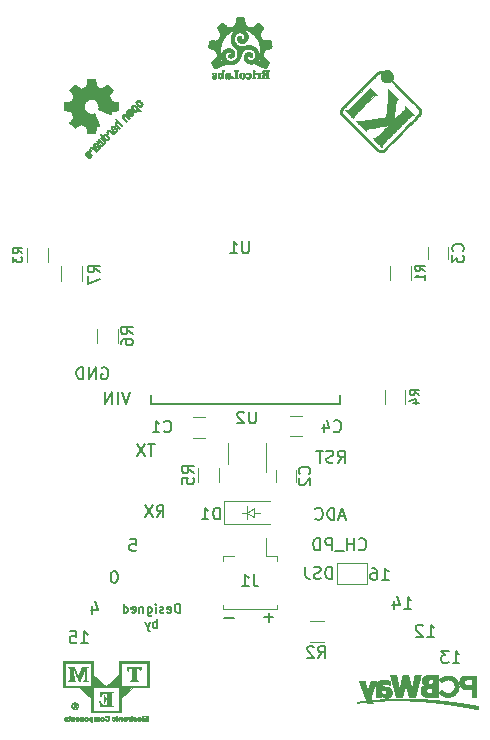
<source format=gbo>
%TF.GenerationSoftware,KiCad,Pcbnew,no-vcs-found-d190aa4~59~ubuntu16.04.1*%
%TF.CreationDate,2017-09-30T08:26:55-06:00*%
%TF.ProjectId,001,3030312E6B696361645F706362000000,rev?*%
%TF.SameCoordinates,Original*%
%TF.FileFunction,Legend,Bot*%
%TF.FilePolarity,Positive*%
%FSLAX46Y46*%
G04 Gerber Fmt 4.6, Leading zero omitted, Abs format (unit mm)*
G04 Created by KiCad (PCBNEW no-vcs-found-d190aa4~59~ubuntu16.04.1) date Sat Sep 30 08:26:55 2017*
%MOMM*%
%LPD*%
G01*
G04 APERTURE LIST*
%ADD10C,0.152400*%
%ADD11C,0.010000*%
%ADD12C,0.100000*%
%ADD13C,0.120000*%
%ADD14C,0.150000*%
G04 APERTURE END LIST*
D10*
X124976714Y-100147014D02*
X124976714Y-99385014D01*
X124795285Y-99385014D01*
X124686428Y-99421300D01*
X124613857Y-99493871D01*
X124577571Y-99566442D01*
X124541285Y-99711585D01*
X124541285Y-99820442D01*
X124577571Y-99965585D01*
X124613857Y-100038157D01*
X124686428Y-100110728D01*
X124795285Y-100147014D01*
X124976714Y-100147014D01*
X123924428Y-100110728D02*
X123997000Y-100147014D01*
X124142142Y-100147014D01*
X124214714Y-100110728D01*
X124251000Y-100038157D01*
X124251000Y-99747871D01*
X124214714Y-99675300D01*
X124142142Y-99639014D01*
X123997000Y-99639014D01*
X123924428Y-99675300D01*
X123888142Y-99747871D01*
X123888142Y-99820442D01*
X124251000Y-99893014D01*
X123597857Y-100110728D02*
X123525285Y-100147014D01*
X123380142Y-100147014D01*
X123307571Y-100110728D01*
X123271285Y-100038157D01*
X123271285Y-100001871D01*
X123307571Y-99929300D01*
X123380142Y-99893014D01*
X123489000Y-99893014D01*
X123561571Y-99856728D01*
X123597857Y-99784157D01*
X123597857Y-99747871D01*
X123561571Y-99675300D01*
X123489000Y-99639014D01*
X123380142Y-99639014D01*
X123307571Y-99675300D01*
X122944714Y-100147014D02*
X122944714Y-99639014D01*
X122944714Y-99385014D02*
X122981000Y-99421300D01*
X122944714Y-99457585D01*
X122908428Y-99421300D01*
X122944714Y-99385014D01*
X122944714Y-99457585D01*
X122255285Y-99639014D02*
X122255285Y-100255871D01*
X122291571Y-100328442D01*
X122327857Y-100364728D01*
X122400428Y-100401014D01*
X122509285Y-100401014D01*
X122581857Y-100364728D01*
X122255285Y-100110728D02*
X122327857Y-100147014D01*
X122473000Y-100147014D01*
X122545571Y-100110728D01*
X122581857Y-100074442D01*
X122618142Y-100001871D01*
X122618142Y-99784157D01*
X122581857Y-99711585D01*
X122545571Y-99675300D01*
X122473000Y-99639014D01*
X122327857Y-99639014D01*
X122255285Y-99675300D01*
X121892428Y-99639014D02*
X121892428Y-100147014D01*
X121892428Y-99711585D02*
X121856142Y-99675300D01*
X121783571Y-99639014D01*
X121674714Y-99639014D01*
X121602142Y-99675300D01*
X121565857Y-99747871D01*
X121565857Y-100147014D01*
X120912714Y-100110728D02*
X120985285Y-100147014D01*
X121130428Y-100147014D01*
X121203000Y-100110728D01*
X121239285Y-100038157D01*
X121239285Y-99747871D01*
X121203000Y-99675300D01*
X121130428Y-99639014D01*
X120985285Y-99639014D01*
X120912714Y-99675300D01*
X120876428Y-99747871D01*
X120876428Y-99820442D01*
X121239285Y-99893014D01*
X120223285Y-100147014D02*
X120223285Y-99385014D01*
X120223285Y-100110728D02*
X120295857Y-100147014D01*
X120441000Y-100147014D01*
X120513571Y-100110728D01*
X120549857Y-100074442D01*
X120586142Y-100001871D01*
X120586142Y-99784157D01*
X120549857Y-99711585D01*
X120513571Y-99675300D01*
X120441000Y-99639014D01*
X120295857Y-99639014D01*
X120223285Y-99675300D01*
X123053571Y-101442414D02*
X123053571Y-100680414D01*
X123053571Y-100970700D02*
X122981000Y-100934414D01*
X122835857Y-100934414D01*
X122763285Y-100970700D01*
X122727000Y-101006985D01*
X122690714Y-101079557D01*
X122690714Y-101297271D01*
X122727000Y-101369842D01*
X122763285Y-101406128D01*
X122835857Y-101442414D01*
X122981000Y-101442414D01*
X123053571Y-101406128D01*
X122436714Y-100934414D02*
X122255285Y-101442414D01*
X122073857Y-100934414D02*
X122255285Y-101442414D01*
X122327857Y-101623842D01*
X122364142Y-101660128D01*
X122436714Y-101696414D01*
X137861952Y-97284619D02*
X137861952Y-96268619D01*
X137620047Y-96268619D01*
X137474904Y-96317000D01*
X137378142Y-96413761D01*
X137329761Y-96510523D01*
X137281380Y-96704047D01*
X137281380Y-96849190D01*
X137329761Y-97042714D01*
X137378142Y-97139476D01*
X137474904Y-97236238D01*
X137620047Y-97284619D01*
X137861952Y-97284619D01*
X136894333Y-97236238D02*
X136749190Y-97284619D01*
X136507285Y-97284619D01*
X136410523Y-97236238D01*
X136362142Y-97187857D01*
X136313761Y-97091095D01*
X136313761Y-96994333D01*
X136362142Y-96897571D01*
X136410523Y-96849190D01*
X136507285Y-96800809D01*
X136700809Y-96752428D01*
X136797571Y-96704047D01*
X136845952Y-96655666D01*
X136894333Y-96558904D01*
X136894333Y-96462142D01*
X136845952Y-96365380D01*
X136797571Y-96317000D01*
X136700809Y-96268619D01*
X136458904Y-96268619D01*
X136313761Y-96317000D01*
X135588047Y-96268619D02*
X135588047Y-96994333D01*
X135636428Y-97139476D01*
X135733190Y-97236238D01*
X135878333Y-97284619D01*
X135975095Y-97284619D01*
X129537047Y-100572571D02*
X128762952Y-100572571D01*
X132887047Y-100522571D02*
X132112952Y-100522571D01*
X132500000Y-100909619D02*
X132500000Y-100135523D01*
X138366620Y-87446999D02*
X138705287Y-86963189D01*
X138947192Y-87446999D02*
X138947192Y-86430999D01*
X138560144Y-86430999D01*
X138463382Y-86479380D01*
X138415001Y-86527760D01*
X138366620Y-86624522D01*
X138366620Y-86769665D01*
X138415001Y-86866427D01*
X138463382Y-86914808D01*
X138560144Y-86963189D01*
X138947192Y-86963189D01*
X137979573Y-87398618D02*
X137834430Y-87446999D01*
X137592525Y-87446999D01*
X137495763Y-87398618D01*
X137447382Y-87350237D01*
X137399001Y-87253475D01*
X137399001Y-87156713D01*
X137447382Y-87059951D01*
X137495763Y-87011570D01*
X137592525Y-86963189D01*
X137786049Y-86914808D01*
X137882811Y-86866427D01*
X137931192Y-86818046D01*
X137979573Y-86721284D01*
X137979573Y-86624522D01*
X137931192Y-86527760D01*
X137882811Y-86479380D01*
X137786049Y-86430999D01*
X137544144Y-86430999D01*
X137399001Y-86479380D01*
X137108716Y-86430999D02*
X136528144Y-86430999D01*
X136818430Y-87446999D02*
X136818430Y-86430999D01*
X118355775Y-79423260D02*
X118452537Y-79374879D01*
X118597680Y-79374879D01*
X118742822Y-79423260D01*
X118839584Y-79520021D01*
X118887965Y-79616783D01*
X118936346Y-79810307D01*
X118936346Y-79955450D01*
X118887965Y-80148974D01*
X118839584Y-80245736D01*
X118742822Y-80342498D01*
X118597680Y-80390879D01*
X118500918Y-80390879D01*
X118355775Y-80342498D01*
X118307394Y-80294117D01*
X118307394Y-79955450D01*
X118500918Y-79955450D01*
X117871965Y-80390879D02*
X117871965Y-79374879D01*
X117291394Y-80390879D01*
X117291394Y-79374879D01*
X116807584Y-80390879D02*
X116807584Y-79374879D01*
X116565680Y-79374879D01*
X116420537Y-79423260D01*
X116323775Y-79520021D01*
X116275394Y-79616783D01*
X116227013Y-79810307D01*
X116227013Y-79955450D01*
X116275394Y-80148974D01*
X116323775Y-80245736D01*
X116420537Y-80342498D01*
X116565680Y-80390879D01*
X116807584Y-80390879D01*
X148071643Y-104385779D02*
X148652215Y-104385779D01*
X148361929Y-104385779D02*
X148361929Y-103369779D01*
X148458691Y-103514921D01*
X148555453Y-103611683D01*
X148652215Y-103660064D01*
X147732977Y-103369779D02*
X147104024Y-103369779D01*
X147442691Y-103756826D01*
X147297548Y-103756826D01*
X147200786Y-103805207D01*
X147152405Y-103853588D01*
X147104024Y-103950350D01*
X147104024Y-104192255D01*
X147152405Y-104289017D01*
X147200786Y-104337398D01*
X147297548Y-104385779D01*
X147587834Y-104385779D01*
X147684596Y-104337398D01*
X147732977Y-104289017D01*
X120736601Y-81472919D02*
X120397935Y-82488919D01*
X120059268Y-81472919D01*
X119720601Y-82488919D02*
X119720601Y-81472919D01*
X119236792Y-82488919D02*
X119236792Y-81472919D01*
X118656220Y-82488919D01*
X118656220Y-81472919D01*
X123007453Y-92045779D02*
X123346120Y-91561969D01*
X123588024Y-92045779D02*
X123588024Y-91029779D01*
X123200977Y-91029779D01*
X123104215Y-91078160D01*
X123055834Y-91126540D01*
X123007453Y-91223302D01*
X123007453Y-91368445D01*
X123055834Y-91465207D01*
X123104215Y-91513588D01*
X123200977Y-91561969D01*
X123588024Y-91561969D01*
X122668786Y-91029779D02*
X121991453Y-92045779D01*
X121991453Y-91029779D02*
X122668786Y-92045779D01*
X122871215Y-85887659D02*
X122290643Y-85887659D01*
X122580929Y-86903659D02*
X122580929Y-85887659D01*
X122048739Y-85887659D02*
X121371405Y-86903659D01*
X121371405Y-85887659D02*
X122048739Y-86903659D01*
X138976024Y-91995493D02*
X138492215Y-91995493D01*
X139072786Y-92285779D02*
X138734120Y-91269779D01*
X138395453Y-92285779D01*
X138056786Y-92285779D02*
X138056786Y-91269779D01*
X137814881Y-91269779D01*
X137669739Y-91318160D01*
X137572977Y-91414921D01*
X137524596Y-91511683D01*
X137476215Y-91705207D01*
X137476215Y-91850350D01*
X137524596Y-92043874D01*
X137572977Y-92140636D01*
X137669739Y-92237398D01*
X137814881Y-92285779D01*
X138056786Y-92285779D01*
X136460215Y-92189017D02*
X136508596Y-92237398D01*
X136653739Y-92285779D01*
X136750500Y-92285779D01*
X136895643Y-92237398D01*
X136992405Y-92140636D01*
X137040786Y-92043874D01*
X137089167Y-91850350D01*
X137089167Y-91705207D01*
X137040786Y-91511683D01*
X136992405Y-91414921D01*
X136895643Y-91318160D01*
X136750500Y-91269779D01*
X136653739Y-91269779D01*
X136508596Y-91318160D01*
X136460215Y-91366540D01*
X142091643Y-97385779D02*
X142672215Y-97385779D01*
X142381929Y-97385779D02*
X142381929Y-96369779D01*
X142478691Y-96514921D01*
X142575453Y-96611683D01*
X142672215Y-96660064D01*
X141220786Y-96369779D02*
X141414310Y-96369779D01*
X141511072Y-96418160D01*
X141559453Y-96466540D01*
X141656215Y-96611683D01*
X141704596Y-96805207D01*
X141704596Y-97192255D01*
X141656215Y-97289017D01*
X141607834Y-97337398D01*
X141511072Y-97385779D01*
X141317548Y-97385779D01*
X141220786Y-97337398D01*
X141172405Y-97289017D01*
X141124024Y-97192255D01*
X141124024Y-96950350D01*
X141172405Y-96853588D01*
X141220786Y-96805207D01*
X141317548Y-96756826D01*
X141511072Y-96756826D01*
X141607834Y-96805207D01*
X141656215Y-96853588D01*
X141704596Y-96950350D01*
X145921643Y-102175779D02*
X146502215Y-102175779D01*
X146211929Y-102175779D02*
X146211929Y-101159779D01*
X146308691Y-101304921D01*
X146405453Y-101401683D01*
X146502215Y-101450064D01*
X145534596Y-101256540D02*
X145486215Y-101208160D01*
X145389453Y-101159779D01*
X145147548Y-101159779D01*
X145050786Y-101208160D01*
X145002405Y-101256540D01*
X144954024Y-101353302D01*
X144954024Y-101450064D01*
X145002405Y-101595207D01*
X145582977Y-102175779D01*
X144954024Y-102175779D01*
X119466500Y-96619779D02*
X119369739Y-96619779D01*
X119272977Y-96668160D01*
X119224596Y-96716540D01*
X119176215Y-96813302D01*
X119127834Y-97006826D01*
X119127834Y-97248731D01*
X119176215Y-97442255D01*
X119224596Y-97539017D01*
X119272977Y-97587398D01*
X119369739Y-97635779D01*
X119466500Y-97635779D01*
X119563262Y-97587398D01*
X119611643Y-97539017D01*
X119660024Y-97442255D01*
X119708405Y-97248731D01*
X119708405Y-97006826D01*
X119660024Y-96813302D01*
X119611643Y-96716540D01*
X119563262Y-96668160D01*
X119466500Y-96619779D01*
X144001643Y-99805779D02*
X144582215Y-99805779D01*
X144291929Y-99805779D02*
X144291929Y-98789779D01*
X144388691Y-98934921D01*
X144485453Y-99031683D01*
X144582215Y-99080064D01*
X143130786Y-99128445D02*
X143130786Y-99805779D01*
X143372691Y-98741398D02*
X143614596Y-99467112D01*
X142985643Y-99467112D01*
X120766215Y-93909779D02*
X121250024Y-93909779D01*
X121298405Y-94393588D01*
X121250024Y-94345207D01*
X121153262Y-94296826D01*
X120911358Y-94296826D01*
X120814596Y-94345207D01*
X120766215Y-94393588D01*
X120717834Y-94490350D01*
X120717834Y-94732255D01*
X120766215Y-94829017D01*
X120814596Y-94877398D01*
X120911358Y-94925779D01*
X121153262Y-94925779D01*
X121250024Y-94877398D01*
X121298405Y-94829017D01*
X117574596Y-99578445D02*
X117574596Y-100255779D01*
X117816500Y-99191398D02*
X118058405Y-99917112D01*
X117429453Y-99917112D01*
X140138881Y-94769017D02*
X140187262Y-94817398D01*
X140332405Y-94865779D01*
X140429167Y-94865779D01*
X140574310Y-94817398D01*
X140671072Y-94720636D01*
X140719453Y-94623874D01*
X140767834Y-94430350D01*
X140767834Y-94285207D01*
X140719453Y-94091683D01*
X140671072Y-93994921D01*
X140574310Y-93898160D01*
X140429167Y-93849779D01*
X140332405Y-93849779D01*
X140187262Y-93898160D01*
X140138881Y-93946540D01*
X139703453Y-94865779D02*
X139703453Y-93849779D01*
X139703453Y-94333588D02*
X139122881Y-94333588D01*
X139122881Y-94865779D02*
X139122881Y-93849779D01*
X138880977Y-94962540D02*
X138106881Y-94962540D01*
X137864977Y-94865779D02*
X137864977Y-93849779D01*
X137477929Y-93849779D01*
X137381167Y-93898160D01*
X137332786Y-93946540D01*
X137284405Y-94043302D01*
X137284405Y-94188445D01*
X137332786Y-94285207D01*
X137381167Y-94333588D01*
X137477929Y-94381969D01*
X137864977Y-94381969D01*
X136848977Y-94865779D02*
X136848977Y-93849779D01*
X136607072Y-93849779D01*
X136461929Y-93898160D01*
X136365167Y-93994921D01*
X136316786Y-94091683D01*
X136268405Y-94285207D01*
X136268405Y-94430350D01*
X136316786Y-94623874D01*
X136365167Y-94720636D01*
X136461929Y-94817398D01*
X136607072Y-94865779D01*
X136848977Y-94865779D01*
X116611643Y-102725779D02*
X117192215Y-102725779D01*
X116901929Y-102725779D02*
X116901929Y-101709779D01*
X116998691Y-101854921D01*
X117095453Y-101951683D01*
X117192215Y-102000064D01*
X115692405Y-101709779D02*
X116176215Y-101709779D01*
X116224596Y-102193588D01*
X116176215Y-102145207D01*
X116079453Y-102096826D01*
X115837548Y-102096826D01*
X115740786Y-102145207D01*
X115692405Y-102193588D01*
X115644024Y-102290350D01*
X115644024Y-102532255D01*
X115692405Y-102629017D01*
X115740786Y-102677398D01*
X115837548Y-102725779D01*
X116079453Y-102725779D01*
X116176215Y-102677398D01*
X116224596Y-102629017D01*
D11*
%TO.C,G\002A\002A\002AKi*%
G36*
X140131566Y-56634052D02*
X139201029Y-57560632D01*
X139145685Y-57583842D01*
X139103606Y-57598965D01*
X139058485Y-57611462D01*
X139037715Y-57615685D01*
X138985088Y-57624318D01*
X139321159Y-57964259D01*
X139388977Y-58032738D01*
X139452337Y-58096483D01*
X139509835Y-58154096D01*
X139560063Y-58204180D01*
X139601614Y-58245337D01*
X139633084Y-58276168D01*
X139653066Y-58295275D01*
X139660142Y-58301285D01*
X139663233Y-58290338D01*
X139667291Y-58266768D01*
X139668360Y-58259214D01*
X139690394Y-58171001D01*
X139731673Y-58089280D01*
X139736749Y-58081630D01*
X139747197Y-58068445D01*
X139766609Y-58046630D01*
X139795474Y-58015688D01*
X139834280Y-57975124D01*
X139883517Y-57924442D01*
X139943674Y-57863145D01*
X140015239Y-57790739D01*
X140098701Y-57706728D01*
X140194549Y-57610616D01*
X140303272Y-57501906D01*
X140425361Y-57380104D01*
X140561302Y-57244714D01*
X140606977Y-57199265D01*
X141442501Y-56368054D01*
X141497846Y-56344844D01*
X141539994Y-56329705D01*
X141585249Y-56317186D01*
X141606055Y-56312961D01*
X141658920Y-56304289D01*
X141062102Y-55707471D01*
X140131566Y-56634052D01*
X140131566Y-56634052D01*
G37*
X140131566Y-56634052D02*
X139201029Y-57560632D01*
X139145685Y-57583842D01*
X139103606Y-57598965D01*
X139058485Y-57611462D01*
X139037715Y-57615685D01*
X138985088Y-57624318D01*
X139321159Y-57964259D01*
X139388977Y-58032738D01*
X139452337Y-58096483D01*
X139509835Y-58154096D01*
X139560063Y-58204180D01*
X139601614Y-58245337D01*
X139633084Y-58276168D01*
X139653066Y-58295275D01*
X139660142Y-58301285D01*
X139663233Y-58290338D01*
X139667291Y-58266768D01*
X139668360Y-58259214D01*
X139690394Y-58171001D01*
X139731673Y-58089280D01*
X139736749Y-58081630D01*
X139747197Y-58068445D01*
X139766609Y-58046630D01*
X139795474Y-58015688D01*
X139834280Y-57975124D01*
X139883517Y-57924442D01*
X139943674Y-57863145D01*
X140015239Y-57790739D01*
X140098701Y-57706728D01*
X140194549Y-57610616D01*
X140303272Y-57501906D01*
X140425361Y-57380104D01*
X140561302Y-57244714D01*
X140606977Y-57199265D01*
X141442501Y-56368054D01*
X141497846Y-56344844D01*
X141539994Y-56329705D01*
X141585249Y-56317186D01*
X141606055Y-56312961D01*
X141658920Y-56304289D01*
X141062102Y-55707471D01*
X140131566Y-56634052D01*
G36*
X144062323Y-57324815D02*
X144044330Y-57396774D01*
X144012898Y-57470181D01*
X143966119Y-57549447D01*
X143962786Y-57554480D01*
X143951426Y-57570670D01*
X143937407Y-57588755D01*
X143919549Y-57609959D01*
X143896674Y-57635506D01*
X143867607Y-57666621D01*
X143831167Y-57704528D01*
X143786177Y-57750452D01*
X143731458Y-57805618D01*
X143665834Y-57871249D01*
X143588126Y-57948572D01*
X143497156Y-58038808D01*
X143490769Y-58045136D01*
X143063738Y-58468234D01*
X143089576Y-58247416D01*
X143096168Y-58191043D01*
X143104738Y-58117708D01*
X143114911Y-58030628D01*
X143126309Y-57933024D01*
X143138557Y-57828115D01*
X143151281Y-57719120D01*
X143164101Y-57609259D01*
X143173958Y-57524775D01*
X143188985Y-57396926D01*
X143202151Y-57287343D01*
X143213756Y-57194087D01*
X143224101Y-57115219D01*
X143233482Y-57048797D01*
X143242200Y-56992884D01*
X143250556Y-56945541D01*
X143258846Y-56904828D01*
X143267372Y-56868804D01*
X143276432Y-56835532D01*
X143284432Y-56809065D01*
X143295757Y-56776920D01*
X143308958Y-56751288D01*
X143328152Y-56725974D01*
X143357451Y-56694781D01*
X143366146Y-56686030D01*
X143428984Y-56623144D01*
X143035623Y-56229783D01*
X142939435Y-56133855D01*
X142856037Y-56051236D01*
X142785634Y-55982122D01*
X142728433Y-55926712D01*
X142684638Y-55885203D01*
X142654455Y-55857795D01*
X142638089Y-55844684D01*
X142635079Y-55843607D01*
X142633702Y-55856037D01*
X142635528Y-55858425D01*
X142639435Y-55872471D01*
X142642315Y-55903680D01*
X142644176Y-55948917D01*
X142645025Y-56005054D01*
X142644871Y-56068957D01*
X142643719Y-56137493D01*
X142641578Y-56207533D01*
X142638453Y-56275943D01*
X142634423Y-56338661D01*
X142630249Y-56389913D01*
X142624284Y-56457701D01*
X142616874Y-56538354D01*
X142608368Y-56628202D01*
X142599110Y-56723573D01*
X142589449Y-56820797D01*
X142581076Y-56903156D01*
X142570605Y-57005209D01*
X142558638Y-57122228D01*
X142545712Y-57248956D01*
X142532359Y-57380139D01*
X142519116Y-57510523D01*
X142506517Y-57634854D01*
X142495655Y-57742357D01*
X142486194Y-57835666D01*
X142477276Y-57922685D01*
X142469121Y-58001346D01*
X142461948Y-58069575D01*
X142455975Y-58125301D01*
X142451422Y-58166454D01*
X142448508Y-58190961D01*
X142447545Y-58197142D01*
X142437316Y-58199470D01*
X142408283Y-58204561D01*
X142361742Y-58212214D01*
X142298992Y-58222230D01*
X142221330Y-58234409D01*
X142130055Y-58248551D01*
X142026464Y-58264455D01*
X141911855Y-58281924D01*
X141787525Y-58300753D01*
X141654773Y-58320747D01*
X141514897Y-58341702D01*
X141369194Y-58363421D01*
X141356357Y-58365329D01*
X141166817Y-58393410D01*
X140996189Y-58418478D01*
X140843309Y-58440668D01*
X140707013Y-58460116D01*
X140586139Y-58476957D01*
X140479523Y-58491328D01*
X140386002Y-58503363D01*
X140304413Y-58513198D01*
X140233592Y-58520970D01*
X140172377Y-58526812D01*
X140119603Y-58530862D01*
X140074108Y-58533253D01*
X140034729Y-58534123D01*
X140000302Y-58533607D01*
X139969664Y-58531839D01*
X139946860Y-58529588D01*
X139914837Y-58526624D01*
X139892765Y-58526079D01*
X139885921Y-58527672D01*
X139892935Y-58535580D01*
X139913120Y-58556481D01*
X139945197Y-58589088D01*
X139987880Y-58632115D01*
X140039888Y-58684272D01*
X140099936Y-58744274D01*
X140166743Y-58810832D01*
X140239027Y-58882662D01*
X140297141Y-58940288D01*
X140708364Y-59347688D01*
X140731746Y-59310235D01*
X140779473Y-59252726D01*
X140844000Y-59205467D01*
X140924083Y-59169360D01*
X140927357Y-59168240D01*
X140950832Y-59162043D01*
X140992897Y-59152901D01*
X141052074Y-59141080D01*
X141126888Y-59126849D01*
X141215863Y-59110475D01*
X141317523Y-59092226D01*
X141430392Y-59072369D01*
X141552996Y-59051173D01*
X141683857Y-59028904D01*
X141821501Y-59005831D01*
X141834747Y-59003629D01*
X141961748Y-58982536D01*
X142082949Y-58962425D01*
X142196857Y-58943544D01*
X142301980Y-58926138D01*
X142396826Y-58910453D01*
X142479903Y-58896737D01*
X142549720Y-58885237D01*
X142604783Y-58876197D01*
X142643601Y-58869865D01*
X142664682Y-58866487D01*
X142668171Y-58865978D01*
X142662192Y-58872894D01*
X142642886Y-58892964D01*
X142611379Y-58925055D01*
X142568799Y-58968040D01*
X142516270Y-59020789D01*
X142454921Y-59082172D01*
X142385879Y-59151059D01*
X142310269Y-59226321D01*
X142229219Y-59306828D01*
X142158741Y-59376705D01*
X142059139Y-59475333D01*
X141972846Y-59560655D01*
X141898769Y-59633703D01*
X141835818Y-59695508D01*
X141782903Y-59747105D01*
X141738933Y-59789523D01*
X141702818Y-59823796D01*
X141673466Y-59850956D01*
X141649786Y-59872035D01*
X141630690Y-59888065D01*
X141615086Y-59900079D01*
X141601882Y-59909109D01*
X141589989Y-59916187D01*
X141586971Y-59917837D01*
X141527054Y-59946704D01*
X141467751Y-59969166D01*
X141414967Y-59983203D01*
X141385289Y-59986924D01*
X141349022Y-59988293D01*
X141713665Y-60356785D01*
X141784394Y-60428163D01*
X141850698Y-60494888D01*
X141911230Y-60555614D01*
X141964639Y-60608998D01*
X142009577Y-60653696D01*
X142044695Y-60688361D01*
X142068644Y-60711653D01*
X142080076Y-60722226D01*
X142080863Y-60722718D01*
X142083424Y-60712045D01*
X142087050Y-60687804D01*
X142089017Y-60671926D01*
X142102397Y-60604830D01*
X142125646Y-60534629D01*
X142153139Y-60476212D01*
X142163219Y-60463852D01*
X142186752Y-60438112D01*
X142222786Y-60399945D01*
X142270374Y-60350309D01*
X142328567Y-60290158D01*
X142396414Y-60220447D01*
X142472967Y-60142131D01*
X142557277Y-60056167D01*
X142648394Y-59963507D01*
X142745370Y-59865109D01*
X142847254Y-59761927D01*
X142953099Y-59654917D01*
X143061955Y-59545033D01*
X143172871Y-59433231D01*
X143284901Y-59320466D01*
X143397094Y-59207694D01*
X143508500Y-59095869D01*
X143618172Y-58985947D01*
X143725159Y-58878883D01*
X143828513Y-58775631D01*
X143927284Y-58677148D01*
X144020523Y-58584389D01*
X144107281Y-58498308D01*
X144186609Y-58419862D01*
X144257558Y-58350005D01*
X144319179Y-58289692D01*
X144370520Y-58239879D01*
X144410636Y-58201520D01*
X144438574Y-58175571D01*
X144444486Y-58170310D01*
X144505804Y-58118609D01*
X144557757Y-58079970D01*
X144604403Y-58052202D01*
X144649801Y-58033115D01*
X144698009Y-58020513D01*
X144732377Y-58014816D01*
X144766386Y-58009688D01*
X144791265Y-58005143D01*
X144801263Y-58002315D01*
X144794972Y-57994686D01*
X144775615Y-57974080D01*
X144744529Y-57941854D01*
X144703048Y-57899368D01*
X144652504Y-57847982D01*
X144594233Y-57789055D01*
X144529570Y-57723947D01*
X144459846Y-57654017D01*
X144438327Y-57632485D01*
X144071944Y-57266103D01*
X144062323Y-57324815D01*
X144062323Y-57324815D01*
G37*
X144062323Y-57324815D02*
X144044330Y-57396774D01*
X144012898Y-57470181D01*
X143966119Y-57549447D01*
X143962786Y-57554480D01*
X143951426Y-57570670D01*
X143937407Y-57588755D01*
X143919549Y-57609959D01*
X143896674Y-57635506D01*
X143867607Y-57666621D01*
X143831167Y-57704528D01*
X143786177Y-57750452D01*
X143731458Y-57805618D01*
X143665834Y-57871249D01*
X143588126Y-57948572D01*
X143497156Y-58038808D01*
X143490769Y-58045136D01*
X143063738Y-58468234D01*
X143089576Y-58247416D01*
X143096168Y-58191043D01*
X143104738Y-58117708D01*
X143114911Y-58030628D01*
X143126309Y-57933024D01*
X143138557Y-57828115D01*
X143151281Y-57719120D01*
X143164101Y-57609259D01*
X143173958Y-57524775D01*
X143188985Y-57396926D01*
X143202151Y-57287343D01*
X143213756Y-57194087D01*
X143224101Y-57115219D01*
X143233482Y-57048797D01*
X143242200Y-56992884D01*
X143250556Y-56945541D01*
X143258846Y-56904828D01*
X143267372Y-56868804D01*
X143276432Y-56835532D01*
X143284432Y-56809065D01*
X143295757Y-56776920D01*
X143308958Y-56751288D01*
X143328152Y-56725974D01*
X143357451Y-56694781D01*
X143366146Y-56686030D01*
X143428984Y-56623144D01*
X143035623Y-56229783D01*
X142939435Y-56133855D01*
X142856037Y-56051236D01*
X142785634Y-55982122D01*
X142728433Y-55926712D01*
X142684638Y-55885203D01*
X142654455Y-55857795D01*
X142638089Y-55844684D01*
X142635079Y-55843607D01*
X142633702Y-55856037D01*
X142635528Y-55858425D01*
X142639435Y-55872471D01*
X142642315Y-55903680D01*
X142644176Y-55948917D01*
X142645025Y-56005054D01*
X142644871Y-56068957D01*
X142643719Y-56137493D01*
X142641578Y-56207533D01*
X142638453Y-56275943D01*
X142634423Y-56338661D01*
X142630249Y-56389913D01*
X142624284Y-56457701D01*
X142616874Y-56538354D01*
X142608368Y-56628202D01*
X142599110Y-56723573D01*
X142589449Y-56820797D01*
X142581076Y-56903156D01*
X142570605Y-57005209D01*
X142558638Y-57122228D01*
X142545712Y-57248956D01*
X142532359Y-57380139D01*
X142519116Y-57510523D01*
X142506517Y-57634854D01*
X142495655Y-57742357D01*
X142486194Y-57835666D01*
X142477276Y-57922685D01*
X142469121Y-58001346D01*
X142461948Y-58069575D01*
X142455975Y-58125301D01*
X142451422Y-58166454D01*
X142448508Y-58190961D01*
X142447545Y-58197142D01*
X142437316Y-58199470D01*
X142408283Y-58204561D01*
X142361742Y-58212214D01*
X142298992Y-58222230D01*
X142221330Y-58234409D01*
X142130055Y-58248551D01*
X142026464Y-58264455D01*
X141911855Y-58281924D01*
X141787525Y-58300753D01*
X141654773Y-58320747D01*
X141514897Y-58341702D01*
X141369194Y-58363421D01*
X141356357Y-58365329D01*
X141166817Y-58393410D01*
X140996189Y-58418478D01*
X140843309Y-58440668D01*
X140707013Y-58460116D01*
X140586139Y-58476957D01*
X140479523Y-58491328D01*
X140386002Y-58503363D01*
X140304413Y-58513198D01*
X140233592Y-58520970D01*
X140172377Y-58526812D01*
X140119603Y-58530862D01*
X140074108Y-58533253D01*
X140034729Y-58534123D01*
X140000302Y-58533607D01*
X139969664Y-58531839D01*
X139946860Y-58529588D01*
X139914837Y-58526624D01*
X139892765Y-58526079D01*
X139885921Y-58527672D01*
X139892935Y-58535580D01*
X139913120Y-58556481D01*
X139945197Y-58589088D01*
X139987880Y-58632115D01*
X140039888Y-58684272D01*
X140099936Y-58744274D01*
X140166743Y-58810832D01*
X140239027Y-58882662D01*
X140297141Y-58940288D01*
X140708364Y-59347688D01*
X140731746Y-59310235D01*
X140779473Y-59252726D01*
X140844000Y-59205467D01*
X140924083Y-59169360D01*
X140927357Y-59168240D01*
X140950832Y-59162043D01*
X140992897Y-59152901D01*
X141052074Y-59141080D01*
X141126888Y-59126849D01*
X141215863Y-59110475D01*
X141317523Y-59092226D01*
X141430392Y-59072369D01*
X141552996Y-59051173D01*
X141683857Y-59028904D01*
X141821501Y-59005831D01*
X141834747Y-59003629D01*
X141961748Y-58982536D01*
X142082949Y-58962425D01*
X142196857Y-58943544D01*
X142301980Y-58926138D01*
X142396826Y-58910453D01*
X142479903Y-58896737D01*
X142549720Y-58885237D01*
X142604783Y-58876197D01*
X142643601Y-58869865D01*
X142664682Y-58866487D01*
X142668171Y-58865978D01*
X142662192Y-58872894D01*
X142642886Y-58892964D01*
X142611379Y-58925055D01*
X142568799Y-58968040D01*
X142516270Y-59020789D01*
X142454921Y-59082172D01*
X142385879Y-59151059D01*
X142310269Y-59226321D01*
X142229219Y-59306828D01*
X142158741Y-59376705D01*
X142059139Y-59475333D01*
X141972846Y-59560655D01*
X141898769Y-59633703D01*
X141835818Y-59695508D01*
X141782903Y-59747105D01*
X141738933Y-59789523D01*
X141702818Y-59823796D01*
X141673466Y-59850956D01*
X141649786Y-59872035D01*
X141630690Y-59888065D01*
X141615086Y-59900079D01*
X141601882Y-59909109D01*
X141589989Y-59916187D01*
X141586971Y-59917837D01*
X141527054Y-59946704D01*
X141467751Y-59969166D01*
X141414967Y-59983203D01*
X141385289Y-59986924D01*
X141349022Y-59988293D01*
X141713665Y-60356785D01*
X141784394Y-60428163D01*
X141850698Y-60494888D01*
X141911230Y-60555614D01*
X141964639Y-60608998D01*
X142009577Y-60653696D01*
X142044695Y-60688361D01*
X142068644Y-60711653D01*
X142080076Y-60722226D01*
X142080863Y-60722718D01*
X142083424Y-60712045D01*
X142087050Y-60687804D01*
X142089017Y-60671926D01*
X142102397Y-60604830D01*
X142125646Y-60534629D01*
X142153139Y-60476212D01*
X142163219Y-60463852D01*
X142186752Y-60438112D01*
X142222786Y-60399945D01*
X142270374Y-60350309D01*
X142328567Y-60290158D01*
X142396414Y-60220447D01*
X142472967Y-60142131D01*
X142557277Y-60056167D01*
X142648394Y-59963507D01*
X142745370Y-59865109D01*
X142847254Y-59761927D01*
X142953099Y-59654917D01*
X143061955Y-59545033D01*
X143172871Y-59433231D01*
X143284901Y-59320466D01*
X143397094Y-59207694D01*
X143508500Y-59095869D01*
X143618172Y-58985947D01*
X143725159Y-58878883D01*
X143828513Y-58775631D01*
X143927284Y-58677148D01*
X144020523Y-58584389D01*
X144107281Y-58498308D01*
X144186609Y-58419862D01*
X144257558Y-58350005D01*
X144319179Y-58289692D01*
X144370520Y-58239879D01*
X144410636Y-58201520D01*
X144438574Y-58175571D01*
X144444486Y-58170310D01*
X144505804Y-58118609D01*
X144557757Y-58079970D01*
X144604403Y-58052202D01*
X144649801Y-58033115D01*
X144698009Y-58020513D01*
X144732377Y-58014816D01*
X144766386Y-58009688D01*
X144791265Y-58005143D01*
X144801263Y-58002315D01*
X144794972Y-57994686D01*
X144775615Y-57974080D01*
X144744529Y-57941854D01*
X144703048Y-57899368D01*
X144652504Y-57847982D01*
X144594233Y-57789055D01*
X144529570Y-57723947D01*
X144459846Y-57654017D01*
X144438327Y-57632485D01*
X144071944Y-57266103D01*
X144062323Y-57324815D01*
G36*
X142814358Y-54316577D02*
X142735389Y-54267785D01*
X142648754Y-54233390D01*
X142556402Y-54214761D01*
X142460278Y-54213268D01*
X142362330Y-54230281D01*
X142331481Y-54239668D01*
X142281610Y-54261096D01*
X142226585Y-54291973D01*
X142174690Y-54327191D01*
X142135031Y-54360814D01*
X142094223Y-54410100D01*
X142055757Y-54471945D01*
X142024193Y-54538710D01*
X142016358Y-54559682D01*
X142007458Y-54592844D01*
X141999835Y-54634914D01*
X141993946Y-54680807D01*
X141990250Y-54725444D01*
X141989207Y-54763741D01*
X141991276Y-54790619D01*
X141994678Y-54799762D01*
X141998765Y-54816525D01*
X141996705Y-54824386D01*
X141995311Y-54838273D01*
X141998735Y-54841281D01*
X142005213Y-54851696D01*
X142008437Y-54873180D01*
X142010538Y-54892688D01*
X142014142Y-54898380D01*
X142014245Y-54898283D01*
X142018964Y-54902315D01*
X142020637Y-54911175D01*
X142026555Y-54926208D01*
X142031730Y-54928818D01*
X142035166Y-54933987D01*
X142032379Y-54937623D01*
X142031185Y-54947246D01*
X142035197Y-54949173D01*
X142040965Y-54956623D01*
X142038730Y-54960010D01*
X142039437Y-54970410D01*
X142049567Y-54977909D01*
X142061853Y-54988881D01*
X142060690Y-54995523D01*
X142062005Y-55006040D01*
X142075353Y-55016781D01*
X142089915Y-55028756D01*
X142091609Y-55036446D01*
X142095286Y-55046003D01*
X142110550Y-55065906D01*
X142134397Y-55092358D01*
X142142391Y-55100612D01*
X142169551Y-55126826D01*
X142191332Y-55145240D01*
X142204004Y-55152789D01*
X142205434Y-55152515D01*
X142214317Y-55155414D01*
X142224938Y-55168933D01*
X142237941Y-55183843D01*
X142246127Y-55183664D01*
X142255982Y-55184278D01*
X142260506Y-55190837D01*
X142269950Y-55199859D01*
X142274875Y-55198022D01*
X142284721Y-55198646D01*
X142289243Y-55205206D01*
X142298972Y-55213910D01*
X142304261Y-55211741D01*
X142313621Y-55211093D01*
X142315381Y-55214989D01*
X142322800Y-55220791D01*
X142326158Y-55218582D01*
X142335220Y-55218272D01*
X142336935Y-55222172D01*
X142344352Y-55227975D01*
X142347711Y-55225764D01*
X142356773Y-55225457D01*
X142358487Y-55229356D01*
X142365905Y-55235159D01*
X142369264Y-55232948D01*
X142378325Y-55232641D01*
X142380040Y-55236541D01*
X142387230Y-55242592D01*
X142390392Y-55240557D01*
X142403029Y-55239429D01*
X142408007Y-55242957D01*
X142424894Y-55248252D01*
X142432927Y-55246324D01*
X142450183Y-55244534D01*
X142455488Y-55247332D01*
X142472981Y-55253296D01*
X142505677Y-55254585D01*
X142549070Y-55251455D01*
X142598649Y-55244163D01*
X142632221Y-55237276D01*
X142705210Y-55213584D01*
X142781066Y-55176734D01*
X142845939Y-55134889D01*
X142859791Y-55125028D01*
X142859043Y-55127768D01*
X142847914Y-55140289D01*
X142829219Y-55160940D01*
X144024707Y-56360188D01*
X144183599Y-56519616D01*
X144328649Y-56665246D01*
X144460408Y-56797631D01*
X144579417Y-56917327D01*
X144686222Y-57024887D01*
X144781368Y-57120868D01*
X144865399Y-57205824D01*
X144938859Y-57280309D01*
X145002295Y-57344878D01*
X145056251Y-57400087D01*
X145101270Y-57446488D01*
X145137899Y-57484638D01*
X145166682Y-57515091D01*
X145188163Y-57538402D01*
X145202887Y-57555126D01*
X145211399Y-57565816D01*
X145214245Y-57571029D01*
X145214179Y-57571468D01*
X145215081Y-57583876D01*
X145219142Y-57586092D01*
X145229723Y-57597915D01*
X145239383Y-57624884D01*
X145247082Y-57661822D01*
X145251785Y-57703559D01*
X145252453Y-57744918D01*
X145252147Y-57750688D01*
X145245447Y-57796103D01*
X145232703Y-57843505D01*
X145223737Y-57866730D01*
X145220795Y-57873021D01*
X145217416Y-57879483D01*
X145213017Y-57886710D01*
X145207018Y-57895293D01*
X145198838Y-57905823D01*
X145187897Y-57918893D01*
X145173613Y-57935093D01*
X145155407Y-57955016D01*
X145132696Y-57979256D01*
X145104900Y-58008401D01*
X145071438Y-58043045D01*
X145031731Y-58083779D01*
X144985196Y-58131195D01*
X144931253Y-58185886D01*
X144869321Y-58248443D01*
X144798819Y-58319457D01*
X144719167Y-58399520D01*
X144629784Y-58489226D01*
X144530087Y-58589164D01*
X144419499Y-58699928D01*
X144297436Y-58822110D01*
X144163319Y-58956299D01*
X144016566Y-59103090D01*
X143856597Y-59263073D01*
X143685493Y-59434177D01*
X142171686Y-60947973D01*
X142107534Y-60970920D01*
X142036700Y-60987475D01*
X141961199Y-60990022D01*
X141887901Y-60978930D01*
X141825834Y-60955715D01*
X141818977Y-60951943D01*
X141811508Y-60947309D01*
X141802831Y-60941227D01*
X141792354Y-60933113D01*
X141779480Y-60922381D01*
X141763617Y-60908445D01*
X141744168Y-60890720D01*
X141720542Y-60868620D01*
X141692142Y-60841560D01*
X141658375Y-60808955D01*
X141618647Y-60770220D01*
X141572363Y-60724767D01*
X141518928Y-60672012D01*
X141457749Y-60611371D01*
X141388232Y-60542256D01*
X141309780Y-60464083D01*
X141221803Y-60376267D01*
X141123703Y-60278221D01*
X141014887Y-60169361D01*
X140894761Y-60049101D01*
X140762730Y-59916855D01*
X140618201Y-59772039D01*
X140460578Y-59614065D01*
X140289267Y-59442350D01*
X140269890Y-59422926D01*
X140124003Y-59276636D01*
X139981850Y-59133991D01*
X139844106Y-58995670D01*
X139711444Y-58862356D01*
X139584539Y-58734727D01*
X139464064Y-58613464D01*
X139350692Y-58499248D01*
X139245098Y-58392758D01*
X139147956Y-58294673D01*
X139059938Y-58205677D01*
X138981721Y-58126447D01*
X138913975Y-58057665D01*
X138857376Y-58000011D01*
X138812598Y-57954163D01*
X138780314Y-57920805D01*
X138761198Y-57900614D01*
X138755872Y-57894462D01*
X138747463Y-57877805D01*
X138740093Y-57857611D01*
X138732298Y-57828944D01*
X138722616Y-57786868D01*
X138718798Y-57769382D01*
X138715521Y-57722273D01*
X138722182Y-57665936D01*
X138737571Y-57608134D01*
X138748208Y-57580998D01*
X138751022Y-57575043D01*
X138754644Y-57568531D01*
X138759654Y-57560869D01*
X138766634Y-57551468D01*
X138776161Y-57539737D01*
X138788819Y-57525085D01*
X138805188Y-57506920D01*
X138825848Y-57484653D01*
X138851378Y-57457692D01*
X138882362Y-57425446D01*
X138919377Y-57387324D01*
X138963006Y-57342736D01*
X139013828Y-57291089D01*
X139072424Y-57231794D01*
X139139376Y-57164260D01*
X139215263Y-57087896D01*
X139300666Y-57002110D01*
X139396165Y-56906311D01*
X139502341Y-56799911D01*
X139619775Y-56682315D01*
X139749048Y-56552935D01*
X139890738Y-56411179D01*
X140045427Y-56256457D01*
X140213697Y-56088176D01*
X140278659Y-56023212D01*
X140452190Y-55849690D01*
X140611948Y-55689961D01*
X140758526Y-55543444D01*
X140892514Y-55409560D01*
X141014502Y-55287725D01*
X141125083Y-55177361D01*
X141224847Y-55077886D01*
X141314383Y-54988718D01*
X141394285Y-54909277D01*
X141465142Y-54838983D01*
X141527545Y-54777254D01*
X141582086Y-54723509D01*
X141629354Y-54677168D01*
X141669941Y-54637649D01*
X141704438Y-54604372D01*
X141733436Y-54576755D01*
X141757526Y-54554218D01*
X141777297Y-54536180D01*
X141793341Y-54522059D01*
X141806251Y-54511277D01*
X141816615Y-54503249D01*
X141825025Y-54497398D01*
X141832072Y-54493139D01*
X141838210Y-54489962D01*
X141867173Y-54477586D01*
X141888454Y-54471468D01*
X141895683Y-54472001D01*
X141907586Y-54472935D01*
X141909474Y-54471423D01*
X141922839Y-54467515D01*
X141949875Y-54464907D01*
X141975041Y-54464239D01*
X142033423Y-54464239D01*
X142087270Y-54400455D01*
X142112138Y-54370473D01*
X142131012Y-54346721D01*
X142140761Y-54333171D01*
X142141441Y-54331657D01*
X142132710Y-54326541D01*
X142109917Y-54318741D01*
X142089425Y-54312982D01*
X142007773Y-54300784D01*
X141919787Y-54303373D01*
X141831935Y-54319753D01*
X141750686Y-54348933D01*
X141708929Y-54371458D01*
X141696680Y-54381723D01*
X141670871Y-54405688D01*
X141631448Y-54443406D01*
X141578358Y-54494933D01*
X141511545Y-54560320D01*
X141430955Y-54639623D01*
X141336534Y-54732896D01*
X141228225Y-54840192D01*
X141105978Y-54961565D01*
X140969734Y-55097069D01*
X140819442Y-55246759D01*
X140655045Y-55410688D01*
X140476490Y-55588910D01*
X140283722Y-55781480D01*
X140155665Y-55909479D01*
X139982066Y-56083041D01*
X139822257Y-56242834D01*
X139675650Y-56389451D01*
X139541665Y-56523486D01*
X139419717Y-56645536D01*
X139309221Y-56756194D01*
X139209594Y-56856055D01*
X139120252Y-56945712D01*
X139040612Y-57025762D01*
X138970088Y-57096798D01*
X138908098Y-57159414D01*
X138854057Y-57214207D01*
X138807382Y-57261769D01*
X138767487Y-57302696D01*
X138733791Y-57337582D01*
X138705709Y-57367022D01*
X138682656Y-57391609D01*
X138664049Y-57411940D01*
X138649304Y-57428608D01*
X138637839Y-57442207D01*
X138629066Y-57453333D01*
X138622405Y-57462580D01*
X138617270Y-57470542D01*
X138613077Y-57477815D01*
X138610261Y-57483057D01*
X138575984Y-57567062D01*
X138556639Y-57657979D01*
X138552752Y-57750309D01*
X138564851Y-57838556D01*
X138573279Y-57868444D01*
X138577230Y-57881140D01*
X138580651Y-57892625D01*
X138584117Y-57903498D01*
X138588196Y-57914358D01*
X138593461Y-57925802D01*
X138600483Y-57938430D01*
X138609832Y-57952840D01*
X138622082Y-57969631D01*
X138637802Y-57989400D01*
X138657566Y-58012747D01*
X138681944Y-58040270D01*
X138711506Y-58072568D01*
X138746825Y-58110240D01*
X138788471Y-58153881D01*
X138837018Y-58204095D01*
X138893035Y-58261477D01*
X138957094Y-58326626D01*
X139029766Y-58400141D01*
X139111623Y-58482621D01*
X139203237Y-58574663D01*
X139305178Y-58676868D01*
X139418018Y-58789831D01*
X139542329Y-58914153D01*
X139678681Y-59050433D01*
X139827646Y-59199269D01*
X139989796Y-59361258D01*
X140165702Y-59537001D01*
X140174845Y-59546135D01*
X140355522Y-59726630D01*
X140522364Y-59893237D01*
X140675882Y-60046463D01*
X140816589Y-60186811D01*
X140944994Y-60314786D01*
X141061608Y-60430892D01*
X141166944Y-60535635D01*
X141261511Y-60629517D01*
X141345821Y-60713047D01*
X141420384Y-60786724D01*
X141485713Y-60851056D01*
X141542317Y-60906548D01*
X141590708Y-60953703D01*
X141631397Y-60993025D01*
X141664896Y-61025021D01*
X141691713Y-61050194D01*
X141712362Y-61069048D01*
X141727354Y-61082088D01*
X141737198Y-61089819D01*
X141740422Y-61091892D01*
X141835578Y-61133715D01*
X141933735Y-61155802D01*
X142033362Y-61158005D01*
X142132921Y-61140170D01*
X142156391Y-61132973D01*
X142168836Y-61129017D01*
X142180139Y-61125535D01*
X142190905Y-61121951D01*
X142201737Y-61117685D01*
X142213239Y-61112164D01*
X142226015Y-61104810D01*
X142240669Y-61095046D01*
X142257805Y-61082296D01*
X142278026Y-61065983D01*
X142301937Y-61045532D01*
X142330142Y-61020364D01*
X142363243Y-60989905D01*
X142401846Y-60953576D01*
X142446555Y-60910801D01*
X142497972Y-60861004D01*
X142556702Y-60803609D01*
X142623349Y-60738039D01*
X142698516Y-60663716D01*
X142782809Y-60580065D01*
X142876829Y-60486510D01*
X142981183Y-60382472D01*
X143096472Y-60267376D01*
X143223302Y-60140646D01*
X143362276Y-60001704D01*
X143513997Y-59849975D01*
X143679071Y-59684881D01*
X143804992Y-59558953D01*
X143994194Y-59369701D01*
X144169309Y-59194432D01*
X144330668Y-59032812D01*
X144478601Y-58884508D01*
X144613438Y-58749185D01*
X144735512Y-58626509D01*
X144845154Y-58516144D01*
X144942693Y-58417757D01*
X145028462Y-58331014D01*
X145102789Y-58255579D01*
X145166007Y-58191119D01*
X145218447Y-58137299D01*
X145260439Y-58093785D01*
X145292314Y-58060243D01*
X145314404Y-58036338D01*
X145327038Y-58021735D01*
X145329728Y-58018108D01*
X145375439Y-57929780D01*
X145402622Y-57835240D01*
X145411113Y-57736975D01*
X145400749Y-57637471D01*
X145371363Y-57539218D01*
X145362669Y-57518774D01*
X145336340Y-57460053D01*
X142938040Y-55054077D01*
X142915155Y-55070951D01*
X142900006Y-55081832D01*
X142899351Y-55080359D01*
X142912783Y-55065209D01*
X142913240Y-55064705D01*
X142954634Y-55006716D01*
X142988306Y-54934944D01*
X143012345Y-54855073D01*
X143024845Y-54772789D01*
X143026108Y-54728527D01*
X143014660Y-54628304D01*
X142985815Y-54535629D01*
X142941518Y-54451868D01*
X142883717Y-54378395D01*
X142814358Y-54316577D01*
X142814358Y-54316577D01*
G37*
X142814358Y-54316577D02*
X142735389Y-54267785D01*
X142648754Y-54233390D01*
X142556402Y-54214761D01*
X142460278Y-54213268D01*
X142362330Y-54230281D01*
X142331481Y-54239668D01*
X142281610Y-54261096D01*
X142226585Y-54291973D01*
X142174690Y-54327191D01*
X142135031Y-54360814D01*
X142094223Y-54410100D01*
X142055757Y-54471945D01*
X142024193Y-54538710D01*
X142016358Y-54559682D01*
X142007458Y-54592844D01*
X141999835Y-54634914D01*
X141993946Y-54680807D01*
X141990250Y-54725444D01*
X141989207Y-54763741D01*
X141991276Y-54790619D01*
X141994678Y-54799762D01*
X141998765Y-54816525D01*
X141996705Y-54824386D01*
X141995311Y-54838273D01*
X141998735Y-54841281D01*
X142005213Y-54851696D01*
X142008437Y-54873180D01*
X142010538Y-54892688D01*
X142014142Y-54898380D01*
X142014245Y-54898283D01*
X142018964Y-54902315D01*
X142020637Y-54911175D01*
X142026555Y-54926208D01*
X142031730Y-54928818D01*
X142035166Y-54933987D01*
X142032379Y-54937623D01*
X142031185Y-54947246D01*
X142035197Y-54949173D01*
X142040965Y-54956623D01*
X142038730Y-54960010D01*
X142039437Y-54970410D01*
X142049567Y-54977909D01*
X142061853Y-54988881D01*
X142060690Y-54995523D01*
X142062005Y-55006040D01*
X142075353Y-55016781D01*
X142089915Y-55028756D01*
X142091609Y-55036446D01*
X142095286Y-55046003D01*
X142110550Y-55065906D01*
X142134397Y-55092358D01*
X142142391Y-55100612D01*
X142169551Y-55126826D01*
X142191332Y-55145240D01*
X142204004Y-55152789D01*
X142205434Y-55152515D01*
X142214317Y-55155414D01*
X142224938Y-55168933D01*
X142237941Y-55183843D01*
X142246127Y-55183664D01*
X142255982Y-55184278D01*
X142260506Y-55190837D01*
X142269950Y-55199859D01*
X142274875Y-55198022D01*
X142284721Y-55198646D01*
X142289243Y-55205206D01*
X142298972Y-55213910D01*
X142304261Y-55211741D01*
X142313621Y-55211093D01*
X142315381Y-55214989D01*
X142322800Y-55220791D01*
X142326158Y-55218582D01*
X142335220Y-55218272D01*
X142336935Y-55222172D01*
X142344352Y-55227975D01*
X142347711Y-55225764D01*
X142356773Y-55225457D01*
X142358487Y-55229356D01*
X142365905Y-55235159D01*
X142369264Y-55232948D01*
X142378325Y-55232641D01*
X142380040Y-55236541D01*
X142387230Y-55242592D01*
X142390392Y-55240557D01*
X142403029Y-55239429D01*
X142408007Y-55242957D01*
X142424894Y-55248252D01*
X142432927Y-55246324D01*
X142450183Y-55244534D01*
X142455488Y-55247332D01*
X142472981Y-55253296D01*
X142505677Y-55254585D01*
X142549070Y-55251455D01*
X142598649Y-55244163D01*
X142632221Y-55237276D01*
X142705210Y-55213584D01*
X142781066Y-55176734D01*
X142845939Y-55134889D01*
X142859791Y-55125028D01*
X142859043Y-55127768D01*
X142847914Y-55140289D01*
X142829219Y-55160940D01*
X144024707Y-56360188D01*
X144183599Y-56519616D01*
X144328649Y-56665246D01*
X144460408Y-56797631D01*
X144579417Y-56917327D01*
X144686222Y-57024887D01*
X144781368Y-57120868D01*
X144865399Y-57205824D01*
X144938859Y-57280309D01*
X145002295Y-57344878D01*
X145056251Y-57400087D01*
X145101270Y-57446488D01*
X145137899Y-57484638D01*
X145166682Y-57515091D01*
X145188163Y-57538402D01*
X145202887Y-57555126D01*
X145211399Y-57565816D01*
X145214245Y-57571029D01*
X145214179Y-57571468D01*
X145215081Y-57583876D01*
X145219142Y-57586092D01*
X145229723Y-57597915D01*
X145239383Y-57624884D01*
X145247082Y-57661822D01*
X145251785Y-57703559D01*
X145252453Y-57744918D01*
X145252147Y-57750688D01*
X145245447Y-57796103D01*
X145232703Y-57843505D01*
X145223737Y-57866730D01*
X145220795Y-57873021D01*
X145217416Y-57879483D01*
X145213017Y-57886710D01*
X145207018Y-57895293D01*
X145198838Y-57905823D01*
X145187897Y-57918893D01*
X145173613Y-57935093D01*
X145155407Y-57955016D01*
X145132696Y-57979256D01*
X145104900Y-58008401D01*
X145071438Y-58043045D01*
X145031731Y-58083779D01*
X144985196Y-58131195D01*
X144931253Y-58185886D01*
X144869321Y-58248443D01*
X144798819Y-58319457D01*
X144719167Y-58399520D01*
X144629784Y-58489226D01*
X144530087Y-58589164D01*
X144419499Y-58699928D01*
X144297436Y-58822110D01*
X144163319Y-58956299D01*
X144016566Y-59103090D01*
X143856597Y-59263073D01*
X143685493Y-59434177D01*
X142171686Y-60947973D01*
X142107534Y-60970920D01*
X142036700Y-60987475D01*
X141961199Y-60990022D01*
X141887901Y-60978930D01*
X141825834Y-60955715D01*
X141818977Y-60951943D01*
X141811508Y-60947309D01*
X141802831Y-60941227D01*
X141792354Y-60933113D01*
X141779480Y-60922381D01*
X141763617Y-60908445D01*
X141744168Y-60890720D01*
X141720542Y-60868620D01*
X141692142Y-60841560D01*
X141658375Y-60808955D01*
X141618647Y-60770220D01*
X141572363Y-60724767D01*
X141518928Y-60672012D01*
X141457749Y-60611371D01*
X141388232Y-60542256D01*
X141309780Y-60464083D01*
X141221803Y-60376267D01*
X141123703Y-60278221D01*
X141014887Y-60169361D01*
X140894761Y-60049101D01*
X140762730Y-59916855D01*
X140618201Y-59772039D01*
X140460578Y-59614065D01*
X140289267Y-59442350D01*
X140269890Y-59422926D01*
X140124003Y-59276636D01*
X139981850Y-59133991D01*
X139844106Y-58995670D01*
X139711444Y-58862356D01*
X139584539Y-58734727D01*
X139464064Y-58613464D01*
X139350692Y-58499248D01*
X139245098Y-58392758D01*
X139147956Y-58294673D01*
X139059938Y-58205677D01*
X138981721Y-58126447D01*
X138913975Y-58057665D01*
X138857376Y-58000011D01*
X138812598Y-57954163D01*
X138780314Y-57920805D01*
X138761198Y-57900614D01*
X138755872Y-57894462D01*
X138747463Y-57877805D01*
X138740093Y-57857611D01*
X138732298Y-57828944D01*
X138722616Y-57786868D01*
X138718798Y-57769382D01*
X138715521Y-57722273D01*
X138722182Y-57665936D01*
X138737571Y-57608134D01*
X138748208Y-57580998D01*
X138751022Y-57575043D01*
X138754644Y-57568531D01*
X138759654Y-57560869D01*
X138766634Y-57551468D01*
X138776161Y-57539737D01*
X138788819Y-57525085D01*
X138805188Y-57506920D01*
X138825848Y-57484653D01*
X138851378Y-57457692D01*
X138882362Y-57425446D01*
X138919377Y-57387324D01*
X138963006Y-57342736D01*
X139013828Y-57291089D01*
X139072424Y-57231794D01*
X139139376Y-57164260D01*
X139215263Y-57087896D01*
X139300666Y-57002110D01*
X139396165Y-56906311D01*
X139502341Y-56799911D01*
X139619775Y-56682315D01*
X139749048Y-56552935D01*
X139890738Y-56411179D01*
X140045427Y-56256457D01*
X140213697Y-56088176D01*
X140278659Y-56023212D01*
X140452190Y-55849690D01*
X140611948Y-55689961D01*
X140758526Y-55543444D01*
X140892514Y-55409560D01*
X141014502Y-55287725D01*
X141125083Y-55177361D01*
X141224847Y-55077886D01*
X141314383Y-54988718D01*
X141394285Y-54909277D01*
X141465142Y-54838983D01*
X141527545Y-54777254D01*
X141582086Y-54723509D01*
X141629354Y-54677168D01*
X141669941Y-54637649D01*
X141704438Y-54604372D01*
X141733436Y-54576755D01*
X141757526Y-54554218D01*
X141777297Y-54536180D01*
X141793341Y-54522059D01*
X141806251Y-54511277D01*
X141816615Y-54503249D01*
X141825025Y-54497398D01*
X141832072Y-54493139D01*
X141838210Y-54489962D01*
X141867173Y-54477586D01*
X141888454Y-54471468D01*
X141895683Y-54472001D01*
X141907586Y-54472935D01*
X141909474Y-54471423D01*
X141922839Y-54467515D01*
X141949875Y-54464907D01*
X141975041Y-54464239D01*
X142033423Y-54464239D01*
X142087270Y-54400455D01*
X142112138Y-54370473D01*
X142131012Y-54346721D01*
X142140761Y-54333171D01*
X142141441Y-54331657D01*
X142132710Y-54326541D01*
X142109917Y-54318741D01*
X142089425Y-54312982D01*
X142007773Y-54300784D01*
X141919787Y-54303373D01*
X141831935Y-54319753D01*
X141750686Y-54348933D01*
X141708929Y-54371458D01*
X141696680Y-54381723D01*
X141670871Y-54405688D01*
X141631448Y-54443406D01*
X141578358Y-54494933D01*
X141511545Y-54560320D01*
X141430955Y-54639623D01*
X141336534Y-54732896D01*
X141228225Y-54840192D01*
X141105978Y-54961565D01*
X140969734Y-55097069D01*
X140819442Y-55246759D01*
X140655045Y-55410688D01*
X140476490Y-55588910D01*
X140283722Y-55781480D01*
X140155665Y-55909479D01*
X139982066Y-56083041D01*
X139822257Y-56242834D01*
X139675650Y-56389451D01*
X139541665Y-56523486D01*
X139419717Y-56645536D01*
X139309221Y-56756194D01*
X139209594Y-56856055D01*
X139120252Y-56945712D01*
X139040612Y-57025762D01*
X138970088Y-57096798D01*
X138908098Y-57159414D01*
X138854057Y-57214207D01*
X138807382Y-57261769D01*
X138767487Y-57302696D01*
X138733791Y-57337582D01*
X138705709Y-57367022D01*
X138682656Y-57391609D01*
X138664049Y-57411940D01*
X138649304Y-57428608D01*
X138637839Y-57442207D01*
X138629066Y-57453333D01*
X138622405Y-57462580D01*
X138617270Y-57470542D01*
X138613077Y-57477815D01*
X138610261Y-57483057D01*
X138575984Y-57567062D01*
X138556639Y-57657979D01*
X138552752Y-57750309D01*
X138564851Y-57838556D01*
X138573279Y-57868444D01*
X138577230Y-57881140D01*
X138580651Y-57892625D01*
X138584117Y-57903498D01*
X138588196Y-57914358D01*
X138593461Y-57925802D01*
X138600483Y-57938430D01*
X138609832Y-57952840D01*
X138622082Y-57969631D01*
X138637802Y-57989400D01*
X138657566Y-58012747D01*
X138681944Y-58040270D01*
X138711506Y-58072568D01*
X138746825Y-58110240D01*
X138788471Y-58153881D01*
X138837018Y-58204095D01*
X138893035Y-58261477D01*
X138957094Y-58326626D01*
X139029766Y-58400141D01*
X139111623Y-58482621D01*
X139203237Y-58574663D01*
X139305178Y-58676868D01*
X139418018Y-58789831D01*
X139542329Y-58914153D01*
X139678681Y-59050433D01*
X139827646Y-59199269D01*
X139989796Y-59361258D01*
X140165702Y-59537001D01*
X140174845Y-59546135D01*
X140355522Y-59726630D01*
X140522364Y-59893237D01*
X140675882Y-60046463D01*
X140816589Y-60186811D01*
X140944994Y-60314786D01*
X141061608Y-60430892D01*
X141166944Y-60535635D01*
X141261511Y-60629517D01*
X141345821Y-60713047D01*
X141420384Y-60786724D01*
X141485713Y-60851056D01*
X141542317Y-60906548D01*
X141590708Y-60953703D01*
X141631397Y-60993025D01*
X141664896Y-61025021D01*
X141691713Y-61050194D01*
X141712362Y-61069048D01*
X141727354Y-61082088D01*
X141737198Y-61089819D01*
X141740422Y-61091892D01*
X141835578Y-61133715D01*
X141933735Y-61155802D01*
X142033362Y-61158005D01*
X142132921Y-61140170D01*
X142156391Y-61132973D01*
X142168836Y-61129017D01*
X142180139Y-61125535D01*
X142190905Y-61121951D01*
X142201737Y-61117685D01*
X142213239Y-61112164D01*
X142226015Y-61104810D01*
X142240669Y-61095046D01*
X142257805Y-61082296D01*
X142278026Y-61065983D01*
X142301937Y-61045532D01*
X142330142Y-61020364D01*
X142363243Y-60989905D01*
X142401846Y-60953576D01*
X142446555Y-60910801D01*
X142497972Y-60861004D01*
X142556702Y-60803609D01*
X142623349Y-60738039D01*
X142698516Y-60663716D01*
X142782809Y-60580065D01*
X142876829Y-60486510D01*
X142981183Y-60382472D01*
X143096472Y-60267376D01*
X143223302Y-60140646D01*
X143362276Y-60001704D01*
X143513997Y-59849975D01*
X143679071Y-59684881D01*
X143804992Y-59558953D01*
X143994194Y-59369701D01*
X144169309Y-59194432D01*
X144330668Y-59032812D01*
X144478601Y-58884508D01*
X144613438Y-58749185D01*
X144735512Y-58626509D01*
X144845154Y-58516144D01*
X144942693Y-58417757D01*
X145028462Y-58331014D01*
X145102789Y-58255579D01*
X145166007Y-58191119D01*
X145218447Y-58137299D01*
X145260439Y-58093785D01*
X145292314Y-58060243D01*
X145314404Y-58036338D01*
X145327038Y-58021735D01*
X145329728Y-58018108D01*
X145375439Y-57929780D01*
X145402622Y-57835240D01*
X145411113Y-57736975D01*
X145400749Y-57637471D01*
X145371363Y-57539218D01*
X145362669Y-57518774D01*
X145336340Y-57460053D01*
X142938040Y-55054077D01*
X142915155Y-55070951D01*
X142900006Y-55081832D01*
X142899351Y-55080359D01*
X142912783Y-55065209D01*
X142913240Y-55064705D01*
X142954634Y-55006716D01*
X142988306Y-54934944D01*
X143012345Y-54855073D01*
X143024845Y-54772789D01*
X143026108Y-54728527D01*
X143014660Y-54628304D01*
X142985815Y-54535629D01*
X142941518Y-54451868D01*
X142883717Y-54378395D01*
X142814358Y-54316577D01*
%TO.C,G\002A\002A\002ATME*%
G36*
X116124564Y-107879062D02*
X116067744Y-107887948D01*
X116022832Y-107900346D01*
X116006030Y-107908904D01*
X115985385Y-107944927D01*
X115983670Y-107991699D01*
X115999929Y-108033031D01*
X116014146Y-108046380D01*
X116033584Y-108061057D01*
X116034897Y-108077134D01*
X116016856Y-108105307D01*
X116005679Y-108120089D01*
X115973062Y-108170751D01*
X115967351Y-108201747D01*
X115988608Y-108212716D01*
X115990054Y-108212733D01*
X116013389Y-108199439D01*
X116043680Y-108165757D01*
X116058000Y-108145000D01*
X116094884Y-108098549D01*
X116128825Y-108077839D01*
X116134412Y-108077267D01*
X116156445Y-108083021D01*
X116166179Y-108106180D01*
X116168066Y-108145000D01*
X116172261Y-108192097D01*
X116186164Y-108211504D01*
X116193466Y-108212733D01*
X116205241Y-108207180D01*
X116212829Y-108186825D01*
X116217050Y-108146128D01*
X116218725Y-108079548D01*
X116218866Y-108041031D01*
X116218866Y-107984133D01*
X116168066Y-107984133D01*
X116160812Y-108016623D01*
X116133474Y-108026391D01*
X116128970Y-108026467D01*
X116083092Y-108016503D01*
X116058649Y-108003636D01*
X116037628Y-107977363D01*
X116047096Y-107955939D01*
X116083683Y-107943437D01*
X116109799Y-107941800D01*
X116149445Y-107945093D01*
X116165492Y-107959819D01*
X116168066Y-107984133D01*
X116218866Y-107984133D01*
X116218866Y-107869329D01*
X116124564Y-107879062D01*
X116124564Y-107879062D01*
G37*
X116124564Y-107879062D02*
X116067744Y-107887948D01*
X116022832Y-107900346D01*
X116006030Y-107908904D01*
X115985385Y-107944927D01*
X115983670Y-107991699D01*
X115999929Y-108033031D01*
X116014146Y-108046380D01*
X116033584Y-108061057D01*
X116034897Y-108077134D01*
X116016856Y-108105307D01*
X116005679Y-108120089D01*
X115973062Y-108170751D01*
X115967351Y-108201747D01*
X115988608Y-108212716D01*
X115990054Y-108212733D01*
X116013389Y-108199439D01*
X116043680Y-108165757D01*
X116058000Y-108145000D01*
X116094884Y-108098549D01*
X116128825Y-108077839D01*
X116134412Y-108077267D01*
X116156445Y-108083021D01*
X116166179Y-108106180D01*
X116168066Y-108145000D01*
X116172261Y-108192097D01*
X116186164Y-108211504D01*
X116193466Y-108212733D01*
X116205241Y-108207180D01*
X116212829Y-108186825D01*
X116217050Y-108146128D01*
X116218725Y-108079548D01*
X116218866Y-108041031D01*
X116218866Y-107984133D01*
X116168066Y-107984133D01*
X116160812Y-108016623D01*
X116133474Y-108026391D01*
X116128970Y-108026467D01*
X116083092Y-108016503D01*
X116058649Y-108003636D01*
X116037628Y-107977363D01*
X116047096Y-107955939D01*
X116083683Y-107943437D01*
X116109799Y-107941800D01*
X116149445Y-107945093D01*
X116165492Y-107959819D01*
X116168066Y-107984133D01*
X116218866Y-107984133D01*
X116218866Y-107869329D01*
X116124564Y-107879062D01*
G36*
X116510317Y-105134301D02*
X116340010Y-105527201D01*
X116299393Y-105434867D01*
X116279771Y-105389386D01*
X116250123Y-105319559D01*
X116213377Y-105232333D01*
X116172460Y-105134654D01*
X116133831Y-105041967D01*
X116008887Y-104741400D01*
X115749810Y-104741400D01*
X115644949Y-104742475D01*
X115565008Y-104745577D01*
X115512809Y-104750523D01*
X115491171Y-104757126D01*
X115490733Y-104758334D01*
X115505356Y-104770577D01*
X115537765Y-104775267D01*
X115588100Y-104785004D01*
X115622432Y-104801627D01*
X115632986Y-104809663D01*
X115641356Y-104819801D01*
X115647794Y-104835739D01*
X115652555Y-104861174D01*
X115655891Y-104899801D01*
X115658056Y-104955317D01*
X115659303Y-105031420D01*
X115659886Y-105131805D01*
X115660056Y-105260169D01*
X115660067Y-105350961D01*
X115659713Y-105508368D01*
X115658586Y-105634512D01*
X115656585Y-105731991D01*
X115653611Y-105803403D01*
X115649563Y-105851345D01*
X115644343Y-105878415D01*
X115639475Y-105886661D01*
X115609411Y-105897972D01*
X115564173Y-105908262D01*
X115560432Y-105908888D01*
X115519353Y-105920767D01*
X115495967Y-105937294D01*
X115494946Y-105939495D01*
X115499829Y-105947040D01*
X115522464Y-105952678D01*
X115566254Y-105956630D01*
X115634603Y-105959115D01*
X115730916Y-105960355D01*
X115820933Y-105960600D01*
X115939751Y-105960134D01*
X116028137Y-105958589D01*
X116089514Y-105955742D01*
X116127306Y-105951371D01*
X116144936Y-105945254D01*
X116147002Y-105939433D01*
X116127102Y-105924139D01*
X116087178Y-105913948D01*
X116079146Y-105913088D01*
X116033597Y-105904039D01*
X116002623Y-105888743D01*
X116000540Y-105886577D01*
X115996495Y-105866016D01*
X115992524Y-105817489D01*
X115988724Y-105746090D01*
X115985191Y-105656912D01*
X115982021Y-105555048D01*
X115979310Y-105445592D01*
X115977155Y-105333636D01*
X115975651Y-105224274D01*
X115974895Y-105122600D01*
X115974983Y-105033705D01*
X115976012Y-104962685D01*
X115978077Y-104914632D01*
X115981274Y-104894639D01*
X115981800Y-104894367D01*
X115990166Y-104909520D01*
X116010097Y-104952304D01*
X116040020Y-105019140D01*
X116078358Y-105106445D01*
X116123536Y-105210639D01*
X116173979Y-105328139D01*
X116216414Y-105427778D01*
X116270019Y-105553249D01*
X116319804Y-105668201D01*
X116364167Y-105769054D01*
X116401504Y-105852228D01*
X116430214Y-105914144D01*
X116448694Y-105951222D01*
X116454996Y-105960600D01*
X116458917Y-105960453D01*
X116463096Y-105958054D01*
X116468895Y-105950465D01*
X116477675Y-105934751D01*
X116490800Y-105907973D01*
X116509630Y-105867196D01*
X116535528Y-105809482D01*
X116569857Y-105731895D01*
X116613977Y-105631497D01*
X116669251Y-105505351D01*
X116722004Y-105384867D01*
X116774328Y-105265625D01*
X116822371Y-105156649D01*
X116864440Y-105061738D01*
X116898843Y-104984691D01*
X116923886Y-104929309D01*
X116937877Y-104899392D01*
X116940150Y-104895211D01*
X116941934Y-104909534D01*
X116943546Y-104953491D01*
X116944921Y-105022850D01*
X116945996Y-105113380D01*
X116946709Y-105220848D01*
X116946997Y-105341022D01*
X116947000Y-105354769D01*
X116946816Y-105502371D01*
X116945745Y-105619769D01*
X116943007Y-105710623D01*
X116937822Y-105778596D01*
X116929410Y-105827350D01*
X116916992Y-105860545D01*
X116899788Y-105881843D01*
X116877018Y-105894907D01*
X116847902Y-105903398D01*
X116829325Y-105907358D01*
X116788681Y-105920752D01*
X116765728Y-105937862D01*
X116764821Y-105939869D01*
X116770501Y-105948758D01*
X116796935Y-105954903D01*
X116847834Y-105958661D01*
X116926910Y-105960387D01*
X116980866Y-105960600D01*
X117076196Y-105959797D01*
X117141402Y-105957148D01*
X117180198Y-105952299D01*
X117196295Y-105944892D01*
X117196912Y-105939869D01*
X117177094Y-105922753D01*
X117137914Y-105908560D01*
X117132828Y-105907444D01*
X117105203Y-105901172D01*
X117083129Y-105892515D01*
X117065984Y-105877929D01*
X117053145Y-105853870D01*
X117043989Y-105816796D01*
X117037894Y-105763163D01*
X117034237Y-105689428D01*
X117032395Y-105592046D01*
X117031746Y-105467476D01*
X117031666Y-105331791D01*
X117031717Y-105188094D01*
X117032048Y-105074491D01*
X117032926Y-104987208D01*
X117034620Y-104922470D01*
X117037398Y-104876506D01*
X117041527Y-104845540D01*
X117047276Y-104825799D01*
X117054911Y-104813510D01*
X117064702Y-104804900D01*
X117069301Y-104801627D01*
X117115828Y-104781207D01*
X117153968Y-104775267D01*
X117187973Y-104770002D01*
X117201000Y-104758334D01*
X117184549Y-104751490D01*
X117137067Y-104746270D01*
X117061357Y-104742856D01*
X116960223Y-104741431D01*
X116940812Y-104741400D01*
X116680623Y-104741400D01*
X116510317Y-105134301D01*
X116510317Y-105134301D01*
G37*
X116510317Y-105134301D02*
X116340010Y-105527201D01*
X116299393Y-105434867D01*
X116279771Y-105389386D01*
X116250123Y-105319559D01*
X116213377Y-105232333D01*
X116172460Y-105134654D01*
X116133831Y-105041967D01*
X116008887Y-104741400D01*
X115749810Y-104741400D01*
X115644949Y-104742475D01*
X115565008Y-104745577D01*
X115512809Y-104750523D01*
X115491171Y-104757126D01*
X115490733Y-104758334D01*
X115505356Y-104770577D01*
X115537765Y-104775267D01*
X115588100Y-104785004D01*
X115622432Y-104801627D01*
X115632986Y-104809663D01*
X115641356Y-104819801D01*
X115647794Y-104835739D01*
X115652555Y-104861174D01*
X115655891Y-104899801D01*
X115658056Y-104955317D01*
X115659303Y-105031420D01*
X115659886Y-105131805D01*
X115660056Y-105260169D01*
X115660067Y-105350961D01*
X115659713Y-105508368D01*
X115658586Y-105634512D01*
X115656585Y-105731991D01*
X115653611Y-105803403D01*
X115649563Y-105851345D01*
X115644343Y-105878415D01*
X115639475Y-105886661D01*
X115609411Y-105897972D01*
X115564173Y-105908262D01*
X115560432Y-105908888D01*
X115519353Y-105920767D01*
X115495967Y-105937294D01*
X115494946Y-105939495D01*
X115499829Y-105947040D01*
X115522464Y-105952678D01*
X115566254Y-105956630D01*
X115634603Y-105959115D01*
X115730916Y-105960355D01*
X115820933Y-105960600D01*
X115939751Y-105960134D01*
X116028137Y-105958589D01*
X116089514Y-105955742D01*
X116127306Y-105951371D01*
X116144936Y-105945254D01*
X116147002Y-105939433D01*
X116127102Y-105924139D01*
X116087178Y-105913948D01*
X116079146Y-105913088D01*
X116033597Y-105904039D01*
X116002623Y-105888743D01*
X116000540Y-105886577D01*
X115996495Y-105866016D01*
X115992524Y-105817489D01*
X115988724Y-105746090D01*
X115985191Y-105656912D01*
X115982021Y-105555048D01*
X115979310Y-105445592D01*
X115977155Y-105333636D01*
X115975651Y-105224274D01*
X115974895Y-105122600D01*
X115974983Y-105033705D01*
X115976012Y-104962685D01*
X115978077Y-104914632D01*
X115981274Y-104894639D01*
X115981800Y-104894367D01*
X115990166Y-104909520D01*
X116010097Y-104952304D01*
X116040020Y-105019140D01*
X116078358Y-105106445D01*
X116123536Y-105210639D01*
X116173979Y-105328139D01*
X116216414Y-105427778D01*
X116270019Y-105553249D01*
X116319804Y-105668201D01*
X116364167Y-105769054D01*
X116401504Y-105852228D01*
X116430214Y-105914144D01*
X116448694Y-105951222D01*
X116454996Y-105960600D01*
X116458917Y-105960453D01*
X116463096Y-105958054D01*
X116468895Y-105950465D01*
X116477675Y-105934751D01*
X116490800Y-105907973D01*
X116509630Y-105867196D01*
X116535528Y-105809482D01*
X116569857Y-105731895D01*
X116613977Y-105631497D01*
X116669251Y-105505351D01*
X116722004Y-105384867D01*
X116774328Y-105265625D01*
X116822371Y-105156649D01*
X116864440Y-105061738D01*
X116898843Y-104984691D01*
X116923886Y-104929309D01*
X116937877Y-104899392D01*
X116940150Y-104895211D01*
X116941934Y-104909534D01*
X116943546Y-104953491D01*
X116944921Y-105022850D01*
X116945996Y-105113380D01*
X116946709Y-105220848D01*
X116946997Y-105341022D01*
X116947000Y-105354769D01*
X116946816Y-105502371D01*
X116945745Y-105619769D01*
X116943007Y-105710623D01*
X116937822Y-105778596D01*
X116929410Y-105827350D01*
X116916992Y-105860545D01*
X116899788Y-105881843D01*
X116877018Y-105894907D01*
X116847902Y-105903398D01*
X116829325Y-105907358D01*
X116788681Y-105920752D01*
X116765728Y-105937862D01*
X116764821Y-105939869D01*
X116770501Y-105948758D01*
X116796935Y-105954903D01*
X116847834Y-105958661D01*
X116926910Y-105960387D01*
X116980866Y-105960600D01*
X117076196Y-105959797D01*
X117141402Y-105957148D01*
X117180198Y-105952299D01*
X117196295Y-105944892D01*
X117196912Y-105939869D01*
X117177094Y-105922753D01*
X117137914Y-105908560D01*
X117132828Y-105907444D01*
X117105203Y-105901172D01*
X117083129Y-105892515D01*
X117065984Y-105877929D01*
X117053145Y-105853870D01*
X117043989Y-105816796D01*
X117037894Y-105763163D01*
X117034237Y-105689428D01*
X117032395Y-105592046D01*
X117031746Y-105467476D01*
X117031666Y-105331791D01*
X117031717Y-105188094D01*
X117032048Y-105074491D01*
X117032926Y-104987208D01*
X117034620Y-104922470D01*
X117037398Y-104876506D01*
X117041527Y-104845540D01*
X117047276Y-104825799D01*
X117054911Y-104813510D01*
X117064702Y-104804900D01*
X117069301Y-104801627D01*
X117115828Y-104781207D01*
X117153968Y-104775267D01*
X117187973Y-104770002D01*
X117201000Y-104758334D01*
X117184549Y-104751490D01*
X117137067Y-104746270D01*
X117061357Y-104742856D01*
X116960223Y-104741431D01*
X116940812Y-104741400D01*
X116680623Y-104741400D01*
X116510317Y-105134301D01*
G36*
X120536867Y-104878278D02*
X120539118Y-104966947D01*
X120545877Y-105022063D01*
X120557154Y-105043636D01*
X120572956Y-105031679D01*
X120593292Y-104986205D01*
X120599830Y-104967377D01*
X120627801Y-104909717D01*
X120666830Y-104857083D01*
X120673149Y-104850686D01*
X120707843Y-104822587D01*
X120746117Y-104806374D01*
X120800299Y-104797782D01*
X120833494Y-104795245D01*
X120943266Y-104788255D01*
X120943266Y-105306694D01*
X120943175Y-105453097D01*
X120942747Y-105569403D01*
X120941750Y-105659382D01*
X120939954Y-105726803D01*
X120937127Y-105775437D01*
X120933039Y-105809052D01*
X120927459Y-105831420D01*
X120920154Y-105846308D01*
X120910894Y-105857488D01*
X120909400Y-105859000D01*
X120866684Y-105884492D01*
X120824733Y-105892867D01*
X120784403Y-105900440D01*
X120773933Y-105918267D01*
X120778150Y-105927264D01*
X120793631Y-105933903D01*
X120824623Y-105938521D01*
X120875375Y-105941457D01*
X120950133Y-105943050D01*
X121053144Y-105943636D01*
X121092844Y-105943667D01*
X121193473Y-105943117D01*
X121282216Y-105941589D01*
X121353608Y-105939260D01*
X121402188Y-105936311D01*
X121422492Y-105932921D01*
X121422584Y-105932838D01*
X121427729Y-105912910D01*
X121405331Y-105898123D01*
X121365600Y-105892867D01*
X121316821Y-105881383D01*
X121281933Y-105859000D01*
X121272375Y-105848042D01*
X121264806Y-105833914D01*
X121258993Y-105812844D01*
X121254706Y-105781064D01*
X121251714Y-105734803D01*
X121249785Y-105670293D01*
X121248689Y-105583763D01*
X121248193Y-105471444D01*
X121248068Y-105329566D01*
X121248066Y-105306694D01*
X121248066Y-104788255D01*
X121358642Y-104795296D01*
X121423085Y-104801487D01*
X121465888Y-104812892D01*
X121499267Y-104833913D01*
X121520503Y-104853621D01*
X121560200Y-104904230D01*
X121591136Y-104961975D01*
X121594415Y-104970727D01*
X121615561Y-105023016D01*
X121631977Y-105042664D01*
X121643813Y-105029440D01*
X121651216Y-104983114D01*
X121654338Y-104903458D01*
X121654467Y-104878278D01*
X121654467Y-104707534D01*
X120536867Y-104707534D01*
X120536867Y-104878278D01*
X120536867Y-104878278D01*
G37*
X120536867Y-104878278D02*
X120539118Y-104966947D01*
X120545877Y-105022063D01*
X120557154Y-105043636D01*
X120572956Y-105031679D01*
X120593292Y-104986205D01*
X120599830Y-104967377D01*
X120627801Y-104909717D01*
X120666830Y-104857083D01*
X120673149Y-104850686D01*
X120707843Y-104822587D01*
X120746117Y-104806374D01*
X120800299Y-104797782D01*
X120833494Y-104795245D01*
X120943266Y-104788255D01*
X120943266Y-105306694D01*
X120943175Y-105453097D01*
X120942747Y-105569403D01*
X120941750Y-105659382D01*
X120939954Y-105726803D01*
X120937127Y-105775437D01*
X120933039Y-105809052D01*
X120927459Y-105831420D01*
X120920154Y-105846308D01*
X120910894Y-105857488D01*
X120909400Y-105859000D01*
X120866684Y-105884492D01*
X120824733Y-105892867D01*
X120784403Y-105900440D01*
X120773933Y-105918267D01*
X120778150Y-105927264D01*
X120793631Y-105933903D01*
X120824623Y-105938521D01*
X120875375Y-105941457D01*
X120950133Y-105943050D01*
X121053144Y-105943636D01*
X121092844Y-105943667D01*
X121193473Y-105943117D01*
X121282216Y-105941589D01*
X121353608Y-105939260D01*
X121402188Y-105936311D01*
X121422492Y-105932921D01*
X121422584Y-105932838D01*
X121427729Y-105912910D01*
X121405331Y-105898123D01*
X121365600Y-105892867D01*
X121316821Y-105881383D01*
X121281933Y-105859000D01*
X121272375Y-105848042D01*
X121264806Y-105833914D01*
X121258993Y-105812844D01*
X121254706Y-105781064D01*
X121251714Y-105734803D01*
X121249785Y-105670293D01*
X121248689Y-105583763D01*
X121248193Y-105471444D01*
X121248068Y-105329566D01*
X121248066Y-105306694D01*
X121248066Y-104788255D01*
X121358642Y-104795296D01*
X121423085Y-104801487D01*
X121465888Y-104812892D01*
X121499267Y-104833913D01*
X121520503Y-104853621D01*
X121560200Y-104904230D01*
X121591136Y-104961975D01*
X121594415Y-104970727D01*
X121615561Y-105023016D01*
X121631977Y-105042664D01*
X121643813Y-105029440D01*
X121651216Y-104983114D01*
X121654338Y-104903458D01*
X121654467Y-104878278D01*
X121654467Y-104707534D01*
X120536867Y-104707534D01*
X120536867Y-104878278D01*
G36*
X118968852Y-106826871D02*
X118831065Y-106827765D01*
X118780033Y-106828189D01*
X118259333Y-106832667D01*
X118254527Y-107014700D01*
X118253136Y-107097526D01*
X118254545Y-107151785D01*
X118259300Y-107182699D01*
X118267943Y-107195494D01*
X118273493Y-107196734D01*
X118292490Y-107181452D01*
X118311917Y-107141328D01*
X118318949Y-107119286D01*
X118357676Y-107034930D01*
X118418395Y-106969035D01*
X118494589Y-106928489D01*
X118501333Y-106926497D01*
X118549704Y-106917863D01*
X118617734Y-106911596D01*
X118691231Y-106908975D01*
X118695831Y-106908961D01*
X118827530Y-106908867D01*
X118822831Y-107150167D01*
X118818133Y-107391467D01*
X118767333Y-107387757D01*
X118690448Y-107367950D01*
X118632991Y-107320887D01*
X118594532Y-107246095D01*
X118579532Y-107182487D01*
X118566688Y-107134776D01*
X118549008Y-107112786D01*
X118545036Y-107112067D01*
X118536722Y-107117811D01*
X118530567Y-107137691D01*
X118526284Y-107175677D01*
X118523587Y-107235737D01*
X118522188Y-107321842D01*
X118521800Y-107433800D01*
X118522215Y-107548912D01*
X118523650Y-107634135D01*
X118526394Y-107693438D01*
X118530731Y-107730792D01*
X118536950Y-107750165D01*
X118545036Y-107755533D01*
X118563306Y-107739728D01*
X118577425Y-107696803D01*
X118579532Y-107685113D01*
X118607223Y-107591567D01*
X118656083Y-107524154D01*
X118703759Y-107492228D01*
X118748178Y-107473103D01*
X118779404Y-107467535D01*
X118799916Y-107479436D01*
X118812190Y-107512717D01*
X118818705Y-107571291D01*
X118821936Y-107659069D01*
X118822387Y-107679540D01*
X118823498Y-107784148D01*
X118820222Y-107859811D01*
X118810238Y-107911390D01*
X118791223Y-107943742D01*
X118760856Y-107961727D01*
X118716813Y-107970205D01*
X118682248Y-107972783D01*
X118548693Y-107968895D01*
X118437761Y-107940584D01*
X118347715Y-107886957D01*
X118276821Y-107807121D01*
X118242964Y-107746708D01*
X118217167Y-107697655D01*
X118194527Y-107664028D01*
X118182054Y-107653933D01*
X118174738Y-107660285D01*
X118172255Y-107682007D01*
X118174945Y-107723101D01*
X118183153Y-107787568D01*
X118197220Y-107879412D01*
X118205980Y-107933333D01*
X118225466Y-108051867D01*
X118763100Y-108056338D01*
X118913668Y-108057430D01*
X119033715Y-108057842D01*
X119126580Y-108057442D01*
X119195603Y-108056098D01*
X119244125Y-108053680D01*
X119275486Y-108050056D01*
X119293026Y-108045093D01*
X119300085Y-108038662D01*
X119300733Y-108035171D01*
X119287581Y-108015883D01*
X119245934Y-108009539D01*
X119244091Y-108009533D01*
X119213690Y-108008875D01*
X119189316Y-108004655D01*
X119170304Y-107993503D01*
X119155987Y-107972050D01*
X119145699Y-107936927D01*
X119138776Y-107884764D01*
X119134550Y-107812192D01*
X119132356Y-107715842D01*
X119131528Y-107592344D01*
X119131400Y-107439325D01*
X119131525Y-107294053D01*
X119132046Y-107178896D01*
X119133179Y-107090099D01*
X119135141Y-107023911D01*
X119138148Y-106976579D01*
X119142417Y-106944351D01*
X119148165Y-106923473D01*
X119155608Y-106910194D01*
X119162367Y-106903025D01*
X119201428Y-106882770D01*
X119247033Y-106875000D01*
X119288432Y-106868353D01*
X119300733Y-106849355D01*
X119297353Y-106842098D01*
X119284950Y-106836420D01*
X119260133Y-106832181D01*
X119219507Y-106829245D01*
X119159680Y-106827473D01*
X119077259Y-106826728D01*
X118968852Y-106826871D01*
X118968852Y-106826871D01*
G37*
X118968852Y-106826871D02*
X118831065Y-106827765D01*
X118780033Y-106828189D01*
X118259333Y-106832667D01*
X118254527Y-107014700D01*
X118253136Y-107097526D01*
X118254545Y-107151785D01*
X118259300Y-107182699D01*
X118267943Y-107195494D01*
X118273493Y-107196734D01*
X118292490Y-107181452D01*
X118311917Y-107141328D01*
X118318949Y-107119286D01*
X118357676Y-107034930D01*
X118418395Y-106969035D01*
X118494589Y-106928489D01*
X118501333Y-106926497D01*
X118549704Y-106917863D01*
X118617734Y-106911596D01*
X118691231Y-106908975D01*
X118695831Y-106908961D01*
X118827530Y-106908867D01*
X118822831Y-107150167D01*
X118818133Y-107391467D01*
X118767333Y-107387757D01*
X118690448Y-107367950D01*
X118632991Y-107320887D01*
X118594532Y-107246095D01*
X118579532Y-107182487D01*
X118566688Y-107134776D01*
X118549008Y-107112786D01*
X118545036Y-107112067D01*
X118536722Y-107117811D01*
X118530567Y-107137691D01*
X118526284Y-107175677D01*
X118523587Y-107235737D01*
X118522188Y-107321842D01*
X118521800Y-107433800D01*
X118522215Y-107548912D01*
X118523650Y-107634135D01*
X118526394Y-107693438D01*
X118530731Y-107730792D01*
X118536950Y-107750165D01*
X118545036Y-107755533D01*
X118563306Y-107739728D01*
X118577425Y-107696803D01*
X118579532Y-107685113D01*
X118607223Y-107591567D01*
X118656083Y-107524154D01*
X118703759Y-107492228D01*
X118748178Y-107473103D01*
X118779404Y-107467535D01*
X118799916Y-107479436D01*
X118812190Y-107512717D01*
X118818705Y-107571291D01*
X118821936Y-107659069D01*
X118822387Y-107679540D01*
X118823498Y-107784148D01*
X118820222Y-107859811D01*
X118810238Y-107911390D01*
X118791223Y-107943742D01*
X118760856Y-107961727D01*
X118716813Y-107970205D01*
X118682248Y-107972783D01*
X118548693Y-107968895D01*
X118437761Y-107940584D01*
X118347715Y-107886957D01*
X118276821Y-107807121D01*
X118242964Y-107746708D01*
X118217167Y-107697655D01*
X118194527Y-107664028D01*
X118182054Y-107653933D01*
X118174738Y-107660285D01*
X118172255Y-107682007D01*
X118174945Y-107723101D01*
X118183153Y-107787568D01*
X118197220Y-107879412D01*
X118205980Y-107933333D01*
X118225466Y-108051867D01*
X118763100Y-108056338D01*
X118913668Y-108057430D01*
X119033715Y-108057842D01*
X119126580Y-108057442D01*
X119195603Y-108056098D01*
X119244125Y-108053680D01*
X119275486Y-108050056D01*
X119293026Y-108045093D01*
X119300085Y-108038662D01*
X119300733Y-108035171D01*
X119287581Y-108015883D01*
X119245934Y-108009539D01*
X119244091Y-108009533D01*
X119213690Y-108008875D01*
X119189316Y-108004655D01*
X119170304Y-107993503D01*
X119155987Y-107972050D01*
X119145699Y-107936927D01*
X119138776Y-107884764D01*
X119134550Y-107812192D01*
X119132356Y-107715842D01*
X119131528Y-107592344D01*
X119131400Y-107439325D01*
X119131525Y-107294053D01*
X119132046Y-107178896D01*
X119133179Y-107090099D01*
X119135141Y-107023911D01*
X119138148Y-106976579D01*
X119142417Y-106944351D01*
X119148165Y-106923473D01*
X119155608Y-106910194D01*
X119162367Y-106903025D01*
X119201428Y-106882770D01*
X119247033Y-106875000D01*
X119288432Y-106868353D01*
X119300733Y-106849355D01*
X119297353Y-106842098D01*
X119284950Y-106836420D01*
X119260133Y-106832181D01*
X119219507Y-106829245D01*
X119159680Y-106827473D01*
X119077259Y-106826728D01*
X118968852Y-106826871D01*
G36*
X116046101Y-107748259D02*
X115964108Y-107773398D01*
X115892005Y-107823407D01*
X115835964Y-107898107D01*
X115827644Y-107915069D01*
X115799673Y-108008630D01*
X115804168Y-108099245D01*
X115831026Y-108173760D01*
X115884268Y-108247646D01*
X115957621Y-108299553D01*
X116043768Y-108327365D01*
X116135390Y-108328965D01*
X116225169Y-108302237D01*
X116242996Y-108292888D01*
X116313366Y-108234669D01*
X116360947Y-108157566D01*
X116383575Y-108069558D01*
X116380530Y-108007839D01*
X116328412Y-108007839D01*
X116326695Y-108081177D01*
X116303168Y-108149534D01*
X116261256Y-108208067D01*
X116204385Y-108251936D01*
X116135978Y-108276299D01*
X116059461Y-108276314D01*
X115981536Y-108248918D01*
X115920394Y-108199313D01*
X115878303Y-108131267D01*
X115857891Y-108053990D01*
X115861786Y-107976687D01*
X115886764Y-107916927D01*
X115943734Y-107857277D01*
X116016447Y-107820332D01*
X116096392Y-107807287D01*
X116175060Y-107819336D01*
X116243941Y-107857672D01*
X116252716Y-107865584D01*
X116304894Y-107934361D01*
X116328412Y-108007839D01*
X116380530Y-108007839D01*
X116379088Y-107978624D01*
X116349563Y-107899968D01*
X116289716Y-107823843D01*
X116215076Y-107773303D01*
X116131814Y-107748168D01*
X116046101Y-107748259D01*
X116046101Y-107748259D01*
G37*
X116046101Y-107748259D02*
X115964108Y-107773398D01*
X115892005Y-107823407D01*
X115835964Y-107898107D01*
X115827644Y-107915069D01*
X115799673Y-108008630D01*
X115804168Y-108099245D01*
X115831026Y-108173760D01*
X115884268Y-108247646D01*
X115957621Y-108299553D01*
X116043768Y-108327365D01*
X116135390Y-108328965D01*
X116225169Y-108302237D01*
X116242996Y-108292888D01*
X116313366Y-108234669D01*
X116360947Y-108157566D01*
X116383575Y-108069558D01*
X116380530Y-108007839D01*
X116328412Y-108007839D01*
X116326695Y-108081177D01*
X116303168Y-108149534D01*
X116261256Y-108208067D01*
X116204385Y-108251936D01*
X116135978Y-108276299D01*
X116059461Y-108276314D01*
X115981536Y-108248918D01*
X115920394Y-108199313D01*
X115878303Y-108131267D01*
X115857891Y-108053990D01*
X115861786Y-107976687D01*
X115886764Y-107916927D01*
X115943734Y-107857277D01*
X116016447Y-107820332D01*
X116096392Y-107807287D01*
X116175060Y-107819336D01*
X116243941Y-107857672D01*
X116252716Y-107865584D01*
X116304894Y-107934361D01*
X116328412Y-108007839D01*
X116380530Y-108007839D01*
X116379088Y-107978624D01*
X116349563Y-107899968D01*
X116289716Y-107823843D01*
X116215076Y-107773303D01*
X116131814Y-107748168D01*
X116046101Y-107748259D01*
G36*
X119859533Y-105393705D02*
X119326625Y-105863419D01*
X119195611Y-105978753D01*
X119087366Y-106073571D01*
X118999353Y-106149867D01*
X118929039Y-106209637D01*
X118873888Y-106254873D01*
X118831366Y-106287571D01*
X118798937Y-106309726D01*
X118774066Y-106323330D01*
X118754219Y-106330380D01*
X118736861Y-106332868D01*
X118729725Y-106333033D01*
X118712581Y-106331789D01*
X118693974Y-106326776D01*
X118671361Y-106315992D01*
X118642197Y-106297434D01*
X118603941Y-106269099D01*
X118554047Y-106228985D01*
X118489974Y-106175087D01*
X118409176Y-106105405D01*
X118309111Y-106017935D01*
X118187236Y-105910674D01*
X118136566Y-105865979D01*
X117607400Y-105399025D01*
X117607400Y-104368867D01*
X117471933Y-104368867D01*
X117471933Y-106333134D01*
X115219800Y-106333134D01*
X115219800Y-104368867D01*
X117471933Y-104368867D01*
X117607400Y-104368867D01*
X117607400Y-104250334D01*
X115118200Y-104250334D01*
X115118200Y-106451667D01*
X116413600Y-106452613D01*
X116942766Y-106919243D01*
X117471933Y-107385872D01*
X117471933Y-108551400D01*
X119978066Y-108551400D01*
X119978667Y-107971433D01*
X119979267Y-107391467D01*
X121049231Y-106451667D01*
X119859533Y-106451667D01*
X119859533Y-108432867D01*
X117607400Y-108432867D01*
X117607400Y-106451667D01*
X119859533Y-106451667D01*
X121049231Y-106451667D01*
X122365666Y-106451667D01*
X122365666Y-104368867D01*
X122230200Y-104368867D01*
X122230200Y-106333134D01*
X119978066Y-106333134D01*
X119978066Y-104368867D01*
X122230200Y-104368867D01*
X122365666Y-104368867D01*
X122365666Y-104250334D01*
X119859533Y-104250334D01*
X119859533Y-105393705D01*
X119859533Y-105393705D01*
G37*
X119859533Y-105393705D02*
X119326625Y-105863419D01*
X119195611Y-105978753D01*
X119087366Y-106073571D01*
X118999353Y-106149867D01*
X118929039Y-106209637D01*
X118873888Y-106254873D01*
X118831366Y-106287571D01*
X118798937Y-106309726D01*
X118774066Y-106323330D01*
X118754219Y-106330380D01*
X118736861Y-106332868D01*
X118729725Y-106333033D01*
X118712581Y-106331789D01*
X118693974Y-106326776D01*
X118671361Y-106315992D01*
X118642197Y-106297434D01*
X118603941Y-106269099D01*
X118554047Y-106228985D01*
X118489974Y-106175087D01*
X118409176Y-106105405D01*
X118309111Y-106017935D01*
X118187236Y-105910674D01*
X118136566Y-105865979D01*
X117607400Y-105399025D01*
X117607400Y-104368867D01*
X117471933Y-104368867D01*
X117471933Y-106333134D01*
X115219800Y-106333134D01*
X115219800Y-104368867D01*
X117471933Y-104368867D01*
X117607400Y-104368867D01*
X117607400Y-104250334D01*
X115118200Y-104250334D01*
X115118200Y-106451667D01*
X116413600Y-106452613D01*
X116942766Y-106919243D01*
X117471933Y-107385872D01*
X117471933Y-108551400D01*
X119978066Y-108551400D01*
X119978667Y-107971433D01*
X119979267Y-107391467D01*
X121049231Y-106451667D01*
X119859533Y-106451667D01*
X119859533Y-108432867D01*
X117607400Y-108432867D01*
X117607400Y-106451667D01*
X119859533Y-106451667D01*
X121049231Y-106451667D01*
X122365666Y-106451667D01*
X122365666Y-104368867D01*
X122230200Y-104368867D01*
X122230200Y-106333134D01*
X119978066Y-106333134D01*
X119978066Y-104368867D01*
X122230200Y-104368867D01*
X122365666Y-104368867D01*
X122365666Y-104250334D01*
X119859533Y-104250334D01*
X119859533Y-105393705D01*
G36*
X119604504Y-108873984D02*
X119591655Y-108902767D01*
X119592890Y-108929404D01*
X119613121Y-108939635D01*
X119639400Y-108940867D01*
X119676052Y-108937271D01*
X119688118Y-108921728D01*
X119687144Y-108902767D01*
X119672500Y-108872551D01*
X119639400Y-108864667D01*
X119604504Y-108873984D01*
X119604504Y-108873984D01*
G37*
X119604504Y-108873984D02*
X119591655Y-108902767D01*
X119592890Y-108929404D01*
X119613121Y-108939635D01*
X119639400Y-108940867D01*
X119676052Y-108937271D01*
X119688118Y-108921728D01*
X119687144Y-108902767D01*
X119672500Y-108872551D01*
X119639400Y-108864667D01*
X119604504Y-108873984D01*
G36*
X115245116Y-108991093D02*
X115219800Y-109008600D01*
X115190759Y-109045672D01*
X115192310Y-109068233D01*
X115224455Y-109076309D01*
X115227267Y-109076334D01*
X115263122Y-109070090D01*
X115279067Y-109059400D01*
X115299939Y-109046467D01*
X115331300Y-109042678D01*
X115358984Y-109047620D01*
X115368821Y-109060877D01*
X115368503Y-109062023D01*
X115349594Y-109078150D01*
X115309309Y-109096345D01*
X115286870Y-109103757D01*
X115216932Y-109133199D01*
X115178904Y-109170101D01*
X115173339Y-109213249D01*
X115200786Y-109261427D01*
X115210563Y-109271837D01*
X115266000Y-109305251D01*
X115332846Y-109313692D01*
X115399259Y-109296807D01*
X115429183Y-109278304D01*
X115464778Y-109244816D01*
X115470170Y-109221793D01*
X115445848Y-109205381D01*
X115438720Y-109202948D01*
X115394880Y-109205552D01*
X115372246Y-109220225D01*
X115334804Y-109240133D01*
X115298242Y-109239421D01*
X115275642Y-109218447D01*
X115275339Y-109217576D01*
X115285371Y-109201326D01*
X115319027Y-109187578D01*
X115324736Y-109186280D01*
X115376636Y-109170488D01*
X115418767Y-109150481D01*
X115449988Y-109113382D01*
X115456706Y-109065665D01*
X115438882Y-109020131D01*
X115419232Y-109001094D01*
X115365055Y-108979164D01*
X115302167Y-108976013D01*
X115245116Y-108991093D01*
X115245116Y-108991093D01*
G37*
X115245116Y-108991093D02*
X115219800Y-109008600D01*
X115190759Y-109045672D01*
X115192310Y-109068233D01*
X115224455Y-109076309D01*
X115227267Y-109076334D01*
X115263122Y-109070090D01*
X115279067Y-109059400D01*
X115299939Y-109046467D01*
X115331300Y-109042678D01*
X115358984Y-109047620D01*
X115368821Y-109060877D01*
X115368503Y-109062023D01*
X115349594Y-109078150D01*
X115309309Y-109096345D01*
X115286870Y-109103757D01*
X115216932Y-109133199D01*
X115178904Y-109170101D01*
X115173339Y-109213249D01*
X115200786Y-109261427D01*
X115210563Y-109271837D01*
X115266000Y-109305251D01*
X115332846Y-109313692D01*
X115399259Y-109296807D01*
X115429183Y-109278304D01*
X115464778Y-109244816D01*
X115470170Y-109221793D01*
X115445848Y-109205381D01*
X115438720Y-109202948D01*
X115394880Y-109205552D01*
X115372246Y-109220225D01*
X115334804Y-109240133D01*
X115298242Y-109239421D01*
X115275642Y-109218447D01*
X115275339Y-109217576D01*
X115285371Y-109201326D01*
X115319027Y-109187578D01*
X115324736Y-109186280D01*
X115376636Y-109170488D01*
X115418767Y-109150481D01*
X115449988Y-109113382D01*
X115456706Y-109065665D01*
X115438882Y-109020131D01*
X115419232Y-109001094D01*
X115365055Y-108979164D01*
X115302167Y-108976013D01*
X115245116Y-108991093D01*
G36*
X115576793Y-108893660D02*
X115575400Y-108922322D01*
X115566384Y-108963148D01*
X115541533Y-108979640D01*
X115513986Y-108998845D01*
X115507667Y-109017067D01*
X115521893Y-109044027D01*
X115541533Y-109054494D01*
X115562454Y-109065903D01*
X115572603Y-109091927D01*
X115575392Y-109141792D01*
X115575400Y-109146042D01*
X115573604Y-109195971D01*
X115565820Y-109220598D01*
X115548454Y-109228404D01*
X115540355Y-109228734D01*
X115514068Y-109236827D01*
X115510661Y-109266398D01*
X115510722Y-109266834D01*
X115524969Y-109296710D01*
X115562000Y-109309378D01*
X115567016Y-109309930D01*
X115610353Y-109306990D01*
X115638983Y-109293844D01*
X115651014Y-109264863D01*
X115658465Y-109212080D01*
X115660067Y-109167892D01*
X115662609Y-109104031D01*
X115671129Y-109067669D01*
X115685467Y-109053277D01*
X115707997Y-109030349D01*
X115710867Y-109017067D01*
X115697159Y-108988333D01*
X115685467Y-108980857D01*
X115663436Y-108957622D01*
X115660067Y-108941773D01*
X115646093Y-108913673D01*
X115617733Y-108893148D01*
X115587691Y-108882418D01*
X115576793Y-108893660D01*
X115576793Y-108893660D01*
G37*
X115576793Y-108893660D02*
X115575400Y-108922322D01*
X115566384Y-108963148D01*
X115541533Y-108979640D01*
X115513986Y-108998845D01*
X115507667Y-109017067D01*
X115521893Y-109044027D01*
X115541533Y-109054494D01*
X115562454Y-109065903D01*
X115572603Y-109091927D01*
X115575392Y-109141792D01*
X115575400Y-109146042D01*
X115573604Y-109195971D01*
X115565820Y-109220598D01*
X115548454Y-109228404D01*
X115540355Y-109228734D01*
X115514068Y-109236827D01*
X115510661Y-109266398D01*
X115510722Y-109266834D01*
X115524969Y-109296710D01*
X115562000Y-109309378D01*
X115567016Y-109309930D01*
X115610353Y-109306990D01*
X115638983Y-109293844D01*
X115651014Y-109264863D01*
X115658465Y-109212080D01*
X115660067Y-109167892D01*
X115662609Y-109104031D01*
X115671129Y-109067669D01*
X115685467Y-109053277D01*
X115707997Y-109030349D01*
X115710867Y-109017067D01*
X115697159Y-108988333D01*
X115685467Y-108980857D01*
X115663436Y-108957622D01*
X115660067Y-108941773D01*
X115646093Y-108913673D01*
X115617733Y-108893148D01*
X115587691Y-108882418D01*
X115576793Y-108893660D01*
G36*
X115822655Y-108988716D02*
X115795533Y-109008600D01*
X115777912Y-109031889D01*
X115767558Y-109063894D01*
X115762730Y-109113329D01*
X115761667Y-109177934D01*
X115762118Y-109245119D01*
X115764911Y-109285349D01*
X115772205Y-109305532D01*
X115786159Y-109312578D01*
X115804000Y-109313400D01*
X115827018Y-109311390D01*
X115839693Y-109300185D01*
X115845102Y-109272022D01*
X115846321Y-109219139D01*
X115846333Y-109206570D01*
X115851654Y-109122601D01*
X115867731Y-109070485D01*
X115894740Y-109049905D01*
X115928107Y-109057852D01*
X115947748Y-109072367D01*
X115958877Y-109095288D01*
X115963809Y-109135289D01*
X115964867Y-109195463D01*
X115965497Y-109257199D01*
X115969157Y-109292468D01*
X115978503Y-109308669D01*
X115996191Y-109313198D01*
X116007200Y-109313400D01*
X116039539Y-109310477D01*
X116050718Y-109304934D01*
X116051359Y-109285357D01*
X116052091Y-109239914D01*
X116052797Y-109176607D01*
X116053112Y-109139834D01*
X116052874Y-109064919D01*
X116050043Y-109017479D01*
X116043546Y-108991157D01*
X116032310Y-108979594D01*
X116025713Y-108977569D01*
X115989098Y-108981923D01*
X115976185Y-108989300D01*
X115943917Y-108996830D01*
X115930432Y-108990958D01*
X115877389Y-108975623D01*
X115822655Y-108988716D01*
X115822655Y-108988716D01*
G37*
X115822655Y-108988716D02*
X115795533Y-109008600D01*
X115777912Y-109031889D01*
X115767558Y-109063894D01*
X115762730Y-109113329D01*
X115761667Y-109177934D01*
X115762118Y-109245119D01*
X115764911Y-109285349D01*
X115772205Y-109305532D01*
X115786159Y-109312578D01*
X115804000Y-109313400D01*
X115827018Y-109311390D01*
X115839693Y-109300185D01*
X115845102Y-109272022D01*
X115846321Y-109219139D01*
X115846333Y-109206570D01*
X115851654Y-109122601D01*
X115867731Y-109070485D01*
X115894740Y-109049905D01*
X115928107Y-109057852D01*
X115947748Y-109072367D01*
X115958877Y-109095288D01*
X115963809Y-109135289D01*
X115964867Y-109195463D01*
X115965497Y-109257199D01*
X115969157Y-109292468D01*
X115978503Y-109308669D01*
X115996191Y-109313198D01*
X116007200Y-109313400D01*
X116039539Y-109310477D01*
X116050718Y-109304934D01*
X116051359Y-109285357D01*
X116052091Y-109239914D01*
X116052797Y-109176607D01*
X116053112Y-109139834D01*
X116052874Y-109064919D01*
X116050043Y-109017479D01*
X116043546Y-108991157D01*
X116032310Y-108979594D01*
X116025713Y-108977569D01*
X115989098Y-108981923D01*
X115976185Y-108989300D01*
X115943917Y-108996830D01*
X115930432Y-108990958D01*
X115877389Y-108975623D01*
X115822655Y-108988716D01*
G36*
X116216032Y-108993837D02*
X116171902Y-109033443D01*
X116143518Y-109096303D01*
X116139879Y-109114434D01*
X116129769Y-109177934D01*
X116234995Y-109177934D01*
X116299317Y-109181467D01*
X116330785Y-109192244D01*
X116329685Y-109210533D01*
X116297300Y-109235990D01*
X116268936Y-109243886D01*
X116244518Y-109222964D01*
X116211795Y-109200483D01*
X116186243Y-109202939D01*
X116157101Y-109222154D01*
X116154731Y-109248136D01*
X116174327Y-109275413D01*
X116211085Y-109298509D01*
X116260199Y-109311950D01*
X116283204Y-109313400D01*
X116338002Y-109301853D01*
X116389910Y-109263484D01*
X116391613Y-109261792D01*
X116423397Y-109225772D01*
X116436432Y-109192824D01*
X116435964Y-109146888D01*
X116434310Y-109131117D01*
X116421672Y-109087668D01*
X116335776Y-109087668D01*
X116325213Y-109104121D01*
X116282719Y-109110175D01*
X116278665Y-109110200D01*
X116239060Y-109106524D01*
X116227407Y-109093778D01*
X116229174Y-109086109D01*
X116254905Y-109057012D01*
X116291711Y-109050785D01*
X116314146Y-109061181D01*
X116335776Y-109087668D01*
X116421672Y-109087668D01*
X116413694Y-109060241D01*
X116374741Y-109010689D01*
X116324269Y-108982847D01*
X116269094Y-108977101D01*
X116216032Y-108993837D01*
X116216032Y-108993837D01*
G37*
X116216032Y-108993837D02*
X116171902Y-109033443D01*
X116143518Y-109096303D01*
X116139879Y-109114434D01*
X116129769Y-109177934D01*
X116234995Y-109177934D01*
X116299317Y-109181467D01*
X116330785Y-109192244D01*
X116329685Y-109210533D01*
X116297300Y-109235990D01*
X116268936Y-109243886D01*
X116244518Y-109222964D01*
X116211795Y-109200483D01*
X116186243Y-109202939D01*
X116157101Y-109222154D01*
X116154731Y-109248136D01*
X116174327Y-109275413D01*
X116211085Y-109298509D01*
X116260199Y-109311950D01*
X116283204Y-109313400D01*
X116338002Y-109301853D01*
X116389910Y-109263484D01*
X116391613Y-109261792D01*
X116423397Y-109225772D01*
X116436432Y-109192824D01*
X116435964Y-109146888D01*
X116434310Y-109131117D01*
X116421672Y-109087668D01*
X116335776Y-109087668D01*
X116325213Y-109104121D01*
X116282719Y-109110175D01*
X116278665Y-109110200D01*
X116239060Y-109106524D01*
X116227407Y-109093778D01*
X116229174Y-109086109D01*
X116254905Y-109057012D01*
X116291711Y-109050785D01*
X116314146Y-109061181D01*
X116335776Y-109087668D01*
X116421672Y-109087668D01*
X116413694Y-109060241D01*
X116374741Y-109010689D01*
X116324269Y-108982847D01*
X116269094Y-108977101D01*
X116216032Y-108993837D01*
G36*
X116568062Y-108988577D02*
X116540600Y-109008600D01*
X116523052Y-109031750D01*
X116512708Y-109063530D01*
X116507845Y-109112605D01*
X116506733Y-109179058D01*
X116506733Y-109315650D01*
X116553300Y-109310292D01*
X116577710Y-109305767D01*
X116592067Y-109294064D01*
X116599594Y-109267458D01*
X116603510Y-109218226D01*
X116604962Y-109186400D01*
X116610199Y-109112470D01*
X116619649Y-109068167D01*
X116635542Y-109049308D01*
X116660112Y-109051712D01*
X116673479Y-109058015D01*
X116692986Y-109074005D01*
X116704653Y-109101685D01*
X116711052Y-109149612D01*
X116713397Y-109190817D01*
X116717304Y-109252341D01*
X116723955Y-109287650D01*
X116735890Y-109304397D01*
X116752963Y-109309881D01*
X116786611Y-109308748D01*
X116799530Y-109302826D01*
X116804896Y-109281526D01*
X116809023Y-109234811D01*
X116811288Y-109171126D01*
X116811533Y-109140713D01*
X116810460Y-109066225D01*
X116806495Y-109019051D01*
X116798519Y-108992686D01*
X116785412Y-108980623D01*
X116783890Y-108979996D01*
X116747268Y-108979405D01*
X116727342Y-108987440D01*
X116689812Y-108996003D01*
X116674551Y-108990372D01*
X116622397Y-108975557D01*
X116568062Y-108988577D01*
X116568062Y-108988577D01*
G37*
X116568062Y-108988577D02*
X116540600Y-109008600D01*
X116523052Y-109031750D01*
X116512708Y-109063530D01*
X116507845Y-109112605D01*
X116506733Y-109179058D01*
X116506733Y-109315650D01*
X116553300Y-109310292D01*
X116577710Y-109305767D01*
X116592067Y-109294064D01*
X116599594Y-109267458D01*
X116603510Y-109218226D01*
X116604962Y-109186400D01*
X116610199Y-109112470D01*
X116619649Y-109068167D01*
X116635542Y-109049308D01*
X116660112Y-109051712D01*
X116673479Y-109058015D01*
X116692986Y-109074005D01*
X116704653Y-109101685D01*
X116711052Y-109149612D01*
X116713397Y-109190817D01*
X116717304Y-109252341D01*
X116723955Y-109287650D01*
X116735890Y-109304397D01*
X116752963Y-109309881D01*
X116786611Y-109308748D01*
X116799530Y-109302826D01*
X116804896Y-109281526D01*
X116809023Y-109234811D01*
X116811288Y-109171126D01*
X116811533Y-109140713D01*
X116810460Y-109066225D01*
X116806495Y-109019051D01*
X116798519Y-108992686D01*
X116785412Y-108980623D01*
X116783890Y-108979996D01*
X116747268Y-108979405D01*
X116727342Y-108987440D01*
X116689812Y-108996003D01*
X116674551Y-108990372D01*
X116622397Y-108975557D01*
X116568062Y-108988577D01*
G36*
X116984978Y-108987426D02*
X116928033Y-109021627D01*
X116912216Y-109038863D01*
X116888450Y-109078988D01*
X116881897Y-109125135D01*
X116884416Y-109160441D01*
X116906706Y-109233641D01*
X116951003Y-109284723D01*
X117011356Y-109310685D01*
X117081814Y-109308521D01*
X117136128Y-109287500D01*
X117181562Y-109244973D01*
X117206538Y-109183463D01*
X117207288Y-109142754D01*
X117116333Y-109142754D01*
X117104472Y-109194827D01*
X117070551Y-109222289D01*
X117031785Y-109225228D01*
X117005460Y-109218557D01*
X116993038Y-109200255D01*
X116989447Y-109160624D01*
X116989333Y-109144067D01*
X116991559Y-109096203D01*
X117001302Y-109072445D01*
X117023164Y-109063159D01*
X117028365Y-109062334D01*
X117077614Y-109069110D01*
X117108466Y-109102259D01*
X117116333Y-109142754D01*
X117207288Y-109142754D01*
X117207834Y-109113138D01*
X117200647Y-109083732D01*
X117166358Y-109027460D01*
X117113046Y-108991728D01*
X117049617Y-108977922D01*
X116984978Y-108987426D01*
X116984978Y-108987426D01*
G37*
X116984978Y-108987426D02*
X116928033Y-109021627D01*
X116912216Y-109038863D01*
X116888450Y-109078988D01*
X116881897Y-109125135D01*
X116884416Y-109160441D01*
X116906706Y-109233641D01*
X116951003Y-109284723D01*
X117011356Y-109310685D01*
X117081814Y-109308521D01*
X117136128Y-109287500D01*
X117181562Y-109244973D01*
X117206538Y-109183463D01*
X117207288Y-109142754D01*
X117116333Y-109142754D01*
X117104472Y-109194827D01*
X117070551Y-109222289D01*
X117031785Y-109225228D01*
X117005460Y-109218557D01*
X116993038Y-109200255D01*
X116989447Y-109160624D01*
X116989333Y-109144067D01*
X116991559Y-109096203D01*
X117001302Y-109072445D01*
X117023164Y-109063159D01*
X117028365Y-109062334D01*
X117077614Y-109069110D01*
X117108466Y-109102259D01*
X117116333Y-109142754D01*
X117207288Y-109142754D01*
X117207834Y-109113138D01*
X117200647Y-109083732D01*
X117166358Y-109027460D01*
X117113046Y-108991728D01*
X117049617Y-108977922D01*
X116984978Y-108987426D01*
G36*
X118075108Y-108980407D02*
X118064600Y-108991304D01*
X118051613Y-108997785D01*
X118021073Y-108988042D01*
X117975362Y-108976694D01*
X117925675Y-108987789D01*
X117868546Y-108998154D01*
X117843315Y-108991051D01*
X117783777Y-108975551D01*
X117728665Y-108992687D01*
X117708300Y-109009300D01*
X117690500Y-109031789D01*
X117680713Y-109060623D01*
X117677304Y-109104904D01*
X117678642Y-109173734D01*
X117678667Y-109174400D01*
X117681704Y-109240099D01*
X117686356Y-109278973D01*
X117695167Y-109298048D01*
X117710682Y-109304354D01*
X117725933Y-109304934D01*
X117748143Y-109302969D01*
X117761273Y-109292166D01*
X117768271Y-109265158D01*
X117772082Y-109214579D01*
X117773362Y-109186400D01*
X117779347Y-109109438D01*
X117790085Y-109063607D01*
X117806792Y-109046358D01*
X117830686Y-109055139D01*
X117834542Y-109058190D01*
X117852187Y-109092131D01*
X117862757Y-109158270D01*
X117864893Y-109192092D01*
X117868329Y-109252206D01*
X117874066Y-109286008D01*
X117885266Y-109301042D01*
X117905091Y-109304851D01*
X117912200Y-109304934D01*
X117933957Y-109302985D01*
X117947311Y-109292380D01*
X117955148Y-109265975D01*
X117960355Y-109216628D01*
X117963000Y-109179265D01*
X117969194Y-109118012D01*
X117977777Y-109071699D01*
X117987043Y-109049110D01*
X117988400Y-109048307D01*
X118018994Y-109050363D01*
X118040850Y-109080052D01*
X118055052Y-109139552D01*
X118060532Y-109192945D01*
X118065818Y-109255596D01*
X118072421Y-109291683D01*
X118083277Y-109308474D01*
X118101323Y-109313232D01*
X118109208Y-109313400D01*
X118127390Y-109312106D01*
X118139021Y-109304101D01*
X118145566Y-109283206D01*
X118148485Y-109243239D01*
X118149242Y-109178020D01*
X118149266Y-109144067D01*
X118149266Y-108974734D01*
X118106933Y-108974734D01*
X118075108Y-108980407D01*
X118075108Y-108980407D01*
G37*
X118075108Y-108980407D02*
X118064600Y-108991304D01*
X118051613Y-108997785D01*
X118021073Y-108988042D01*
X117975362Y-108976694D01*
X117925675Y-108987789D01*
X117868546Y-108998154D01*
X117843315Y-108991051D01*
X117783777Y-108975551D01*
X117728665Y-108992687D01*
X117708300Y-109009300D01*
X117690500Y-109031789D01*
X117680713Y-109060623D01*
X117677304Y-109104904D01*
X117678642Y-109173734D01*
X117678667Y-109174400D01*
X117681704Y-109240099D01*
X117686356Y-109278973D01*
X117695167Y-109298048D01*
X117710682Y-109304354D01*
X117725933Y-109304934D01*
X117748143Y-109302969D01*
X117761273Y-109292166D01*
X117768271Y-109265158D01*
X117772082Y-109214579D01*
X117773362Y-109186400D01*
X117779347Y-109109438D01*
X117790085Y-109063607D01*
X117806792Y-109046358D01*
X117830686Y-109055139D01*
X117834542Y-109058190D01*
X117852187Y-109092131D01*
X117862757Y-109158270D01*
X117864893Y-109192092D01*
X117868329Y-109252206D01*
X117874066Y-109286008D01*
X117885266Y-109301042D01*
X117905091Y-109304851D01*
X117912200Y-109304934D01*
X117933957Y-109302985D01*
X117947311Y-109292380D01*
X117955148Y-109265975D01*
X117960355Y-109216628D01*
X117963000Y-109179265D01*
X117969194Y-109118012D01*
X117977777Y-109071699D01*
X117987043Y-109049110D01*
X117988400Y-109048307D01*
X118018994Y-109050363D01*
X118040850Y-109080052D01*
X118055052Y-109139552D01*
X118060532Y-109192945D01*
X118065818Y-109255596D01*
X118072421Y-109291683D01*
X118083277Y-109308474D01*
X118101323Y-109313232D01*
X118109208Y-109313400D01*
X118127390Y-109312106D01*
X118139021Y-109304101D01*
X118145566Y-109283206D01*
X118148485Y-109243239D01*
X118149242Y-109178020D01*
X118149266Y-109144067D01*
X118149266Y-108974734D01*
X118106933Y-108974734D01*
X118075108Y-108980407D01*
G36*
X118321322Y-108990084D02*
X118265789Y-109030485D01*
X118228294Y-109087457D01*
X118217000Y-109142429D01*
X118231874Y-109211553D01*
X118271869Y-109265481D01*
X118330041Y-109299924D01*
X118399446Y-109310588D01*
X118465880Y-109296267D01*
X118503075Y-109266891D01*
X118535180Y-109217969D01*
X118553839Y-109163667D01*
X118554886Y-109152431D01*
X118451262Y-109152431D01*
X118446855Y-109187430D01*
X118433847Y-109217394D01*
X118407975Y-109226754D01*
X118381519Y-109225530D01*
X118340968Y-109215541D01*
X118323580Y-109191285D01*
X118321430Y-109180444D01*
X118321092Y-109114354D01*
X118342121Y-109073805D01*
X118384181Y-109059422D01*
X118386333Y-109059400D01*
X118425488Y-109066306D01*
X118444462Y-109092515D01*
X118447113Y-109101734D01*
X118451262Y-109152431D01*
X118554886Y-109152431D01*
X118555667Y-109144067D01*
X118540155Y-109078480D01*
X118499241Y-109022858D01*
X118441352Y-108985628D01*
X118386333Y-108974734D01*
X118321322Y-108990084D01*
X118321322Y-108990084D01*
G37*
X118321322Y-108990084D02*
X118265789Y-109030485D01*
X118228294Y-109087457D01*
X118217000Y-109142429D01*
X118231874Y-109211553D01*
X118271869Y-109265481D01*
X118330041Y-109299924D01*
X118399446Y-109310588D01*
X118465880Y-109296267D01*
X118503075Y-109266891D01*
X118535180Y-109217969D01*
X118553839Y-109163667D01*
X118554886Y-109152431D01*
X118451262Y-109152431D01*
X118446855Y-109187430D01*
X118433847Y-109217394D01*
X118407975Y-109226754D01*
X118381519Y-109225530D01*
X118340968Y-109215541D01*
X118323580Y-109191285D01*
X118321430Y-109180444D01*
X118321092Y-109114354D01*
X118342121Y-109073805D01*
X118384181Y-109059422D01*
X118386333Y-109059400D01*
X118425488Y-109066306D01*
X118444462Y-109092515D01*
X118447113Y-109101734D01*
X118451262Y-109152431D01*
X118554886Y-109152431D01*
X118555667Y-109144067D01*
X118540155Y-109078480D01*
X118499241Y-109022858D01*
X118441352Y-108985628D01*
X118386333Y-108974734D01*
X118321322Y-108990084D01*
G36*
X118722291Y-108865312D02*
X118690331Y-108888729D01*
X118674977Y-108903618D01*
X118637145Y-108945906D01*
X118626286Y-108973210D01*
X118642024Y-108990517D01*
X118667785Y-108999135D01*
X118708144Y-109000284D01*
X118736479Y-108975571D01*
X118775714Y-108945810D01*
X118827458Y-108944814D01*
X118860054Y-108957579D01*
X118887244Y-108989362D01*
X118901489Y-109041105D01*
X118903001Y-109101562D01*
X118891993Y-109159489D01*
X118868679Y-109203639D01*
X118855174Y-109215430D01*
X118806668Y-109228342D01*
X118757911Y-109211949D01*
X118729344Y-109184328D01*
X118698930Y-109153447D01*
X118667515Y-109149610D01*
X118660199Y-109151603D01*
X118629372Y-109171740D01*
X118628646Y-109204064D01*
X118658048Y-109250117D01*
X118662059Y-109254855D01*
X118709488Y-109288025D01*
X118774521Y-109306950D01*
X118842920Y-109308929D01*
X118887761Y-109297709D01*
X118944419Y-109256153D01*
X118984399Y-109192094D01*
X119004418Y-109114132D01*
X119001190Y-109030870D01*
X118996844Y-109011982D01*
X118962775Y-108936890D01*
X118907091Y-108887402D01*
X118828230Y-108862242D01*
X118810996Y-108860155D01*
X118757495Y-108857391D01*
X118722291Y-108865312D01*
X118722291Y-108865312D01*
G37*
X118722291Y-108865312D02*
X118690331Y-108888729D01*
X118674977Y-108903618D01*
X118637145Y-108945906D01*
X118626286Y-108973210D01*
X118642024Y-108990517D01*
X118667785Y-108999135D01*
X118708144Y-109000284D01*
X118736479Y-108975571D01*
X118775714Y-108945810D01*
X118827458Y-108944814D01*
X118860054Y-108957579D01*
X118887244Y-108989362D01*
X118901489Y-109041105D01*
X118903001Y-109101562D01*
X118891993Y-109159489D01*
X118868679Y-109203639D01*
X118855174Y-109215430D01*
X118806668Y-109228342D01*
X118757911Y-109211949D01*
X118729344Y-109184328D01*
X118698930Y-109153447D01*
X118667515Y-109149610D01*
X118660199Y-109151603D01*
X118629372Y-109171740D01*
X118628646Y-109204064D01*
X118658048Y-109250117D01*
X118662059Y-109254855D01*
X118709488Y-109288025D01*
X118774521Y-109306950D01*
X118842920Y-109308929D01*
X118887761Y-109297709D01*
X118944419Y-109256153D01*
X118984399Y-109192094D01*
X119004418Y-109114132D01*
X119001190Y-109030870D01*
X118996844Y-109011982D01*
X118962775Y-108936890D01*
X118907091Y-108887402D01*
X118828230Y-108862242D01*
X118810996Y-108860155D01*
X118757495Y-108857391D01*
X118722291Y-108865312D01*
G36*
X119275815Y-109001018D02*
X119256719Y-109017209D01*
X119231225Y-109049545D01*
X119223636Y-109073952D01*
X119224621Y-109076475D01*
X119251201Y-109091688D01*
X119290287Y-109089073D01*
X119326421Y-109069907D01*
X119328519Y-109067900D01*
X119357943Y-109051639D01*
X119387496Y-109060522D01*
X119409421Y-109080113D01*
X119417026Y-109113943D01*
X119415954Y-109149389D01*
X119409505Y-109195772D01*
X119395310Y-109218153D01*
X119371326Y-109225858D01*
X119330095Y-109218635D01*
X119310940Y-109202850D01*
X119281092Y-109183075D01*
X119246145Y-109183553D01*
X119221856Y-109203548D01*
X119220452Y-109207086D01*
X119226772Y-109231735D01*
X119251263Y-109265268D01*
X119256379Y-109270586D01*
X119313775Y-109306408D01*
X119378942Y-109312367D01*
X119443532Y-109288385D01*
X119464889Y-109272533D01*
X119494093Y-109242105D01*
X119508221Y-109207808D01*
X119512333Y-109155964D01*
X119512400Y-109144067D01*
X119509521Y-109087745D01*
X119497511Y-109051365D01*
X119471310Y-109021248D01*
X119464889Y-109015601D01*
X119402648Y-108980964D01*
X119336800Y-108976125D01*
X119275815Y-109001018D01*
X119275815Y-109001018D01*
G37*
X119275815Y-109001018D02*
X119256719Y-109017209D01*
X119231225Y-109049545D01*
X119223636Y-109073952D01*
X119224621Y-109076475D01*
X119251201Y-109091688D01*
X119290287Y-109089073D01*
X119326421Y-109069907D01*
X119328519Y-109067900D01*
X119357943Y-109051639D01*
X119387496Y-109060522D01*
X119409421Y-109080113D01*
X119417026Y-109113943D01*
X119415954Y-109149389D01*
X119409505Y-109195772D01*
X119395310Y-109218153D01*
X119371326Y-109225858D01*
X119330095Y-109218635D01*
X119310940Y-109202850D01*
X119281092Y-109183075D01*
X119246145Y-109183553D01*
X119221856Y-109203548D01*
X119220452Y-109207086D01*
X119226772Y-109231735D01*
X119251263Y-109265268D01*
X119256379Y-109270586D01*
X119313775Y-109306408D01*
X119378942Y-109312367D01*
X119443532Y-109288385D01*
X119464889Y-109272533D01*
X119494093Y-109242105D01*
X119508221Y-109207808D01*
X119512333Y-109155964D01*
X119512400Y-109144067D01*
X119509521Y-109087745D01*
X119497511Y-109051365D01*
X119471310Y-109021248D01*
X119464889Y-109015601D01*
X119402648Y-108980964D01*
X119336800Y-108976125D01*
X119275815Y-109001018D01*
G36*
X119619788Y-108984317D02*
X119607420Y-108991898D01*
X119600625Y-109012285D01*
X119597734Y-109051824D01*
X119597077Y-109116856D01*
X119597066Y-109144067D01*
X119597504Y-109218783D01*
X119599820Y-109266187D01*
X119605518Y-109292829D01*
X119616103Y-109305262D01*
X119633078Y-109310038D01*
X119635242Y-109310354D01*
X119669053Y-109305483D01*
X119682539Y-109292006D01*
X119686185Y-109264850D01*
X119687866Y-109213502D01*
X119687344Y-109147592D01*
X119686697Y-109125718D01*
X119683836Y-109056431D01*
X119679690Y-109014266D01*
X119672027Y-108992494D01*
X119658612Y-108984383D01*
X119639400Y-108983200D01*
X119619788Y-108984317D01*
X119619788Y-108984317D01*
G37*
X119619788Y-108984317D02*
X119607420Y-108991898D01*
X119600625Y-109012285D01*
X119597734Y-109051824D01*
X119597077Y-109116856D01*
X119597066Y-109144067D01*
X119597504Y-109218783D01*
X119599820Y-109266187D01*
X119605518Y-109292829D01*
X119616103Y-109305262D01*
X119633078Y-109310038D01*
X119635242Y-109310354D01*
X119669053Y-109305483D01*
X119682539Y-109292006D01*
X119686185Y-109264850D01*
X119687866Y-109213502D01*
X119687344Y-109147592D01*
X119686697Y-109125718D01*
X119683836Y-109056431D01*
X119679690Y-109014266D01*
X119672027Y-108992494D01*
X119658612Y-108984383D01*
X119639400Y-108983200D01*
X119619788Y-108984317D01*
G36*
X120006192Y-108982788D02*
X119993501Y-108994092D01*
X119976896Y-109007967D01*
X119958452Y-108995759D01*
X119919764Y-108977759D01*
X119868564Y-108977780D01*
X119820835Y-108995541D01*
X119816898Y-108998260D01*
X119800613Y-109015362D01*
X119790740Y-109042582D01*
X119785736Y-109087673D01*
X119784056Y-109158390D01*
X119784029Y-109163360D01*
X119784088Y-109232364D01*
X119786423Y-109274262D01*
X119793024Y-109295817D01*
X119805877Y-109303787D01*
X119825666Y-109304934D01*
X119847677Y-109303036D01*
X119860762Y-109292487D01*
X119867764Y-109265999D01*
X119871524Y-109216285D01*
X119872944Y-109183706D01*
X119877752Y-109115128D01*
X119886287Y-109074144D01*
X119900047Y-109054556D01*
X119904724Y-109052180D01*
X119938763Y-109050538D01*
X119962425Y-109077131D01*
X119976673Y-109133709D01*
X119981559Y-109192092D01*
X119984961Y-109252278D01*
X119990819Y-109286551D01*
X120002636Y-109302852D01*
X120023914Y-109309119D01*
X120033727Y-109310352D01*
X120080921Y-109315771D01*
X120076061Y-109149682D01*
X120073127Y-109072663D01*
X120068866Y-109023185D01*
X120061929Y-108994923D01*
X120050968Y-108981549D01*
X120039362Y-108977497D01*
X120006192Y-108982788D01*
X120006192Y-108982788D01*
G37*
X120006192Y-108982788D02*
X119993501Y-108994092D01*
X119976896Y-109007967D01*
X119958452Y-108995759D01*
X119919764Y-108977759D01*
X119868564Y-108977780D01*
X119820835Y-108995541D01*
X119816898Y-108998260D01*
X119800613Y-109015362D01*
X119790740Y-109042582D01*
X119785736Y-109087673D01*
X119784056Y-109158390D01*
X119784029Y-109163360D01*
X119784088Y-109232364D01*
X119786423Y-109274262D01*
X119793024Y-109295817D01*
X119805877Y-109303787D01*
X119825666Y-109304934D01*
X119847677Y-109303036D01*
X119860762Y-109292487D01*
X119867764Y-109265999D01*
X119871524Y-109216285D01*
X119872944Y-109183706D01*
X119877752Y-109115128D01*
X119886287Y-109074144D01*
X119900047Y-109054556D01*
X119904724Y-109052180D01*
X119938763Y-109050538D01*
X119962425Y-109077131D01*
X119976673Y-109133709D01*
X119981559Y-109192092D01*
X119984961Y-109252278D01*
X119990819Y-109286551D01*
X120002636Y-109302852D01*
X120023914Y-109309119D01*
X120033727Y-109310352D01*
X120080921Y-109315771D01*
X120076061Y-109149682D01*
X120073127Y-109072663D01*
X120068866Y-109023185D01*
X120061929Y-108994923D01*
X120050968Y-108981549D01*
X120039362Y-108977497D01*
X120006192Y-108982788D01*
G36*
X120281887Y-108982262D02*
X120219073Y-109011376D01*
X120175013Y-109065634D01*
X120173988Y-109067755D01*
X120153400Y-109117472D01*
X120149942Y-109155091D01*
X120163572Y-109197706D01*
X120173616Y-109219595D01*
X120217306Y-109276325D01*
X120278535Y-109306941D01*
X120350834Y-109309211D01*
X120396179Y-109296304D01*
X120447613Y-109258616D01*
X120477251Y-109199706D01*
X120478906Y-109170771D01*
X120382610Y-109170771D01*
X120377974Y-109204269D01*
X120377724Y-109204945D01*
X120355020Y-109223657D01*
X120317196Y-109227680D01*
X120279886Y-109216516D01*
X120269320Y-109208414D01*
X120252095Y-109171552D01*
X120251375Y-109124233D01*
X120266593Y-109084361D01*
X120273468Y-109077107D01*
X120309083Y-109063025D01*
X120336968Y-109062334D01*
X120365799Y-109074544D01*
X120379121Y-109106734D01*
X120381426Y-109124512D01*
X120382610Y-109170771D01*
X120478906Y-109170771D01*
X120481413Y-109126966D01*
X120481217Y-109125462D01*
X120459690Y-109052206D01*
X120417136Y-109004702D01*
X120356460Y-108981594D01*
X120281887Y-108982262D01*
X120281887Y-108982262D01*
G37*
X120281887Y-108982262D02*
X120219073Y-109011376D01*
X120175013Y-109065634D01*
X120173988Y-109067755D01*
X120153400Y-109117472D01*
X120149942Y-109155091D01*
X120163572Y-109197706D01*
X120173616Y-109219595D01*
X120217306Y-109276325D01*
X120278535Y-109306941D01*
X120350834Y-109309211D01*
X120396179Y-109296304D01*
X120447613Y-109258616D01*
X120477251Y-109199706D01*
X120478906Y-109170771D01*
X120382610Y-109170771D01*
X120377974Y-109204269D01*
X120377724Y-109204945D01*
X120355020Y-109223657D01*
X120317196Y-109227680D01*
X120279886Y-109216516D01*
X120269320Y-109208414D01*
X120252095Y-109171552D01*
X120251375Y-109124233D01*
X120266593Y-109084361D01*
X120273468Y-109077107D01*
X120309083Y-109063025D01*
X120336968Y-109062334D01*
X120365799Y-109074544D01*
X120379121Y-109106734D01*
X120381426Y-109124512D01*
X120382610Y-109170771D01*
X120478906Y-109170771D01*
X120481413Y-109126966D01*
X120481217Y-109125462D01*
X120459690Y-109052206D01*
X120417136Y-109004702D01*
X120356460Y-108981594D01*
X120281887Y-108982262D01*
G36*
X120648978Y-108980579D02*
X120638467Y-108991810D01*
X120627136Y-108998543D01*
X120606843Y-108989138D01*
X120568770Y-108977719D01*
X120546325Y-108980477D01*
X120524515Y-109001506D01*
X120527148Y-109029327D01*
X120550757Y-109051550D01*
X120567585Y-109056464D01*
X120604883Y-109076882D01*
X120628232Y-109126196D01*
X120638068Y-109205468D01*
X120638467Y-109229836D01*
X120639882Y-109279673D01*
X120647069Y-109304382D01*
X120664443Y-109312677D01*
X120680800Y-109313400D01*
X120723133Y-109313400D01*
X120723133Y-108974734D01*
X120680800Y-108974734D01*
X120648978Y-108980579D01*
X120648978Y-108980579D01*
G37*
X120648978Y-108980579D02*
X120638467Y-108991810D01*
X120627136Y-108998543D01*
X120606843Y-108989138D01*
X120568770Y-108977719D01*
X120546325Y-108980477D01*
X120524515Y-109001506D01*
X120527148Y-109029327D01*
X120550757Y-109051550D01*
X120567585Y-109056464D01*
X120604883Y-109076882D01*
X120628232Y-109126196D01*
X120638068Y-109205468D01*
X120638467Y-109229836D01*
X120639882Y-109279673D01*
X120647069Y-109304382D01*
X120664443Y-109312677D01*
X120680800Y-109313400D01*
X120723133Y-109313400D01*
X120723133Y-108974734D01*
X120680800Y-108974734D01*
X120648978Y-108980579D01*
G36*
X120845453Y-108887993D02*
X120841668Y-108923254D01*
X120841667Y-108923934D01*
X120834094Y-108964264D01*
X120816267Y-108974734D01*
X120795838Y-108989454D01*
X120790867Y-109017067D01*
X120799699Y-109051115D01*
X120816267Y-109059400D01*
X120832240Y-109068464D01*
X120840041Y-109099846D01*
X120841667Y-109144067D01*
X120838947Y-109197311D01*
X120829533Y-109223316D01*
X120816267Y-109228734D01*
X120795838Y-109243454D01*
X120790867Y-109271067D01*
X120796518Y-109301581D01*
X120820316Y-109312524D01*
X120840457Y-109313400D01*
X120886048Y-109304591D01*
X120916657Y-109286791D01*
X120934975Y-109250015D01*
X120942841Y-109185034D01*
X120943266Y-109159791D01*
X120945865Y-109106168D01*
X120952637Y-109069866D01*
X120960200Y-109059400D01*
X120976597Y-109048040D01*
X120974762Y-109019028D01*
X120959028Y-108979968D01*
X120933728Y-108938463D01*
X120903194Y-108902116D01*
X120871759Y-108878531D01*
X120854367Y-108873672D01*
X120845453Y-108887993D01*
X120845453Y-108887993D01*
G37*
X120845453Y-108887993D02*
X120841668Y-108923254D01*
X120841667Y-108923934D01*
X120834094Y-108964264D01*
X120816267Y-108974734D01*
X120795838Y-108989454D01*
X120790867Y-109017067D01*
X120799699Y-109051115D01*
X120816267Y-109059400D01*
X120832240Y-109068464D01*
X120840041Y-109099846D01*
X120841667Y-109144067D01*
X120838947Y-109197311D01*
X120829533Y-109223316D01*
X120816267Y-109228734D01*
X120795838Y-109243454D01*
X120790867Y-109271067D01*
X120796518Y-109301581D01*
X120820316Y-109312524D01*
X120840457Y-109313400D01*
X120886048Y-109304591D01*
X120916657Y-109286791D01*
X120934975Y-109250015D01*
X120942841Y-109185034D01*
X120943266Y-109159791D01*
X120945865Y-109106168D01*
X120952637Y-109069866D01*
X120960200Y-109059400D01*
X120976597Y-109048040D01*
X120974762Y-109019028D01*
X120959028Y-108979968D01*
X120933728Y-108938463D01*
X120903194Y-108902116D01*
X120871759Y-108878531D01*
X120854367Y-108873672D01*
X120845453Y-108887993D01*
G36*
X121110559Y-108983519D02*
X121066636Y-109005494D01*
X121032476Y-109034089D01*
X121016855Y-109062734D01*
X121019554Y-109076475D01*
X121046134Y-109091688D01*
X121085220Y-109089073D01*
X121121355Y-109069907D01*
X121123452Y-109067900D01*
X121152877Y-109051639D01*
X121182430Y-109060522D01*
X121204354Y-109080113D01*
X121211960Y-109113943D01*
X121210887Y-109149389D01*
X121204438Y-109195772D01*
X121190244Y-109218153D01*
X121166259Y-109225858D01*
X121125028Y-109218635D01*
X121105874Y-109202850D01*
X121076026Y-109183075D01*
X121041078Y-109183553D01*
X121016790Y-109203548D01*
X121015386Y-109207086D01*
X121021705Y-109231735D01*
X121046196Y-109265268D01*
X121051313Y-109270586D01*
X121109157Y-109307442D01*
X121173210Y-109313310D01*
X121236520Y-109288405D01*
X121266302Y-109263903D01*
X121304984Y-109205269D01*
X121316613Y-109140745D01*
X121304085Y-109077885D01*
X121270295Y-109024240D01*
X121218137Y-108987362D01*
X121155466Y-108974734D01*
X121110559Y-108983519D01*
X121110559Y-108983519D01*
G37*
X121110559Y-108983519D02*
X121066636Y-109005494D01*
X121032476Y-109034089D01*
X121016855Y-109062734D01*
X121019554Y-109076475D01*
X121046134Y-109091688D01*
X121085220Y-109089073D01*
X121121355Y-109069907D01*
X121123452Y-109067900D01*
X121152877Y-109051639D01*
X121182430Y-109060522D01*
X121204354Y-109080113D01*
X121211960Y-109113943D01*
X121210887Y-109149389D01*
X121204438Y-109195772D01*
X121190244Y-109218153D01*
X121166259Y-109225858D01*
X121125028Y-109218635D01*
X121105874Y-109202850D01*
X121076026Y-109183075D01*
X121041078Y-109183553D01*
X121016790Y-109203548D01*
X121015386Y-109207086D01*
X121021705Y-109231735D01*
X121046196Y-109265268D01*
X121051313Y-109270586D01*
X121109157Y-109307442D01*
X121173210Y-109313310D01*
X121236520Y-109288405D01*
X121266302Y-109263903D01*
X121304984Y-109205269D01*
X121316613Y-109140745D01*
X121304085Y-109077885D01*
X121270295Y-109024240D01*
X121218137Y-108987362D01*
X121155466Y-108974734D01*
X121110559Y-108983519D01*
G36*
X121502418Y-108977749D02*
X121446879Y-109001690D01*
X121404666Y-109045029D01*
X121384256Y-109103689D01*
X121383533Y-109117858D01*
X121383533Y-109177934D01*
X121485133Y-109177934D01*
X121549231Y-109181464D01*
X121581342Y-109191809D01*
X121580992Y-109208598D01*
X121551458Y-109229487D01*
X121516706Y-109238994D01*
X121487333Y-109222258D01*
X121456647Y-109208003D01*
X121419931Y-109206172D01*
X121391272Y-109215786D01*
X121383533Y-109229479D01*
X121395583Y-109248318D01*
X121424916Y-109275725D01*
X121428150Y-109278304D01*
X121488631Y-109307143D01*
X121555783Y-109310464D01*
X121615999Y-109287621D01*
X121616545Y-109287241D01*
X121653389Y-109242636D01*
X121671975Y-109180637D01*
X121672182Y-109112452D01*
X121663418Y-109082183D01*
X121582240Y-109082183D01*
X121580269Y-109099976D01*
X121547197Y-109109397D01*
X121527467Y-109110200D01*
X121488286Y-109106466D01*
X121468709Y-109097285D01*
X121468200Y-109095340D01*
X121482203Y-109066171D01*
X121514972Y-109052135D01*
X121551784Y-109058821D01*
X121582240Y-109082183D01*
X121663418Y-109082183D01*
X121653892Y-109049287D01*
X121619560Y-109004367D01*
X121562804Y-108977282D01*
X121502418Y-108977749D01*
X121502418Y-108977749D01*
G37*
X121502418Y-108977749D02*
X121446879Y-109001690D01*
X121404666Y-109045029D01*
X121384256Y-109103689D01*
X121383533Y-109117858D01*
X121383533Y-109177934D01*
X121485133Y-109177934D01*
X121549231Y-109181464D01*
X121581342Y-109191809D01*
X121580992Y-109208598D01*
X121551458Y-109229487D01*
X121516706Y-109238994D01*
X121487333Y-109222258D01*
X121456647Y-109208003D01*
X121419931Y-109206172D01*
X121391272Y-109215786D01*
X121383533Y-109229479D01*
X121395583Y-109248318D01*
X121424916Y-109275725D01*
X121428150Y-109278304D01*
X121488631Y-109307143D01*
X121555783Y-109310464D01*
X121615999Y-109287621D01*
X121616545Y-109287241D01*
X121653389Y-109242636D01*
X121671975Y-109180637D01*
X121672182Y-109112452D01*
X121663418Y-109082183D01*
X121582240Y-109082183D01*
X121580269Y-109099976D01*
X121547197Y-109109397D01*
X121527467Y-109110200D01*
X121488286Y-109106466D01*
X121468709Y-109097285D01*
X121468200Y-109095340D01*
X121482203Y-109066171D01*
X121514972Y-109052135D01*
X121551784Y-109058821D01*
X121582240Y-109082183D01*
X121663418Y-109082183D01*
X121653892Y-109049287D01*
X121619560Y-109004367D01*
X121562804Y-108977282D01*
X121502418Y-108977749D01*
G36*
X121756066Y-109313400D02*
X121840733Y-109313400D01*
X121840733Y-108856200D01*
X121756066Y-108856200D01*
X121756066Y-109313400D01*
X121756066Y-109313400D01*
G37*
X121756066Y-109313400D02*
X121840733Y-109313400D01*
X121840733Y-108856200D01*
X121756066Y-108856200D01*
X121756066Y-109313400D01*
G36*
X122098967Y-108859820D02*
X122022959Y-108862585D01*
X121974630Y-108866449D01*
X121947796Y-108872864D01*
X121936270Y-108883279D01*
X121933866Y-108898534D01*
X121937566Y-108916804D01*
X121953535Y-108927741D01*
X121989076Y-108933829D01*
X122048167Y-108937407D01*
X122108802Y-108940878D01*
X122143062Y-108946600D01*
X122158429Y-108957571D01*
X122162384Y-108976784D01*
X122162466Y-108983166D01*
X122159941Y-109005561D01*
X122147191Y-109018393D01*
X122116456Y-109025020D01*
X122059978Y-109028798D01*
X122056633Y-109028959D01*
X121998172Y-109032983D01*
X121965464Y-109040099D01*
X121950395Y-109053455D01*
X121945389Y-109072100D01*
X121944691Y-109092494D01*
X121954708Y-109103912D01*
X121982631Y-109108945D01*
X122035657Y-109110181D01*
X122051222Y-109110200D01*
X122162466Y-109110200D01*
X122162466Y-109228734D01*
X122043933Y-109228734D01*
X121982006Y-109229356D01*
X121946564Y-109232981D01*
X121930227Y-109242243D01*
X121925616Y-109259779D01*
X121925400Y-109271067D01*
X121925400Y-109313400D01*
X122264067Y-109313400D01*
X122264067Y-108854974D01*
X122098967Y-108859820D01*
X122098967Y-108859820D01*
G37*
X122098967Y-108859820D02*
X122022959Y-108862585D01*
X121974630Y-108866449D01*
X121947796Y-108872864D01*
X121936270Y-108883279D01*
X121933866Y-108898534D01*
X121937566Y-108916804D01*
X121953535Y-108927741D01*
X121989076Y-108933829D01*
X122048167Y-108937407D01*
X122108802Y-108940878D01*
X122143062Y-108946600D01*
X122158429Y-108957571D01*
X122162384Y-108976784D01*
X122162466Y-108983166D01*
X122159941Y-109005561D01*
X122147191Y-109018393D01*
X122116456Y-109025020D01*
X122059978Y-109028798D01*
X122056633Y-109028959D01*
X121998172Y-109032983D01*
X121965464Y-109040099D01*
X121950395Y-109053455D01*
X121945389Y-109072100D01*
X121944691Y-109092494D01*
X121954708Y-109103912D01*
X121982631Y-109108945D01*
X122035657Y-109110181D01*
X122051222Y-109110200D01*
X122162466Y-109110200D01*
X122162466Y-109228734D01*
X122043933Y-109228734D01*
X121982006Y-109229356D01*
X121946564Y-109232981D01*
X121930227Y-109242243D01*
X121925616Y-109259779D01*
X121925400Y-109271067D01*
X121925400Y-109313400D01*
X122264067Y-109313400D01*
X122264067Y-108854974D01*
X122098967Y-108859820D01*
G36*
X117380259Y-108978640D02*
X117334458Y-109005526D01*
X117296552Y-109049561D01*
X117273116Y-109105882D01*
X117268733Y-109144067D01*
X117281178Y-109208944D01*
X117313915Y-109264456D01*
X117360045Y-109302012D01*
X117404706Y-109313400D01*
X117444511Y-109306594D01*
X117466700Y-109292234D01*
X117476839Y-109292595D01*
X117485641Y-109323751D01*
X117488866Y-109347267D01*
X117497238Y-109396087D01*
X117511607Y-109420291D01*
X117535509Y-109428888D01*
X117568959Y-109424219D01*
X117582641Y-109410969D01*
X117585763Y-109385594D01*
X117587578Y-109333980D01*
X117587944Y-109263732D01*
X117586799Y-109185619D01*
X117585330Y-109135364D01*
X117489806Y-109135364D01*
X117485702Y-109183339D01*
X117468423Y-109219489D01*
X117459670Y-109226456D01*
X117418744Y-109235443D01*
X117388092Y-109214935D01*
X117371860Y-109168742D01*
X117370333Y-109144312D01*
X117379645Y-109088552D01*
X117405056Y-109057516D01*
X117442783Y-109054748D01*
X117458796Y-109061432D01*
X117480812Y-109089937D01*
X117489806Y-109135364D01*
X117585330Y-109135364D01*
X117584281Y-109099498D01*
X117580905Y-109041502D01*
X117575660Y-109005886D01*
X117567535Y-108986910D01*
X117555519Y-108978830D01*
X117550162Y-108977505D01*
X117516993Y-108982788D01*
X117504301Y-108994092D01*
X117487696Y-109007967D01*
X117469252Y-108995759D01*
X117427381Y-108973763D01*
X117380259Y-108978640D01*
X117380259Y-108978640D01*
G37*
X117380259Y-108978640D02*
X117334458Y-109005526D01*
X117296552Y-109049561D01*
X117273116Y-109105882D01*
X117268733Y-109144067D01*
X117281178Y-109208944D01*
X117313915Y-109264456D01*
X117360045Y-109302012D01*
X117404706Y-109313400D01*
X117444511Y-109306594D01*
X117466700Y-109292234D01*
X117476839Y-109292595D01*
X117485641Y-109323751D01*
X117488866Y-109347267D01*
X117497238Y-109396087D01*
X117511607Y-109420291D01*
X117535509Y-109428888D01*
X117568959Y-109424219D01*
X117582641Y-109410969D01*
X117585763Y-109385594D01*
X117587578Y-109333980D01*
X117587944Y-109263732D01*
X117586799Y-109185619D01*
X117585330Y-109135364D01*
X117489806Y-109135364D01*
X117485702Y-109183339D01*
X117468423Y-109219489D01*
X117459670Y-109226456D01*
X117418744Y-109235443D01*
X117388092Y-109214935D01*
X117371860Y-109168742D01*
X117370333Y-109144312D01*
X117379645Y-109088552D01*
X117405056Y-109057516D01*
X117442783Y-109054748D01*
X117458796Y-109061432D01*
X117480812Y-109089937D01*
X117489806Y-109135364D01*
X117585330Y-109135364D01*
X117584281Y-109099498D01*
X117580905Y-109041502D01*
X117575660Y-109005886D01*
X117567535Y-108986910D01*
X117555519Y-108978830D01*
X117550162Y-108977505D01*
X117516993Y-108982788D01*
X117504301Y-108994092D01*
X117487696Y-109007967D01*
X117469252Y-108995759D01*
X117427381Y-108973763D01*
X117380259Y-108978640D01*
D12*
%TO.C,D1*%
X130252000Y-91666300D02*
X130652000Y-91666300D01*
X130652000Y-91666300D02*
X130652000Y-92216300D01*
X130652000Y-91666300D02*
X130652000Y-91116300D01*
X130652000Y-91666300D02*
X131252000Y-92066300D01*
X131252000Y-92066300D02*
X131252000Y-91266300D01*
X131252000Y-91266300D02*
X130652000Y-91666300D01*
X131252000Y-91666300D02*
X131752000Y-91666300D01*
D13*
X128752000Y-92666300D02*
X128752000Y-90666300D01*
X128752000Y-90666300D02*
X132652000Y-90666300D01*
X128752000Y-92666300D02*
X132652000Y-92666300D01*
D11*
%TO.C,PCBway-3*%
G36*
X147610967Y-105482781D02*
X147588616Y-105484284D01*
X147533991Y-105489519D01*
X147482948Y-105496940D01*
X147434090Y-105506988D01*
X147386018Y-105520102D01*
X147337336Y-105536726D01*
X147286645Y-105557300D01*
X147232548Y-105582264D01*
X147173648Y-105612061D01*
X147158603Y-105620000D01*
X147138183Y-105632108D01*
X147113540Y-105648726D01*
X147086550Y-105668494D01*
X147059089Y-105690049D01*
X147039064Y-105706783D01*
X147023860Y-105720334D01*
X147006688Y-105736381D01*
X146988644Y-105753815D01*
X146970824Y-105771524D01*
X146954322Y-105788398D01*
X146940234Y-105803327D01*
X146929655Y-105815199D01*
X146923680Y-105822903D01*
X146922787Y-105824711D01*
X146925466Y-105828831D01*
X146933601Y-105837817D01*
X146946346Y-105850879D01*
X146962858Y-105867227D01*
X146982290Y-105886069D01*
X147003800Y-105906615D01*
X147026541Y-105928076D01*
X147049670Y-105949660D01*
X147072341Y-105970577D01*
X147093711Y-105990037D01*
X147112935Y-106007249D01*
X147129167Y-106021423D01*
X147141563Y-106031769D01*
X147149279Y-106037496D01*
X147151110Y-106038379D01*
X147159727Y-106035991D01*
X147172878Y-106026930D01*
X147184080Y-106017212D01*
X147219045Y-105986332D01*
X147255240Y-105956766D01*
X147291160Y-105929629D01*
X147325300Y-105906032D01*
X147356154Y-105887089D01*
X147370691Y-105879301D01*
X147397824Y-105866541D01*
X147428757Y-105853390D01*
X147460826Y-105840874D01*
X147491367Y-105830024D01*
X147517716Y-105821869D01*
X147523000Y-105820458D01*
X147563370Y-105812342D01*
X147609210Y-105806906D01*
X147657938Y-105804219D01*
X147706968Y-105804350D01*
X147753719Y-105807367D01*
X147795187Y-105813257D01*
X147825350Y-105820452D01*
X147858839Y-105830765D01*
X147893225Y-105843259D01*
X147926081Y-105857001D01*
X147954977Y-105871055D01*
X147973797Y-105882015D01*
X148033705Y-105925412D01*
X148086407Y-105973032D01*
X148131818Y-106024775D01*
X148169854Y-106080541D01*
X148200431Y-106140232D01*
X148207644Y-106157633D01*
X148220095Y-106190323D01*
X148229401Y-106218018D01*
X148236065Y-106243187D01*
X148240591Y-106268300D01*
X148243481Y-106295828D01*
X148245238Y-106328239D01*
X148245789Y-106344942D01*
X148246058Y-106401311D01*
X148243242Y-106451261D01*
X148237088Y-106496349D01*
X148227346Y-106538136D01*
X148213762Y-106578179D01*
X148204601Y-106599941D01*
X148198390Y-106614258D01*
X148193857Y-106625615D01*
X148191888Y-106631773D01*
X148191867Y-106632040D01*
X148189644Y-106638004D01*
X148183636Y-106649337D01*
X148174836Y-106664415D01*
X148164233Y-106681616D01*
X148152819Y-106699316D01*
X148141587Y-106715892D01*
X148135143Y-106724900D01*
X148110194Y-106754711D01*
X148078964Y-106785480D01*
X148043279Y-106815722D01*
X148004964Y-106843951D01*
X147965847Y-106868682D01*
X147943475Y-106880855D01*
X147926385Y-106888443D01*
X147903198Y-106897191D01*
X147876080Y-106906414D01*
X147847197Y-106915422D01*
X147818716Y-106923530D01*
X147792802Y-106930049D01*
X147779535Y-106932883D01*
X147752915Y-106936750D01*
X147720426Y-106939444D01*
X147684592Y-106940923D01*
X147647933Y-106941142D01*
X147612974Y-106940057D01*
X147582237Y-106937623D01*
X147573229Y-106936486D01*
X147511005Y-106923805D01*
X147448830Y-106903762D01*
X147388910Y-106877180D01*
X147340599Y-106849548D01*
X147326818Y-106840876D01*
X147315913Y-106834317D01*
X147309707Y-106830956D01*
X147309017Y-106830734D01*
X147304354Y-106828128D01*
X147294549Y-106820996D01*
X147280854Y-106810361D01*
X147264518Y-106797248D01*
X147246793Y-106782681D01*
X147228930Y-106767684D01*
X147212179Y-106753284D01*
X147197790Y-106740503D01*
X147189839Y-106733112D01*
X147176293Y-106720677D01*
X147164544Y-106710849D01*
X147156180Y-106704907D01*
X147153333Y-106703734D01*
X147148480Y-106706685D01*
X147139157Y-106714787D01*
X147126570Y-106726908D01*
X147111928Y-106741916D01*
X147107022Y-106747125D01*
X147091441Y-106763668D01*
X147071565Y-106784550D01*
X147049029Y-106808066D01*
X147025468Y-106832512D01*
X147002517Y-106856182D01*
X146998442Y-106860367D01*
X146979026Y-106880485D01*
X146961765Y-106898740D01*
X146947493Y-106914219D01*
X146937044Y-106926012D01*
X146931252Y-106933204D01*
X146930353Y-106934876D01*
X146933332Y-106939260D01*
X146941520Y-106948087D01*
X146953777Y-106960201D01*
X146968961Y-106974449D01*
X146974313Y-106979326D01*
X147002381Y-107004639D01*
X147025574Y-107025276D01*
X147045243Y-107042304D01*
X147062735Y-107056787D01*
X147079399Y-107069791D01*
X147096586Y-107082382D01*
X147115644Y-107095624D01*
X147137921Y-107110584D01*
X147153836Y-107121120D01*
X147170768Y-107131577D01*
X147192226Y-107143750D01*
X147216642Y-107156862D01*
X147242452Y-107170132D01*
X147268088Y-107182780D01*
X147291986Y-107194028D01*
X147312578Y-107203096D01*
X147328299Y-107209204D01*
X147334616Y-107211095D01*
X147345323Y-107213843D01*
X147361866Y-107218369D01*
X147381964Y-107224038D01*
X147402812Y-107230063D01*
X147432512Y-107238325D01*
X147460105Y-107244935D01*
X147487170Y-107250081D01*
X147515284Y-107253955D01*
X147546026Y-107256747D01*
X147580974Y-107258647D01*
X147621706Y-107259845D01*
X147654233Y-107260364D01*
X147685033Y-107260666D01*
X147713743Y-107260815D01*
X147739060Y-107260814D01*
X147759682Y-107260666D01*
X147774306Y-107260377D01*
X147781233Y-107260001D01*
X147842014Y-107251987D01*
X147896247Y-107242591D01*
X147945813Y-107231240D01*
X147992592Y-107217364D01*
X148038463Y-107200392D01*
X148085307Y-107179753D01*
X148135005Y-107154875D01*
X148145300Y-107149421D01*
X148201380Y-107115730D01*
X148256293Y-107075539D01*
X148309039Y-107029945D01*
X148358622Y-106980048D01*
X148404041Y-106926944D01*
X148444301Y-106871733D01*
X148478401Y-106815513D01*
X148505344Y-106759381D01*
X148509679Y-106748540D01*
X148527303Y-106701255D01*
X148541408Y-106659260D01*
X148552523Y-106620408D01*
X148561178Y-106582553D01*
X148567902Y-106543549D01*
X148573224Y-106501250D01*
X148575014Y-106483600D01*
X148578745Y-106438530D01*
X148580670Y-106397869D01*
X148580790Y-106358549D01*
X148579106Y-106317502D01*
X148575616Y-106271660D01*
X148575017Y-106265043D01*
X148570376Y-106221079D01*
X148564787Y-106182252D01*
X148557691Y-106146249D01*
X148548531Y-106110755D01*
X148536750Y-106073456D01*
X148521789Y-106032037D01*
X148513914Y-106011551D01*
X148500356Y-105980592D01*
X148482612Y-105945731D01*
X148462099Y-105909410D01*
X148440236Y-105874074D01*
X148418441Y-105842167D01*
X148406301Y-105826082D01*
X148394613Y-105812170D01*
X148379053Y-105794895D01*
X148360891Y-105775540D01*
X148341396Y-105755391D01*
X148321837Y-105735734D01*
X148303486Y-105717852D01*
X148287610Y-105703031D01*
X148275481Y-105692556D01*
X148271124Y-105689286D01*
X148259589Y-105681169D01*
X148250441Y-105674233D01*
X148247649Y-105671852D01*
X148229140Y-105656645D01*
X148204027Y-105639412D01*
X148173704Y-105620898D01*
X148139568Y-105601846D01*
X148103014Y-105583002D01*
X148065438Y-105565110D01*
X148028235Y-105548914D01*
X147992801Y-105535160D01*
X147988666Y-105533685D01*
X147915463Y-105510902D01*
X147842660Y-105494613D01*
X147768689Y-105484626D01*
X147691981Y-105480747D01*
X147610967Y-105482781D01*
X147610967Y-105482781D01*
G37*
X147610967Y-105482781D02*
X147588616Y-105484284D01*
X147533991Y-105489519D01*
X147482948Y-105496940D01*
X147434090Y-105506988D01*
X147386018Y-105520102D01*
X147337336Y-105536726D01*
X147286645Y-105557300D01*
X147232548Y-105582264D01*
X147173648Y-105612061D01*
X147158603Y-105620000D01*
X147138183Y-105632108D01*
X147113540Y-105648726D01*
X147086550Y-105668494D01*
X147059089Y-105690049D01*
X147039064Y-105706783D01*
X147023860Y-105720334D01*
X147006688Y-105736381D01*
X146988644Y-105753815D01*
X146970824Y-105771524D01*
X146954322Y-105788398D01*
X146940234Y-105803327D01*
X146929655Y-105815199D01*
X146923680Y-105822903D01*
X146922787Y-105824711D01*
X146925466Y-105828831D01*
X146933601Y-105837817D01*
X146946346Y-105850879D01*
X146962858Y-105867227D01*
X146982290Y-105886069D01*
X147003800Y-105906615D01*
X147026541Y-105928076D01*
X147049670Y-105949660D01*
X147072341Y-105970577D01*
X147093711Y-105990037D01*
X147112935Y-106007249D01*
X147129167Y-106021423D01*
X147141563Y-106031769D01*
X147149279Y-106037496D01*
X147151110Y-106038379D01*
X147159727Y-106035991D01*
X147172878Y-106026930D01*
X147184080Y-106017212D01*
X147219045Y-105986332D01*
X147255240Y-105956766D01*
X147291160Y-105929629D01*
X147325300Y-105906032D01*
X147356154Y-105887089D01*
X147370691Y-105879301D01*
X147397824Y-105866541D01*
X147428757Y-105853390D01*
X147460826Y-105840874D01*
X147491367Y-105830024D01*
X147517716Y-105821869D01*
X147523000Y-105820458D01*
X147563370Y-105812342D01*
X147609210Y-105806906D01*
X147657938Y-105804219D01*
X147706968Y-105804350D01*
X147753719Y-105807367D01*
X147795187Y-105813257D01*
X147825350Y-105820452D01*
X147858839Y-105830765D01*
X147893225Y-105843259D01*
X147926081Y-105857001D01*
X147954977Y-105871055D01*
X147973797Y-105882015D01*
X148033705Y-105925412D01*
X148086407Y-105973032D01*
X148131818Y-106024775D01*
X148169854Y-106080541D01*
X148200431Y-106140232D01*
X148207644Y-106157633D01*
X148220095Y-106190323D01*
X148229401Y-106218018D01*
X148236065Y-106243187D01*
X148240591Y-106268300D01*
X148243481Y-106295828D01*
X148245238Y-106328239D01*
X148245789Y-106344942D01*
X148246058Y-106401311D01*
X148243242Y-106451261D01*
X148237088Y-106496349D01*
X148227346Y-106538136D01*
X148213762Y-106578179D01*
X148204601Y-106599941D01*
X148198390Y-106614258D01*
X148193857Y-106625615D01*
X148191888Y-106631773D01*
X148191867Y-106632040D01*
X148189644Y-106638004D01*
X148183636Y-106649337D01*
X148174836Y-106664415D01*
X148164233Y-106681616D01*
X148152819Y-106699316D01*
X148141587Y-106715892D01*
X148135143Y-106724900D01*
X148110194Y-106754711D01*
X148078964Y-106785480D01*
X148043279Y-106815722D01*
X148004964Y-106843951D01*
X147965847Y-106868682D01*
X147943475Y-106880855D01*
X147926385Y-106888443D01*
X147903198Y-106897191D01*
X147876080Y-106906414D01*
X147847197Y-106915422D01*
X147818716Y-106923530D01*
X147792802Y-106930049D01*
X147779535Y-106932883D01*
X147752915Y-106936750D01*
X147720426Y-106939444D01*
X147684592Y-106940923D01*
X147647933Y-106941142D01*
X147612974Y-106940057D01*
X147582237Y-106937623D01*
X147573229Y-106936486D01*
X147511005Y-106923805D01*
X147448830Y-106903762D01*
X147388910Y-106877180D01*
X147340599Y-106849548D01*
X147326818Y-106840876D01*
X147315913Y-106834317D01*
X147309707Y-106830956D01*
X147309017Y-106830734D01*
X147304354Y-106828128D01*
X147294549Y-106820996D01*
X147280854Y-106810361D01*
X147264518Y-106797248D01*
X147246793Y-106782681D01*
X147228930Y-106767684D01*
X147212179Y-106753284D01*
X147197790Y-106740503D01*
X147189839Y-106733112D01*
X147176293Y-106720677D01*
X147164544Y-106710849D01*
X147156180Y-106704907D01*
X147153333Y-106703734D01*
X147148480Y-106706685D01*
X147139157Y-106714787D01*
X147126570Y-106726908D01*
X147111928Y-106741916D01*
X147107022Y-106747125D01*
X147091441Y-106763668D01*
X147071565Y-106784550D01*
X147049029Y-106808066D01*
X147025468Y-106832512D01*
X147002517Y-106856182D01*
X146998442Y-106860367D01*
X146979026Y-106880485D01*
X146961765Y-106898740D01*
X146947493Y-106914219D01*
X146937044Y-106926012D01*
X146931252Y-106933204D01*
X146930353Y-106934876D01*
X146933332Y-106939260D01*
X146941520Y-106948087D01*
X146953777Y-106960201D01*
X146968961Y-106974449D01*
X146974313Y-106979326D01*
X147002381Y-107004639D01*
X147025574Y-107025276D01*
X147045243Y-107042304D01*
X147062735Y-107056787D01*
X147079399Y-107069791D01*
X147096586Y-107082382D01*
X147115644Y-107095624D01*
X147137921Y-107110584D01*
X147153836Y-107121120D01*
X147170768Y-107131577D01*
X147192226Y-107143750D01*
X147216642Y-107156862D01*
X147242452Y-107170132D01*
X147268088Y-107182780D01*
X147291986Y-107194028D01*
X147312578Y-107203096D01*
X147328299Y-107209204D01*
X147334616Y-107211095D01*
X147345323Y-107213843D01*
X147361866Y-107218369D01*
X147381964Y-107224038D01*
X147402812Y-107230063D01*
X147432512Y-107238325D01*
X147460105Y-107244935D01*
X147487170Y-107250081D01*
X147515284Y-107253955D01*
X147546026Y-107256747D01*
X147580974Y-107258647D01*
X147621706Y-107259845D01*
X147654233Y-107260364D01*
X147685033Y-107260666D01*
X147713743Y-107260815D01*
X147739060Y-107260814D01*
X147759682Y-107260666D01*
X147774306Y-107260377D01*
X147781233Y-107260001D01*
X147842014Y-107251987D01*
X147896247Y-107242591D01*
X147945813Y-107231240D01*
X147992592Y-107217364D01*
X148038463Y-107200392D01*
X148085307Y-107179753D01*
X148135005Y-107154875D01*
X148145300Y-107149421D01*
X148201380Y-107115730D01*
X148256293Y-107075539D01*
X148309039Y-107029945D01*
X148358622Y-106980048D01*
X148404041Y-106926944D01*
X148444301Y-106871733D01*
X148478401Y-106815513D01*
X148505344Y-106759381D01*
X148509679Y-106748540D01*
X148527303Y-106701255D01*
X148541408Y-106659260D01*
X148552523Y-106620408D01*
X148561178Y-106582553D01*
X148567902Y-106543549D01*
X148573224Y-106501250D01*
X148575014Y-106483600D01*
X148578745Y-106438530D01*
X148580670Y-106397869D01*
X148580790Y-106358549D01*
X148579106Y-106317502D01*
X148575616Y-106271660D01*
X148575017Y-106265043D01*
X148570376Y-106221079D01*
X148564787Y-106182252D01*
X148557691Y-106146249D01*
X148548531Y-106110755D01*
X148536750Y-106073456D01*
X148521789Y-106032037D01*
X148513914Y-106011551D01*
X148500356Y-105980592D01*
X148482612Y-105945731D01*
X148462099Y-105909410D01*
X148440236Y-105874074D01*
X148418441Y-105842167D01*
X148406301Y-105826082D01*
X148394613Y-105812170D01*
X148379053Y-105794895D01*
X148360891Y-105775540D01*
X148341396Y-105755391D01*
X148321837Y-105735734D01*
X148303486Y-105717852D01*
X148287610Y-105703031D01*
X148275481Y-105692556D01*
X148271124Y-105689286D01*
X148259589Y-105681169D01*
X148250441Y-105674233D01*
X148247649Y-105671852D01*
X148229140Y-105656645D01*
X148204027Y-105639412D01*
X148173704Y-105620898D01*
X148139568Y-105601846D01*
X148103014Y-105583002D01*
X148065438Y-105565110D01*
X148028235Y-105548914D01*
X147992801Y-105535160D01*
X147988666Y-105533685D01*
X147915463Y-105510902D01*
X147842660Y-105494613D01*
X147768689Y-105484626D01*
X147691981Y-105480747D01*
X147610967Y-105482781D01*
G36*
X144867173Y-105466542D02*
X144864447Y-105479085D01*
X144860400Y-105498289D01*
X144855373Y-105522510D01*
X144849705Y-105550106D01*
X144843737Y-105579436D01*
X144841100Y-105592484D01*
X144835021Y-105622398D01*
X144827616Y-105658470D01*
X144819323Y-105698577D01*
X144810585Y-105740598D01*
X144801841Y-105782409D01*
X144793531Y-105821889D01*
X144792359Y-105827434D01*
X144785229Y-105861310D01*
X144778562Y-105893324D01*
X144772591Y-105922328D01*
X144767550Y-105947176D01*
X144763673Y-105966719D01*
X144761192Y-105979812D01*
X144760474Y-105984067D01*
X144758887Y-105993009D01*
X144755755Y-106009002D01*
X144751329Y-106030821D01*
X144745860Y-106057244D01*
X144739601Y-106087046D01*
X144732803Y-106119005D01*
X144730874Y-106128000D01*
X144723835Y-106161003D01*
X144717148Y-106192786D01*
X144711090Y-106221994D01*
X144705940Y-106247276D01*
X144701975Y-106267279D01*
X144699472Y-106280651D01*
X144699154Y-106282517D01*
X144696997Y-106294296D01*
X144693312Y-106312994D01*
X144688378Y-106337260D01*
X144682473Y-106365740D01*
X144675877Y-106397083D01*
X144668866Y-106429937D01*
X144667338Y-106437034D01*
X144660259Y-106470168D01*
X144653530Y-106502204D01*
X144647433Y-106531764D01*
X144642249Y-106557467D01*
X144638257Y-106577937D01*
X144635740Y-106591793D01*
X144635435Y-106593667D01*
X144631962Y-106615763D01*
X144629103Y-106632238D01*
X144626511Y-106642779D01*
X144623841Y-106647074D01*
X144620749Y-106644811D01*
X144616887Y-106635677D01*
X144611910Y-106619362D01*
X144605474Y-106595551D01*
X144597231Y-106563934D01*
X144595606Y-106557684D01*
X144587369Y-106525837D01*
X144579028Y-106493237D01*
X144571090Y-106461897D01*
X144564065Y-106433829D01*
X144558461Y-106411046D01*
X144556566Y-106403167D01*
X144551434Y-106381892D01*
X144544801Y-106354804D01*
X144537257Y-106324295D01*
X144529394Y-106292755D01*
X144522029Y-106263467D01*
X144514691Y-106234419D01*
X144505881Y-106199525D01*
X144496197Y-106161149D01*
X144486235Y-106121653D01*
X144476591Y-106083401D01*
X144470761Y-106060267D01*
X144461464Y-106023378D01*
X144451295Y-105983044D01*
X144440892Y-105941801D01*
X144430896Y-105902184D01*
X144421946Y-105866729D01*
X144417368Y-105848600D01*
X144409714Y-105818158D01*
X144402057Y-105787449D01*
X144394883Y-105758443D01*
X144388679Y-105733109D01*
X144383932Y-105713418D01*
X144382863Y-105708900D01*
X144379573Y-105695258D01*
X144374732Y-105675660D01*
X144368678Y-105651432D01*
X144361748Y-105623904D01*
X144354282Y-105594403D01*
X144346616Y-105564257D01*
X144339091Y-105534794D01*
X144332043Y-105507342D01*
X144325811Y-105483230D01*
X144320733Y-105463785D01*
X144317147Y-105450335D01*
X144315748Y-105445340D01*
X144314881Y-105443740D01*
X144312868Y-105442393D01*
X144309053Y-105441281D01*
X144302778Y-105440387D01*
X144293384Y-105439692D01*
X144280215Y-105439180D01*
X144262613Y-105438833D01*
X144239920Y-105438633D01*
X144211479Y-105438563D01*
X144176632Y-105438605D01*
X144134722Y-105438742D01*
X144085091Y-105438956D01*
X144077828Y-105438990D01*
X143842116Y-105440084D01*
X143824164Y-105514167D01*
X143816418Y-105546269D01*
X143806919Y-105585863D01*
X143795847Y-105632197D01*
X143783381Y-105684518D01*
X143769699Y-105742074D01*
X143754981Y-105804113D01*
X143739404Y-105869884D01*
X143723149Y-105938634D01*
X143710922Y-105990417D01*
X143689510Y-106081084D01*
X143669943Y-106163799D01*
X143652148Y-106238854D01*
X143636053Y-106306545D01*
X143621585Y-106367164D01*
X143608674Y-106421006D01*
X143597245Y-106468365D01*
X143587228Y-106509534D01*
X143578549Y-106544808D01*
X143571136Y-106574481D01*
X143564918Y-106598845D01*
X143559821Y-106618196D01*
X143555774Y-106632827D01*
X143552705Y-106643033D01*
X143550540Y-106649106D01*
X143549209Y-106651341D01*
X143548665Y-106650338D01*
X143547433Y-106643352D01*
X143544561Y-106629182D01*
X143540281Y-106608903D01*
X143534824Y-106583590D01*
X143528420Y-106554316D01*
X143521300Y-106522156D01*
X143516470Y-106500534D01*
X143508606Y-106465318D01*
X143500943Y-106430739D01*
X143493784Y-106398187D01*
X143487434Y-106369055D01*
X143482196Y-106344738D01*
X143478377Y-106326626D01*
X143477150Y-106320617D01*
X143473861Y-106304582D01*
X143469113Y-106281977D01*
X143463269Y-106254501D01*
X143456691Y-106223850D01*
X143449742Y-106191725D01*
X143444621Y-106168217D01*
X143437450Y-106135355D01*
X143428969Y-106096408D01*
X143419655Y-106053570D01*
X143409983Y-106009032D01*
X143400430Y-105964985D01*
X143391472Y-105923622D01*
X143389437Y-105914217D01*
X143380195Y-105871576D01*
X143369785Y-105823702D01*
X143358789Y-105773262D01*
X143347789Y-105722921D01*
X143337366Y-105675344D01*
X143328103Y-105633196D01*
X143327528Y-105630584D01*
X143320029Y-105596324D01*
X143313002Y-105563781D01*
X143306688Y-105534117D01*
X143301331Y-105508492D01*
X143297176Y-105488067D01*
X143294466Y-105474005D01*
X143293605Y-105468898D01*
X143291312Y-105455539D01*
X143288901Y-105445519D01*
X143287698Y-105442439D01*
X143283294Y-105441345D01*
X143271437Y-105440409D01*
X143251977Y-105439629D01*
X143224765Y-105439002D01*
X143189654Y-105438525D01*
X143146493Y-105438196D01*
X143095135Y-105438012D01*
X143047984Y-105437967D01*
X142996902Y-105437984D01*
X142953638Y-105438050D01*
X142917543Y-105438181D01*
X142887968Y-105438397D01*
X142864265Y-105438717D01*
X142845785Y-105439157D01*
X142831878Y-105439738D01*
X142821896Y-105440478D01*
X142815191Y-105441395D01*
X142811114Y-105442507D01*
X142809015Y-105443834D01*
X142808413Y-105444798D01*
X142808669Y-105450742D01*
X142810845Y-105463590D01*
X142814668Y-105482067D01*
X142819869Y-105504899D01*
X142826177Y-105530810D01*
X142829326Y-105543223D01*
X142841833Y-105591975D01*
X142854296Y-105640704D01*
X142866391Y-105688130D01*
X142877792Y-105732974D01*
X142888174Y-105773956D01*
X142897212Y-105809795D01*
X142904581Y-105839213D01*
X142906915Y-105848600D01*
X142910929Y-105864571D01*
X142916681Y-105887162D01*
X142923767Y-105914802D01*
X142931784Y-105945918D01*
X142940327Y-105978939D01*
X142948993Y-106012295D01*
X142949359Y-106013700D01*
X142957339Y-106044563D01*
X142964566Y-106072939D01*
X142970773Y-106097747D01*
X142975694Y-106117906D01*
X142979062Y-106132335D01*
X142980611Y-106139951D01*
X142980682Y-106140700D01*
X142981692Y-106146284D01*
X142984597Y-106158972D01*
X142989129Y-106177684D01*
X142995021Y-106201338D01*
X143002006Y-106228853D01*
X143009817Y-106259147D01*
X143012043Y-106267700D01*
X143028366Y-106330544D01*
X143044568Y-106393384D01*
X143060215Y-106454516D01*
X143074873Y-106512240D01*
X143088108Y-106564853D01*
X143097382Y-106602134D01*
X143102388Y-106622244D01*
X143109482Y-106650525D01*
X143118657Y-106686942D01*
X143129905Y-106731463D01*
X143143215Y-106784056D01*
X143158581Y-106844685D01*
X143175994Y-106913320D01*
X143195446Y-106989927D01*
X143202592Y-107018058D01*
X143211469Y-107053040D01*
X143220535Y-107088842D01*
X143229334Y-107123664D01*
X143237414Y-107155706D01*
X143244319Y-107183169D01*
X143249595Y-107204252D01*
X143249656Y-107204494D01*
X143255561Y-107227974D01*
X143261200Y-107250004D01*
X143266054Y-107268586D01*
X143269605Y-107281721D01*
X143270522Y-107284928D01*
X143275784Y-107302750D01*
X143536636Y-107303841D01*
X143797489Y-107304931D01*
X143800034Y-107293257D01*
X143801741Y-107286241D01*
X143805305Y-107272194D01*
X143810427Y-107252273D01*
X143816809Y-107227633D01*
X143824152Y-107199433D01*
X143832156Y-107168829D01*
X143833671Y-107163050D01*
X143852895Y-107089721D01*
X143869969Y-107024497D01*
X143884914Y-106967303D01*
X143897748Y-106918061D01*
X143908494Y-106876693D01*
X143917169Y-106843122D01*
X143923796Y-106817271D01*
X143928393Y-106799062D01*
X143930981Y-106788417D01*
X143931453Y-106786284D01*
X143933225Y-106778845D01*
X143936870Y-106764467D01*
X143942063Y-106744390D01*
X143948484Y-106719853D01*
X143955810Y-106692094D01*
X143962843Y-106665634D01*
X143970733Y-106635905D01*
X143978023Y-106608162D01*
X143984386Y-106583673D01*
X143989494Y-106563708D01*
X143993019Y-106549535D01*
X143994551Y-106542867D01*
X143996441Y-106534808D01*
X144000235Y-106519865D01*
X144005596Y-106499315D01*
X144012189Y-106474439D01*
X144019677Y-106446517D01*
X144026379Y-106421771D01*
X144034370Y-106392172D01*
X144041746Y-106364444D01*
X144048167Y-106339891D01*
X144053296Y-106319816D01*
X144056794Y-106305523D01*
X144058214Y-106299004D01*
X144060805Y-106286663D01*
X144064823Y-106270078D01*
X144069750Y-106251119D01*
X144075068Y-106231650D01*
X144080259Y-106213538D01*
X144084805Y-106198650D01*
X144088189Y-106188853D01*
X144089557Y-106186056D01*
X144091586Y-106188728D01*
X144095141Y-106198302D01*
X144099795Y-106213444D01*
X144105122Y-106232818D01*
X144107787Y-106243206D01*
X144113559Y-106266151D01*
X144120826Y-106294960D01*
X144128997Y-106327292D01*
X144137481Y-106360804D01*
X144145684Y-106393157D01*
X144147151Y-106398934D01*
X144154669Y-106428658D01*
X144162033Y-106457985D01*
X144168798Y-106485124D01*
X144174518Y-106508283D01*
X144178746Y-106525674D01*
X144179815Y-106530167D01*
X144183071Y-106543694D01*
X144188049Y-106563992D01*
X144194390Y-106589623D01*
X144201739Y-106619151D01*
X144209738Y-106651138D01*
X144218031Y-106684148D01*
X144219233Y-106688917D01*
X144229056Y-106727944D01*
X144240223Y-106772392D01*
X144252033Y-106819463D01*
X144263785Y-106866363D01*
X144274777Y-106910294D01*
X144281868Y-106938683D01*
X144292165Y-106979871D01*
X144303092Y-107023454D01*
X144314309Y-107068087D01*
X144325478Y-107112426D01*
X144336257Y-107155125D01*
X144346309Y-107194840D01*
X144355294Y-107230227D01*
X144362871Y-107259940D01*
X144368158Y-107280525D01*
X144374442Y-107304867D01*
X144893780Y-107304867D01*
X144903846Y-107272058D01*
X144908350Y-107256570D01*
X144914252Y-107235104D01*
X144920950Y-107209911D01*
X144927842Y-107183241D01*
X144931865Y-107167283D01*
X144938098Y-107142453D01*
X144945905Y-107111595D01*
X144954733Y-107076877D01*
X144964031Y-107040467D01*
X144973247Y-107004532D01*
X144978757Y-106983133D01*
X144986536Y-106952820D01*
X144993725Y-106924507D01*
X145000014Y-106899438D01*
X145005095Y-106878852D01*
X145008659Y-106863990D01*
X145010389Y-106856134D01*
X145012192Y-106848012D01*
X145015837Y-106833012D01*
X145020994Y-106812440D01*
X145027334Y-106787599D01*
X145034526Y-106759795D01*
X145040330Y-106737600D01*
X145048337Y-106706875D01*
X145056083Y-106676696D01*
X145063153Y-106648716D01*
X145069132Y-106624588D01*
X145073604Y-106605964D01*
X145075439Y-106597900D01*
X145077366Y-106589285D01*
X145079736Y-106579120D01*
X145082693Y-106566840D01*
X145086382Y-106551879D01*
X145090948Y-106533670D01*
X145096534Y-106511649D01*
X145103286Y-106485248D01*
X145111349Y-106453902D01*
X145120866Y-106417044D01*
X145131984Y-106374109D01*
X145144845Y-106324531D01*
X145159595Y-106267744D01*
X145171738Y-106221032D01*
X145179708Y-106190190D01*
X145186933Y-106161869D01*
X145193146Y-106137143D01*
X145198082Y-106117086D01*
X145201472Y-106102772D01*
X145203052Y-106095275D01*
X145203133Y-106094549D01*
X145204169Y-106089120D01*
X145207098Y-106076586D01*
X145211649Y-106058031D01*
X145217552Y-106034537D01*
X145224539Y-106007187D01*
X145232338Y-105977061D01*
X145234241Y-105969768D01*
X145245342Y-105927201D01*
X145255698Y-105887282D01*
X145265620Y-105848794D01*
X145275415Y-105810519D01*
X145285391Y-105771238D01*
X145295857Y-105729735D01*
X145307120Y-105684791D01*
X145319489Y-105635190D01*
X145333273Y-105579712D01*
X145347615Y-105521838D01*
X145353231Y-105498212D01*
X145357798Y-105477153D01*
X145361027Y-105460150D01*
X145362630Y-105448694D01*
X145362570Y-105444580D01*
X145361329Y-105443168D01*
X145358352Y-105441970D01*
X145353005Y-105440969D01*
X145344651Y-105440147D01*
X145332655Y-105439486D01*
X145316382Y-105438971D01*
X145295196Y-105438584D01*
X145268462Y-105438308D01*
X145235545Y-105438125D01*
X145195809Y-105438019D01*
X145148620Y-105437973D01*
X145116822Y-105437967D01*
X144873612Y-105437967D01*
X144867173Y-105466542D01*
X144867173Y-105466542D01*
G37*
X144867173Y-105466542D02*
X144864447Y-105479085D01*
X144860400Y-105498289D01*
X144855373Y-105522510D01*
X144849705Y-105550106D01*
X144843737Y-105579436D01*
X144841100Y-105592484D01*
X144835021Y-105622398D01*
X144827616Y-105658470D01*
X144819323Y-105698577D01*
X144810585Y-105740598D01*
X144801841Y-105782409D01*
X144793531Y-105821889D01*
X144792359Y-105827434D01*
X144785229Y-105861310D01*
X144778562Y-105893324D01*
X144772591Y-105922328D01*
X144767550Y-105947176D01*
X144763673Y-105966719D01*
X144761192Y-105979812D01*
X144760474Y-105984067D01*
X144758887Y-105993009D01*
X144755755Y-106009002D01*
X144751329Y-106030821D01*
X144745860Y-106057244D01*
X144739601Y-106087046D01*
X144732803Y-106119005D01*
X144730874Y-106128000D01*
X144723835Y-106161003D01*
X144717148Y-106192786D01*
X144711090Y-106221994D01*
X144705940Y-106247276D01*
X144701975Y-106267279D01*
X144699472Y-106280651D01*
X144699154Y-106282517D01*
X144696997Y-106294296D01*
X144693312Y-106312994D01*
X144688378Y-106337260D01*
X144682473Y-106365740D01*
X144675877Y-106397083D01*
X144668866Y-106429937D01*
X144667338Y-106437034D01*
X144660259Y-106470168D01*
X144653530Y-106502204D01*
X144647433Y-106531764D01*
X144642249Y-106557467D01*
X144638257Y-106577937D01*
X144635740Y-106591793D01*
X144635435Y-106593667D01*
X144631962Y-106615763D01*
X144629103Y-106632238D01*
X144626511Y-106642779D01*
X144623841Y-106647074D01*
X144620749Y-106644811D01*
X144616887Y-106635677D01*
X144611910Y-106619362D01*
X144605474Y-106595551D01*
X144597231Y-106563934D01*
X144595606Y-106557684D01*
X144587369Y-106525837D01*
X144579028Y-106493237D01*
X144571090Y-106461897D01*
X144564065Y-106433829D01*
X144558461Y-106411046D01*
X144556566Y-106403167D01*
X144551434Y-106381892D01*
X144544801Y-106354804D01*
X144537257Y-106324295D01*
X144529394Y-106292755D01*
X144522029Y-106263467D01*
X144514691Y-106234419D01*
X144505881Y-106199525D01*
X144496197Y-106161149D01*
X144486235Y-106121653D01*
X144476591Y-106083401D01*
X144470761Y-106060267D01*
X144461464Y-106023378D01*
X144451295Y-105983044D01*
X144440892Y-105941801D01*
X144430896Y-105902184D01*
X144421946Y-105866729D01*
X144417368Y-105848600D01*
X144409714Y-105818158D01*
X144402057Y-105787449D01*
X144394883Y-105758443D01*
X144388679Y-105733109D01*
X144383932Y-105713418D01*
X144382863Y-105708900D01*
X144379573Y-105695258D01*
X144374732Y-105675660D01*
X144368678Y-105651432D01*
X144361748Y-105623904D01*
X144354282Y-105594403D01*
X144346616Y-105564257D01*
X144339091Y-105534794D01*
X144332043Y-105507342D01*
X144325811Y-105483230D01*
X144320733Y-105463785D01*
X144317147Y-105450335D01*
X144315748Y-105445340D01*
X144314881Y-105443740D01*
X144312868Y-105442393D01*
X144309053Y-105441281D01*
X144302778Y-105440387D01*
X144293384Y-105439692D01*
X144280215Y-105439180D01*
X144262613Y-105438833D01*
X144239920Y-105438633D01*
X144211479Y-105438563D01*
X144176632Y-105438605D01*
X144134722Y-105438742D01*
X144085091Y-105438956D01*
X144077828Y-105438990D01*
X143842116Y-105440084D01*
X143824164Y-105514167D01*
X143816418Y-105546269D01*
X143806919Y-105585863D01*
X143795847Y-105632197D01*
X143783381Y-105684518D01*
X143769699Y-105742074D01*
X143754981Y-105804113D01*
X143739404Y-105869884D01*
X143723149Y-105938634D01*
X143710922Y-105990417D01*
X143689510Y-106081084D01*
X143669943Y-106163799D01*
X143652148Y-106238854D01*
X143636053Y-106306545D01*
X143621585Y-106367164D01*
X143608674Y-106421006D01*
X143597245Y-106468365D01*
X143587228Y-106509534D01*
X143578549Y-106544808D01*
X143571136Y-106574481D01*
X143564918Y-106598845D01*
X143559821Y-106618196D01*
X143555774Y-106632827D01*
X143552705Y-106643033D01*
X143550540Y-106649106D01*
X143549209Y-106651341D01*
X143548665Y-106650338D01*
X143547433Y-106643352D01*
X143544561Y-106629182D01*
X143540281Y-106608903D01*
X143534824Y-106583590D01*
X143528420Y-106554316D01*
X143521300Y-106522156D01*
X143516470Y-106500534D01*
X143508606Y-106465318D01*
X143500943Y-106430739D01*
X143493784Y-106398187D01*
X143487434Y-106369055D01*
X143482196Y-106344738D01*
X143478377Y-106326626D01*
X143477150Y-106320617D01*
X143473861Y-106304582D01*
X143469113Y-106281977D01*
X143463269Y-106254501D01*
X143456691Y-106223850D01*
X143449742Y-106191725D01*
X143444621Y-106168217D01*
X143437450Y-106135355D01*
X143428969Y-106096408D01*
X143419655Y-106053570D01*
X143409983Y-106009032D01*
X143400430Y-105964985D01*
X143391472Y-105923622D01*
X143389437Y-105914217D01*
X143380195Y-105871576D01*
X143369785Y-105823702D01*
X143358789Y-105773262D01*
X143347789Y-105722921D01*
X143337366Y-105675344D01*
X143328103Y-105633196D01*
X143327528Y-105630584D01*
X143320029Y-105596324D01*
X143313002Y-105563781D01*
X143306688Y-105534117D01*
X143301331Y-105508492D01*
X143297176Y-105488067D01*
X143294466Y-105474005D01*
X143293605Y-105468898D01*
X143291312Y-105455539D01*
X143288901Y-105445519D01*
X143287698Y-105442439D01*
X143283294Y-105441345D01*
X143271437Y-105440409D01*
X143251977Y-105439629D01*
X143224765Y-105439002D01*
X143189654Y-105438525D01*
X143146493Y-105438196D01*
X143095135Y-105438012D01*
X143047984Y-105437967D01*
X142996902Y-105437984D01*
X142953638Y-105438050D01*
X142917543Y-105438181D01*
X142887968Y-105438397D01*
X142864265Y-105438717D01*
X142845785Y-105439157D01*
X142831878Y-105439738D01*
X142821896Y-105440478D01*
X142815191Y-105441395D01*
X142811114Y-105442507D01*
X142809015Y-105443834D01*
X142808413Y-105444798D01*
X142808669Y-105450742D01*
X142810845Y-105463590D01*
X142814668Y-105482067D01*
X142819869Y-105504899D01*
X142826177Y-105530810D01*
X142829326Y-105543223D01*
X142841833Y-105591975D01*
X142854296Y-105640704D01*
X142866391Y-105688130D01*
X142877792Y-105732974D01*
X142888174Y-105773956D01*
X142897212Y-105809795D01*
X142904581Y-105839213D01*
X142906915Y-105848600D01*
X142910929Y-105864571D01*
X142916681Y-105887162D01*
X142923767Y-105914802D01*
X142931784Y-105945918D01*
X142940327Y-105978939D01*
X142948993Y-106012295D01*
X142949359Y-106013700D01*
X142957339Y-106044563D01*
X142964566Y-106072939D01*
X142970773Y-106097747D01*
X142975694Y-106117906D01*
X142979062Y-106132335D01*
X142980611Y-106139951D01*
X142980682Y-106140700D01*
X142981692Y-106146284D01*
X142984597Y-106158972D01*
X142989129Y-106177684D01*
X142995021Y-106201338D01*
X143002006Y-106228853D01*
X143009817Y-106259147D01*
X143012043Y-106267700D01*
X143028366Y-106330544D01*
X143044568Y-106393384D01*
X143060215Y-106454516D01*
X143074873Y-106512240D01*
X143088108Y-106564853D01*
X143097382Y-106602134D01*
X143102388Y-106622244D01*
X143109482Y-106650525D01*
X143118657Y-106686942D01*
X143129905Y-106731463D01*
X143143215Y-106784056D01*
X143158581Y-106844685D01*
X143175994Y-106913320D01*
X143195446Y-106989927D01*
X143202592Y-107018058D01*
X143211469Y-107053040D01*
X143220535Y-107088842D01*
X143229334Y-107123664D01*
X143237414Y-107155706D01*
X143244319Y-107183169D01*
X143249595Y-107204252D01*
X143249656Y-107204494D01*
X143255561Y-107227974D01*
X143261200Y-107250004D01*
X143266054Y-107268586D01*
X143269605Y-107281721D01*
X143270522Y-107284928D01*
X143275784Y-107302750D01*
X143536636Y-107303841D01*
X143797489Y-107304931D01*
X143800034Y-107293257D01*
X143801741Y-107286241D01*
X143805305Y-107272194D01*
X143810427Y-107252273D01*
X143816809Y-107227633D01*
X143824152Y-107199433D01*
X143832156Y-107168829D01*
X143833671Y-107163050D01*
X143852895Y-107089721D01*
X143869969Y-107024497D01*
X143884914Y-106967303D01*
X143897748Y-106918061D01*
X143908494Y-106876693D01*
X143917169Y-106843122D01*
X143923796Y-106817271D01*
X143928393Y-106799062D01*
X143930981Y-106788417D01*
X143931453Y-106786284D01*
X143933225Y-106778845D01*
X143936870Y-106764467D01*
X143942063Y-106744390D01*
X143948484Y-106719853D01*
X143955810Y-106692094D01*
X143962843Y-106665634D01*
X143970733Y-106635905D01*
X143978023Y-106608162D01*
X143984386Y-106583673D01*
X143989494Y-106563708D01*
X143993019Y-106549535D01*
X143994551Y-106542867D01*
X143996441Y-106534808D01*
X144000235Y-106519865D01*
X144005596Y-106499315D01*
X144012189Y-106474439D01*
X144019677Y-106446517D01*
X144026379Y-106421771D01*
X144034370Y-106392172D01*
X144041746Y-106364444D01*
X144048167Y-106339891D01*
X144053296Y-106319816D01*
X144056794Y-106305523D01*
X144058214Y-106299004D01*
X144060805Y-106286663D01*
X144064823Y-106270078D01*
X144069750Y-106251119D01*
X144075068Y-106231650D01*
X144080259Y-106213538D01*
X144084805Y-106198650D01*
X144088189Y-106188853D01*
X144089557Y-106186056D01*
X144091586Y-106188728D01*
X144095141Y-106198302D01*
X144099795Y-106213444D01*
X144105122Y-106232818D01*
X144107787Y-106243206D01*
X144113559Y-106266151D01*
X144120826Y-106294960D01*
X144128997Y-106327292D01*
X144137481Y-106360804D01*
X144145684Y-106393157D01*
X144147151Y-106398934D01*
X144154669Y-106428658D01*
X144162033Y-106457985D01*
X144168798Y-106485124D01*
X144174518Y-106508283D01*
X144178746Y-106525674D01*
X144179815Y-106530167D01*
X144183071Y-106543694D01*
X144188049Y-106563992D01*
X144194390Y-106589623D01*
X144201739Y-106619151D01*
X144209738Y-106651138D01*
X144218031Y-106684148D01*
X144219233Y-106688917D01*
X144229056Y-106727944D01*
X144240223Y-106772392D01*
X144252033Y-106819463D01*
X144263785Y-106866363D01*
X144274777Y-106910294D01*
X144281868Y-106938683D01*
X144292165Y-106979871D01*
X144303092Y-107023454D01*
X144314309Y-107068087D01*
X144325478Y-107112426D01*
X144336257Y-107155125D01*
X144346309Y-107194840D01*
X144355294Y-107230227D01*
X144362871Y-107259940D01*
X144368158Y-107280525D01*
X144374442Y-107304867D01*
X144893780Y-107304867D01*
X144903846Y-107272058D01*
X144908350Y-107256570D01*
X144914252Y-107235104D01*
X144920950Y-107209911D01*
X144927842Y-107183241D01*
X144931865Y-107167283D01*
X144938098Y-107142453D01*
X144945905Y-107111595D01*
X144954733Y-107076877D01*
X144964031Y-107040467D01*
X144973247Y-107004532D01*
X144978757Y-106983133D01*
X144986536Y-106952820D01*
X144993725Y-106924507D01*
X145000014Y-106899438D01*
X145005095Y-106878852D01*
X145008659Y-106863990D01*
X145010389Y-106856134D01*
X145012192Y-106848012D01*
X145015837Y-106833012D01*
X145020994Y-106812440D01*
X145027334Y-106787599D01*
X145034526Y-106759795D01*
X145040330Y-106737600D01*
X145048337Y-106706875D01*
X145056083Y-106676696D01*
X145063153Y-106648716D01*
X145069132Y-106624588D01*
X145073604Y-106605964D01*
X145075439Y-106597900D01*
X145077366Y-106589285D01*
X145079736Y-106579120D01*
X145082693Y-106566840D01*
X145086382Y-106551879D01*
X145090948Y-106533670D01*
X145096534Y-106511649D01*
X145103286Y-106485248D01*
X145111349Y-106453902D01*
X145120866Y-106417044D01*
X145131984Y-106374109D01*
X145144845Y-106324531D01*
X145159595Y-106267744D01*
X145171738Y-106221032D01*
X145179708Y-106190190D01*
X145186933Y-106161869D01*
X145193146Y-106137143D01*
X145198082Y-106117086D01*
X145201472Y-106102772D01*
X145203052Y-106095275D01*
X145203133Y-106094549D01*
X145204169Y-106089120D01*
X145207098Y-106076586D01*
X145211649Y-106058031D01*
X145217552Y-106034537D01*
X145224539Y-106007187D01*
X145232338Y-105977061D01*
X145234241Y-105969768D01*
X145245342Y-105927201D01*
X145255698Y-105887282D01*
X145265620Y-105848794D01*
X145275415Y-105810519D01*
X145285391Y-105771238D01*
X145295857Y-105729735D01*
X145307120Y-105684791D01*
X145319489Y-105635190D01*
X145333273Y-105579712D01*
X145347615Y-105521838D01*
X145353231Y-105498212D01*
X145357798Y-105477153D01*
X145361027Y-105460150D01*
X145362630Y-105448694D01*
X145362570Y-105444580D01*
X145361329Y-105443168D01*
X145358352Y-105441970D01*
X145353005Y-105440969D01*
X145344651Y-105440147D01*
X145332655Y-105439486D01*
X145316382Y-105438971D01*
X145295196Y-105438584D01*
X145268462Y-105438308D01*
X145235545Y-105438125D01*
X145195809Y-105438019D01*
X145148620Y-105437973D01*
X145116822Y-105437967D01*
X144873612Y-105437967D01*
X144867173Y-105466542D01*
G36*
X149539689Y-105468423D02*
X149462249Y-105468782D01*
X149392089Y-105469449D01*
X149328813Y-105470443D01*
X149272028Y-105471779D01*
X149221337Y-105473477D01*
X149176348Y-105475553D01*
X149136664Y-105478026D01*
X149101893Y-105480911D01*
X149071638Y-105484228D01*
X149045506Y-105487993D01*
X149023102Y-105492224D01*
X149004031Y-105496939D01*
X148991754Y-105500777D01*
X148971024Y-105508819D01*
X148945862Y-105519921D01*
X148919083Y-105532765D01*
X148893502Y-105546030D01*
X148884374Y-105551081D01*
X148875554Y-105557047D01*
X148862747Y-105566963D01*
X148847180Y-105579745D01*
X148830079Y-105594309D01*
X148812670Y-105609571D01*
X148796180Y-105624448D01*
X148781833Y-105637855D01*
X148770857Y-105648709D01*
X148764478Y-105655926D01*
X148763367Y-105658046D01*
X148760840Y-105662817D01*
X148754257Y-105671906D01*
X148746164Y-105681981D01*
X148729547Y-105705488D01*
X148712850Y-105735823D01*
X148696733Y-105771381D01*
X148681858Y-105810555D01*
X148668884Y-105851738D01*
X148658471Y-105893326D01*
X148657630Y-105897284D01*
X148652229Y-105930229D01*
X148648332Y-105968710D01*
X148646054Y-106009908D01*
X148645514Y-106051005D01*
X148646828Y-106089185D01*
X148648728Y-106111067D01*
X148660608Y-106183296D01*
X148679205Y-106250468D01*
X148704498Y-106312527D01*
X148736470Y-106369420D01*
X148746433Y-106384156D01*
X148755659Y-106395900D01*
X148769006Y-106411102D01*
X148785182Y-106428467D01*
X148802891Y-106446700D01*
X148820839Y-106464507D01*
X148837732Y-106480591D01*
X148852275Y-106493658D01*
X148863174Y-106502413D01*
X148867112Y-106504904D01*
X148877276Y-106510583D01*
X148891272Y-106519053D01*
X148904662Y-106527571D01*
X148930953Y-106543469D01*
X148957927Y-106556982D01*
X148986902Y-106568521D01*
X149019193Y-106578498D01*
X149056119Y-106587324D01*
X149098994Y-106595411D01*
X149144366Y-106602484D01*
X149160012Y-106604573D01*
X149176227Y-106606331D01*
X149193991Y-106607801D01*
X149214279Y-106609024D01*
X149238070Y-106610040D01*
X149266339Y-106610891D01*
X149300064Y-106611618D01*
X149340223Y-106612262D01*
X149387791Y-106612864D01*
X149392017Y-106612913D01*
X149433445Y-106613427D01*
X149473973Y-106614009D01*
X149512448Y-106614639D01*
X149547721Y-106615292D01*
X149578640Y-106615948D01*
X149604055Y-106616584D01*
X149622817Y-106617178D01*
X149630141Y-106617492D01*
X149677766Y-106619902D01*
X149677766Y-107304867D01*
X150054552Y-107304867D01*
X150053484Y-106387292D01*
X150053381Y-106298617D01*
X149677766Y-106298617D01*
X149528541Y-106295643D01*
X149491123Y-106294807D01*
X149454067Y-106293814D01*
X149418810Y-106292713D01*
X149386793Y-106291556D01*
X149359454Y-106290394D01*
X149338230Y-106289275D01*
X149328608Y-106288613D01*
X149281744Y-106283997D01*
X149242086Y-106278015D01*
X149208430Y-106270263D01*
X149179569Y-106260340D01*
X149154299Y-106247842D01*
X149131414Y-106232366D01*
X149112832Y-106216472D01*
X149098861Y-106202380D01*
X149086418Y-106188017D01*
X149077600Y-106175863D01*
X149075831Y-106172734D01*
X149069379Y-106160724D01*
X149063569Y-106151246D01*
X149062050Y-106149167D01*
X149054845Y-106135793D01*
X149048697Y-106115919D01*
X149043826Y-106091469D01*
X149040451Y-106064367D01*
X149038794Y-106036537D01*
X149039073Y-106009905D01*
X149041508Y-105986395D01*
X149042724Y-105980096D01*
X149047101Y-105965506D01*
X149054339Y-105946768D01*
X149063146Y-105927116D01*
X149066786Y-105919790D01*
X149076132Y-105902398D01*
X149084672Y-105889175D01*
X149094383Y-105877750D01*
X149107243Y-105865751D01*
X149122425Y-105853088D01*
X149138129Y-105840728D01*
X149153066Y-105830202D01*
X149168074Y-105821343D01*
X149183994Y-105813986D01*
X149201665Y-105807964D01*
X149221926Y-105803112D01*
X149245616Y-105799262D01*
X149273576Y-105796249D01*
X149306644Y-105793906D01*
X149345660Y-105792068D01*
X149391463Y-105790568D01*
X149444892Y-105789240D01*
X149444933Y-105789239D01*
X149483255Y-105788389D01*
X149520195Y-105787596D01*
X149554598Y-105786884D01*
X149585312Y-105786274D01*
X149611185Y-105785791D01*
X149631063Y-105785456D01*
X149643794Y-105785292D01*
X149644958Y-105785284D01*
X149677766Y-105785100D01*
X149677766Y-106298617D01*
X150053381Y-106298617D01*
X150052417Y-105469717D01*
X149717983Y-105468561D01*
X149624802Y-105468355D01*
X149539689Y-105468423D01*
X149539689Y-105468423D01*
G37*
X149539689Y-105468423D02*
X149462249Y-105468782D01*
X149392089Y-105469449D01*
X149328813Y-105470443D01*
X149272028Y-105471779D01*
X149221337Y-105473477D01*
X149176348Y-105475553D01*
X149136664Y-105478026D01*
X149101893Y-105480911D01*
X149071638Y-105484228D01*
X149045506Y-105487993D01*
X149023102Y-105492224D01*
X149004031Y-105496939D01*
X148991754Y-105500777D01*
X148971024Y-105508819D01*
X148945862Y-105519921D01*
X148919083Y-105532765D01*
X148893502Y-105546030D01*
X148884374Y-105551081D01*
X148875554Y-105557047D01*
X148862747Y-105566963D01*
X148847180Y-105579745D01*
X148830079Y-105594309D01*
X148812670Y-105609571D01*
X148796180Y-105624448D01*
X148781833Y-105637855D01*
X148770857Y-105648709D01*
X148764478Y-105655926D01*
X148763367Y-105658046D01*
X148760840Y-105662817D01*
X148754257Y-105671906D01*
X148746164Y-105681981D01*
X148729547Y-105705488D01*
X148712850Y-105735823D01*
X148696733Y-105771381D01*
X148681858Y-105810555D01*
X148668884Y-105851738D01*
X148658471Y-105893326D01*
X148657630Y-105897284D01*
X148652229Y-105930229D01*
X148648332Y-105968710D01*
X148646054Y-106009908D01*
X148645514Y-106051005D01*
X148646828Y-106089185D01*
X148648728Y-106111067D01*
X148660608Y-106183296D01*
X148679205Y-106250468D01*
X148704498Y-106312527D01*
X148736470Y-106369420D01*
X148746433Y-106384156D01*
X148755659Y-106395900D01*
X148769006Y-106411102D01*
X148785182Y-106428467D01*
X148802891Y-106446700D01*
X148820839Y-106464507D01*
X148837732Y-106480591D01*
X148852275Y-106493658D01*
X148863174Y-106502413D01*
X148867112Y-106504904D01*
X148877276Y-106510583D01*
X148891272Y-106519053D01*
X148904662Y-106527571D01*
X148930953Y-106543469D01*
X148957927Y-106556982D01*
X148986902Y-106568521D01*
X149019193Y-106578498D01*
X149056119Y-106587324D01*
X149098994Y-106595411D01*
X149144366Y-106602484D01*
X149160012Y-106604573D01*
X149176227Y-106606331D01*
X149193991Y-106607801D01*
X149214279Y-106609024D01*
X149238070Y-106610040D01*
X149266339Y-106610891D01*
X149300064Y-106611618D01*
X149340223Y-106612262D01*
X149387791Y-106612864D01*
X149392017Y-106612913D01*
X149433445Y-106613427D01*
X149473973Y-106614009D01*
X149512448Y-106614639D01*
X149547721Y-106615292D01*
X149578640Y-106615948D01*
X149604055Y-106616584D01*
X149622817Y-106617178D01*
X149630141Y-106617492D01*
X149677766Y-106619902D01*
X149677766Y-107304867D01*
X150054552Y-107304867D01*
X150053484Y-106387292D01*
X150053381Y-106298617D01*
X149677766Y-106298617D01*
X149528541Y-106295643D01*
X149491123Y-106294807D01*
X149454067Y-106293814D01*
X149418810Y-106292713D01*
X149386793Y-106291556D01*
X149359454Y-106290394D01*
X149338230Y-106289275D01*
X149328608Y-106288613D01*
X149281744Y-106283997D01*
X149242086Y-106278015D01*
X149208430Y-106270263D01*
X149179569Y-106260340D01*
X149154299Y-106247842D01*
X149131414Y-106232366D01*
X149112832Y-106216472D01*
X149098861Y-106202380D01*
X149086418Y-106188017D01*
X149077600Y-106175863D01*
X149075831Y-106172734D01*
X149069379Y-106160724D01*
X149063569Y-106151246D01*
X149062050Y-106149167D01*
X149054845Y-106135793D01*
X149048697Y-106115919D01*
X149043826Y-106091469D01*
X149040451Y-106064367D01*
X149038794Y-106036537D01*
X149039073Y-106009905D01*
X149041508Y-105986395D01*
X149042724Y-105980096D01*
X149047101Y-105965506D01*
X149054339Y-105946768D01*
X149063146Y-105927116D01*
X149066786Y-105919790D01*
X149076132Y-105902398D01*
X149084672Y-105889175D01*
X149094383Y-105877750D01*
X149107243Y-105865751D01*
X149122425Y-105853088D01*
X149138129Y-105840728D01*
X149153066Y-105830202D01*
X149168074Y-105821343D01*
X149183994Y-105813986D01*
X149201665Y-105807964D01*
X149221926Y-105803112D01*
X149245616Y-105799262D01*
X149273576Y-105796249D01*
X149306644Y-105793906D01*
X149345660Y-105792068D01*
X149391463Y-105790568D01*
X149444892Y-105789240D01*
X149444933Y-105789239D01*
X149483255Y-105788389D01*
X149520195Y-105787596D01*
X149554598Y-105786884D01*
X149585312Y-105786274D01*
X149611185Y-105785791D01*
X149631063Y-105785456D01*
X149643794Y-105785292D01*
X149644958Y-105785284D01*
X149677766Y-105785100D01*
X149677766Y-106298617D01*
X150053381Y-106298617D01*
X150052417Y-105469717D01*
X149717983Y-105468561D01*
X149624802Y-105468355D01*
X149539689Y-105468423D01*
G36*
X146641516Y-105442361D02*
X146594538Y-105442467D01*
X146544649Y-105442641D01*
X146492545Y-105442881D01*
X146438919Y-105443180D01*
X146384467Y-105443534D01*
X146329883Y-105443938D01*
X146275862Y-105444387D01*
X146223097Y-105444876D01*
X146172284Y-105445401D01*
X146124116Y-105445957D01*
X146079289Y-105446538D01*
X146038497Y-105447140D01*
X146002434Y-105447757D01*
X145971795Y-105448386D01*
X145947274Y-105449021D01*
X145929567Y-105449658D01*
X145919366Y-105450290D01*
X145918566Y-105450380D01*
X145845364Y-105462360D01*
X145778925Y-105479267D01*
X145719071Y-105501180D01*
X145665622Y-105528179D01*
X145618400Y-105560344D01*
X145577226Y-105597755D01*
X145568828Y-105606846D01*
X145535679Y-105649969D01*
X145509750Y-105697207D01*
X145490998Y-105748695D01*
X145479381Y-105804567D01*
X145474854Y-105864958D01*
X145475337Y-105899361D01*
X145478629Y-105943258D01*
X145484943Y-105982226D01*
X145495022Y-106019490D01*
X145509612Y-106058277D01*
X145514794Y-106070271D01*
X145536421Y-106113090D01*
X145561430Y-106150394D01*
X145591785Y-106185014D01*
X145600019Y-106193175D01*
X145620141Y-106212118D01*
X145637284Y-106226725D01*
X145654097Y-106238984D01*
X145673234Y-106250880D01*
X145688908Y-106259766D01*
X145703008Y-106267982D01*
X145713693Y-106274987D01*
X145719211Y-106279604D01*
X145719600Y-106280396D01*
X145715868Y-106283377D01*
X145706180Y-106287426D01*
X145695258Y-106290892D01*
X145654722Y-106304124D01*
X145614040Y-106320736D01*
X145574712Y-106339894D01*
X145538238Y-106360762D01*
X145506116Y-106382505D01*
X145479847Y-106404287D01*
X145466262Y-106418493D01*
X145455700Y-106430729D01*
X145445438Y-106442213D01*
X145442163Y-106445748D01*
X145435831Y-106454392D01*
X145427513Y-106468383D01*
X145418602Y-106485302D01*
X145414694Y-106493388D01*
X145407423Y-106510157D01*
X145401334Y-106527366D01*
X145396330Y-106545924D01*
X145392311Y-106566741D01*
X145389176Y-106590726D01*
X145386826Y-106618787D01*
X145385163Y-106651834D01*
X145384085Y-106690775D01*
X145383493Y-106736521D01*
X145383301Y-106779934D01*
X145383270Y-106823486D01*
X145383488Y-106859664D01*
X145384177Y-106889559D01*
X145385559Y-106914262D01*
X145387858Y-106934865D01*
X145391294Y-106952459D01*
X145396090Y-106968137D01*
X145402469Y-106982989D01*
X145410651Y-106998108D01*
X145420861Y-107014586D01*
X145433318Y-107033512D01*
X145435608Y-107036951D01*
X145475481Y-107089622D01*
X145521271Y-107136661D01*
X145573365Y-107178411D01*
X145632147Y-107215212D01*
X145643512Y-107221361D01*
X145678989Y-107239352D01*
X145710596Y-107253413D01*
X145741291Y-107264621D01*
X145774034Y-107274052D01*
X145811781Y-107282783D01*
X145813109Y-107283063D01*
X145832385Y-107287075D01*
X145850426Y-107290652D01*
X145867814Y-107293820D01*
X145885128Y-107296604D01*
X145902949Y-107299028D01*
X145921856Y-107301117D01*
X145942430Y-107302896D01*
X145965252Y-107304390D01*
X145990901Y-107305624D01*
X146019957Y-107306622D01*
X146053001Y-107307409D01*
X146090613Y-107308010D01*
X146133373Y-107308450D01*
X146181861Y-107308754D01*
X146236658Y-107308945D01*
X146298344Y-107309051D01*
X146367498Y-107309094D01*
X146422213Y-107309100D01*
X146845667Y-107309100D01*
X146845667Y-106957733D01*
X146371533Y-106957733D01*
X146228658Y-106957586D01*
X146182030Y-106957395D01*
X146143239Y-106956915D01*
X146111660Y-106956124D01*
X146086667Y-106955000D01*
X146067634Y-106953523D01*
X146054033Y-106951690D01*
X146019915Y-106943528D01*
X145986030Y-106931802D01*
X145954134Y-106917376D01*
X145925981Y-106901112D01*
X145903325Y-106883873D01*
X145891902Y-106871968D01*
X145870608Y-106841861D01*
X145855793Y-106811605D01*
X145846738Y-106779062D01*
X145842723Y-106742095D01*
X145842366Y-106724900D01*
X145845307Y-106680879D01*
X145854346Y-106642492D01*
X145869805Y-106609182D01*
X145892008Y-106580390D01*
X145921278Y-106555559D01*
X145950828Y-106537737D01*
X145963649Y-106531128D01*
X145975165Y-106525631D01*
X145986302Y-106521130D01*
X145997990Y-106517505D01*
X146011157Y-106514639D01*
X146026731Y-106512415D01*
X146045640Y-106510715D01*
X146068813Y-106509421D01*
X146097179Y-106508415D01*
X146131664Y-106507580D01*
X146173199Y-106506797D01*
X146198203Y-106506367D01*
X146371533Y-106503418D01*
X146371533Y-106957733D01*
X146845667Y-106957733D01*
X146845667Y-105915059D01*
X146375767Y-105915059D01*
X146375661Y-105951083D01*
X146375365Y-105988496D01*
X146374908Y-106025260D01*
X146374319Y-106059342D01*
X146373626Y-106088705D01*
X146372985Y-106108274D01*
X146370204Y-106178800D01*
X146302077Y-106178569D01*
X146272435Y-106178230D01*
X146239641Y-106177465D01*
X146207341Y-106176381D01*
X146179182Y-106175086D01*
X146174683Y-106174830D01*
X146133828Y-106171224D01*
X146099660Y-106165397D01*
X146070583Y-106156884D01*
X146045002Y-106145225D01*
X146022283Y-106130664D01*
X146002790Y-106114492D01*
X145988271Y-106097279D01*
X145975831Y-106075522D01*
X145974593Y-106072967D01*
X145970383Y-106063723D01*
X145967384Y-106055266D01*
X145965385Y-106045912D01*
X145964176Y-106033977D01*
X145963546Y-106017777D01*
X145963286Y-105995628D01*
X145963229Y-105981950D01*
X145963198Y-105956498D01*
X145963440Y-105937821D01*
X145964180Y-105924229D01*
X145965644Y-105914032D01*
X145968057Y-105905538D01*
X145971643Y-105897057D01*
X145975631Y-105888903D01*
X145994481Y-105859114D01*
X146018541Y-105835645D01*
X146044385Y-105819620D01*
X146056818Y-105813734D01*
X146069054Y-105808937D01*
X146082154Y-105805098D01*
X146097179Y-105802085D01*
X146115192Y-105799767D01*
X146137255Y-105798011D01*
X146164430Y-105796687D01*
X146197777Y-105795662D01*
X146238360Y-105794805D01*
X146245592Y-105794675D01*
X146375767Y-105792369D01*
X146375767Y-105915059D01*
X146845667Y-105915059D01*
X146845667Y-105446817D01*
X146830549Y-105443981D01*
X146823386Y-105443463D01*
X146808452Y-105443049D01*
X146786441Y-105442733D01*
X146758047Y-105442512D01*
X146723966Y-105442379D01*
X146684891Y-105442331D01*
X146641516Y-105442361D01*
X146641516Y-105442361D01*
G37*
X146641516Y-105442361D02*
X146594538Y-105442467D01*
X146544649Y-105442641D01*
X146492545Y-105442881D01*
X146438919Y-105443180D01*
X146384467Y-105443534D01*
X146329883Y-105443938D01*
X146275862Y-105444387D01*
X146223097Y-105444876D01*
X146172284Y-105445401D01*
X146124116Y-105445957D01*
X146079289Y-105446538D01*
X146038497Y-105447140D01*
X146002434Y-105447757D01*
X145971795Y-105448386D01*
X145947274Y-105449021D01*
X145929567Y-105449658D01*
X145919366Y-105450290D01*
X145918566Y-105450380D01*
X145845364Y-105462360D01*
X145778925Y-105479267D01*
X145719071Y-105501180D01*
X145665622Y-105528179D01*
X145618400Y-105560344D01*
X145577226Y-105597755D01*
X145568828Y-105606846D01*
X145535679Y-105649969D01*
X145509750Y-105697207D01*
X145490998Y-105748695D01*
X145479381Y-105804567D01*
X145474854Y-105864958D01*
X145475337Y-105899361D01*
X145478629Y-105943258D01*
X145484943Y-105982226D01*
X145495022Y-106019490D01*
X145509612Y-106058277D01*
X145514794Y-106070271D01*
X145536421Y-106113090D01*
X145561430Y-106150394D01*
X145591785Y-106185014D01*
X145600019Y-106193175D01*
X145620141Y-106212118D01*
X145637284Y-106226725D01*
X145654097Y-106238984D01*
X145673234Y-106250880D01*
X145688908Y-106259766D01*
X145703008Y-106267982D01*
X145713693Y-106274987D01*
X145719211Y-106279604D01*
X145719600Y-106280396D01*
X145715868Y-106283377D01*
X145706180Y-106287426D01*
X145695258Y-106290892D01*
X145654722Y-106304124D01*
X145614040Y-106320736D01*
X145574712Y-106339894D01*
X145538238Y-106360762D01*
X145506116Y-106382505D01*
X145479847Y-106404287D01*
X145466262Y-106418493D01*
X145455700Y-106430729D01*
X145445438Y-106442213D01*
X145442163Y-106445748D01*
X145435831Y-106454392D01*
X145427513Y-106468383D01*
X145418602Y-106485302D01*
X145414694Y-106493388D01*
X145407423Y-106510157D01*
X145401334Y-106527366D01*
X145396330Y-106545924D01*
X145392311Y-106566741D01*
X145389176Y-106590726D01*
X145386826Y-106618787D01*
X145385163Y-106651834D01*
X145384085Y-106690775D01*
X145383493Y-106736521D01*
X145383301Y-106779934D01*
X145383270Y-106823486D01*
X145383488Y-106859664D01*
X145384177Y-106889559D01*
X145385559Y-106914262D01*
X145387858Y-106934865D01*
X145391294Y-106952459D01*
X145396090Y-106968137D01*
X145402469Y-106982989D01*
X145410651Y-106998108D01*
X145420861Y-107014586D01*
X145433318Y-107033512D01*
X145435608Y-107036951D01*
X145475481Y-107089622D01*
X145521271Y-107136661D01*
X145573365Y-107178411D01*
X145632147Y-107215212D01*
X145643512Y-107221361D01*
X145678989Y-107239352D01*
X145710596Y-107253413D01*
X145741291Y-107264621D01*
X145774034Y-107274052D01*
X145811781Y-107282783D01*
X145813109Y-107283063D01*
X145832385Y-107287075D01*
X145850426Y-107290652D01*
X145867814Y-107293820D01*
X145885128Y-107296604D01*
X145902949Y-107299028D01*
X145921856Y-107301117D01*
X145942430Y-107302896D01*
X145965252Y-107304390D01*
X145990901Y-107305624D01*
X146019957Y-107306622D01*
X146053001Y-107307409D01*
X146090613Y-107308010D01*
X146133373Y-107308450D01*
X146181861Y-107308754D01*
X146236658Y-107308945D01*
X146298344Y-107309051D01*
X146367498Y-107309094D01*
X146422213Y-107309100D01*
X146845667Y-107309100D01*
X146845667Y-106957733D01*
X146371533Y-106957733D01*
X146228658Y-106957586D01*
X146182030Y-106957395D01*
X146143239Y-106956915D01*
X146111660Y-106956124D01*
X146086667Y-106955000D01*
X146067634Y-106953523D01*
X146054033Y-106951690D01*
X146019915Y-106943528D01*
X145986030Y-106931802D01*
X145954134Y-106917376D01*
X145925981Y-106901112D01*
X145903325Y-106883873D01*
X145891902Y-106871968D01*
X145870608Y-106841861D01*
X145855793Y-106811605D01*
X145846738Y-106779062D01*
X145842723Y-106742095D01*
X145842366Y-106724900D01*
X145845307Y-106680879D01*
X145854346Y-106642492D01*
X145869805Y-106609182D01*
X145892008Y-106580390D01*
X145921278Y-106555559D01*
X145950828Y-106537737D01*
X145963649Y-106531128D01*
X145975165Y-106525631D01*
X145986302Y-106521130D01*
X145997990Y-106517505D01*
X146011157Y-106514639D01*
X146026731Y-106512415D01*
X146045640Y-106510715D01*
X146068813Y-106509421D01*
X146097179Y-106508415D01*
X146131664Y-106507580D01*
X146173199Y-106506797D01*
X146198203Y-106506367D01*
X146371533Y-106503418D01*
X146371533Y-106957733D01*
X146845667Y-106957733D01*
X146845667Y-105915059D01*
X146375767Y-105915059D01*
X146375661Y-105951083D01*
X146375365Y-105988496D01*
X146374908Y-106025260D01*
X146374319Y-106059342D01*
X146373626Y-106088705D01*
X146372985Y-106108274D01*
X146370204Y-106178800D01*
X146302077Y-106178569D01*
X146272435Y-106178230D01*
X146239641Y-106177465D01*
X146207341Y-106176381D01*
X146179182Y-106175086D01*
X146174683Y-106174830D01*
X146133828Y-106171224D01*
X146099660Y-106165397D01*
X146070583Y-106156884D01*
X146045002Y-106145225D01*
X146022283Y-106130664D01*
X146002790Y-106114492D01*
X145988271Y-106097279D01*
X145975831Y-106075522D01*
X145974593Y-106072967D01*
X145970383Y-106063723D01*
X145967384Y-106055266D01*
X145965385Y-106045912D01*
X145964176Y-106033977D01*
X145963546Y-106017777D01*
X145963286Y-105995628D01*
X145963229Y-105981950D01*
X145963198Y-105956498D01*
X145963440Y-105937821D01*
X145964180Y-105924229D01*
X145965644Y-105914032D01*
X145968057Y-105905538D01*
X145971643Y-105897057D01*
X145975631Y-105888903D01*
X145994481Y-105859114D01*
X146018541Y-105835645D01*
X146044385Y-105819620D01*
X146056818Y-105813734D01*
X146069054Y-105808937D01*
X146082154Y-105805098D01*
X146097179Y-105802085D01*
X146115192Y-105799767D01*
X146137255Y-105798011D01*
X146164430Y-105796687D01*
X146197777Y-105795662D01*
X146238360Y-105794805D01*
X146245592Y-105794675D01*
X146375767Y-105792369D01*
X146375767Y-105915059D01*
X146845667Y-105915059D01*
X146845667Y-105446817D01*
X146830549Y-105443981D01*
X146823386Y-105443463D01*
X146808452Y-105443049D01*
X146786441Y-105442733D01*
X146758047Y-105442512D01*
X146723966Y-105442379D01*
X146684891Y-105442331D01*
X146641516Y-105442361D01*
G36*
X142283713Y-105857906D02*
X142259909Y-105858327D01*
X142200943Y-105859954D01*
X142149276Y-105862279D01*
X142103760Y-105865414D01*
X142063247Y-105869471D01*
X142026589Y-105874561D01*
X141992638Y-105880797D01*
X141965122Y-105887065D01*
X141936844Y-105894884D01*
X141906077Y-105904757D01*
X141874851Y-105915911D01*
X141845201Y-105927575D01*
X141819158Y-105938977D01*
X141798754Y-105949345D01*
X141794458Y-105951878D01*
X141746052Y-105986482D01*
X141703787Y-106026819D01*
X141667968Y-106072504D01*
X141638901Y-106123151D01*
X141618090Y-106174688D01*
X141614757Y-106184701D01*
X141611763Y-106193805D01*
X141609088Y-106202482D01*
X141606712Y-106211217D01*
X141604616Y-106220491D01*
X141602780Y-106230790D01*
X141601185Y-106242596D01*
X141599811Y-106256392D01*
X141598638Y-106272663D01*
X141597647Y-106291892D01*
X141596818Y-106314562D01*
X141596132Y-106341156D01*
X141595568Y-106372159D01*
X141595108Y-106408053D01*
X141594731Y-106449322D01*
X141594418Y-106496449D01*
X141594150Y-106549918D01*
X141593906Y-106610213D01*
X141593667Y-106677817D01*
X141593414Y-106753213D01*
X141593305Y-106785225D01*
X141591534Y-107304867D01*
X142036600Y-107304867D01*
X142037126Y-107265708D01*
X142037687Y-107243959D01*
X142038703Y-107221370D01*
X142039978Y-107202096D01*
X142040301Y-107198432D01*
X142042950Y-107170313D01*
X142078933Y-107199413D01*
X142124551Y-107234208D01*
X142168557Y-107263076D01*
X142213521Y-107287455D01*
X142262011Y-107308780D01*
X142299554Y-107322703D01*
X142339283Y-107336527D01*
X142455700Y-107337556D01*
X142490305Y-107337836D01*
X142517670Y-107337941D01*
X142539024Y-107337795D01*
X142555592Y-107337320D01*
X142568602Y-107336441D01*
X142579281Y-107335080D01*
X142588856Y-107333161D01*
X142598553Y-107330606D01*
X142607145Y-107328077D01*
X142653723Y-107310791D01*
X142701879Y-107286621D01*
X142731459Y-107268734D01*
X142747378Y-107257009D01*
X142766631Y-107240625D01*
X142787210Y-107221489D01*
X142807106Y-107201510D01*
X142824311Y-107182595D01*
X142831936Y-107173288D01*
X142840650Y-107160235D01*
X142851418Y-107141369D01*
X142863218Y-107118763D01*
X142875028Y-107094494D01*
X142885825Y-107070634D01*
X142894587Y-107049258D01*
X142898546Y-107038167D01*
X142902414Y-107025950D01*
X142905360Y-107015060D01*
X142907537Y-107004026D01*
X142909096Y-106991375D01*
X142910189Y-106975636D01*
X142910967Y-106955335D01*
X142911583Y-106929002D01*
X142911969Y-106907846D01*
X142912355Y-106867781D01*
X142912324Y-106865750D01*
X142468776Y-106865750D01*
X142467026Y-106901639D01*
X142459631Y-106932314D01*
X142446026Y-106959330D01*
X142426152Y-106983732D01*
X142414595Y-106995206D01*
X142405182Y-107003866D01*
X142399511Y-107008263D01*
X142398777Y-107008533D01*
X142393065Y-107010097D01*
X142383379Y-107013909D01*
X142382256Y-107014398D01*
X142365883Y-107019711D01*
X142343612Y-107024393D01*
X142318006Y-107028136D01*
X142291626Y-107030634D01*
X142267036Y-107031580D01*
X142246797Y-107030667D01*
X142246627Y-107030648D01*
X142230918Y-107028971D01*
X142215480Y-107027504D01*
X142214877Y-107027452D01*
X142191098Y-107023772D01*
X142166788Y-107016353D01*
X142139576Y-107004398D01*
X142126508Y-106997725D01*
X142107017Y-106986633D01*
X142087183Y-106973959D01*
X142068537Y-106960837D01*
X142052610Y-106948401D01*
X142040934Y-106937786D01*
X142035041Y-106930127D01*
X142034934Y-106929865D01*
X142034030Y-106923230D01*
X142033333Y-106909457D01*
X142032840Y-106889872D01*
X142032550Y-106865801D01*
X142032463Y-106838569D01*
X142032576Y-106809504D01*
X142032888Y-106779930D01*
X142033398Y-106751174D01*
X142034105Y-106724563D01*
X142035007Y-106701421D01*
X142035167Y-106698176D01*
X142037933Y-106643936D01*
X142065842Y-106646559D01*
X142085179Y-106648611D01*
X142107591Y-106651328D01*
X142125500Y-106653742D01*
X142143782Y-106656192D01*
X142161250Y-106658241D01*
X142174137Y-106659447D01*
X142174183Y-106659450D01*
X142190053Y-106660818D01*
X142208406Y-106662843D01*
X142227140Y-106665234D01*
X142244158Y-106667704D01*
X142257359Y-106669963D01*
X142264644Y-106671721D01*
X142265195Y-106671981D01*
X142271155Y-106674288D01*
X142283280Y-106678103D01*
X142299529Y-106682844D01*
X142317864Y-106687927D01*
X142336244Y-106692768D01*
X142348683Y-106695855D01*
X142364424Y-106701324D01*
X142379792Y-106709177D01*
X142381783Y-106710470D01*
X142391913Y-106716273D01*
X142399380Y-106718646D01*
X142400958Y-106718370D01*
X142404644Y-106719009D01*
X142404900Y-106720445D01*
X142407834Y-106726049D01*
X142414988Y-106733676D01*
X142415869Y-106734453D01*
X142438009Y-106758343D01*
X142453983Y-106786639D01*
X142464074Y-106820045D01*
X142468566Y-106859265D01*
X142468776Y-106865750D01*
X142912324Y-106865750D01*
X142911846Y-106834587D01*
X142910234Y-106806696D01*
X142907310Y-106782541D01*
X142902865Y-106760554D01*
X142896693Y-106739167D01*
X142888584Y-106716813D01*
X142885609Y-106709352D01*
X142859872Y-106656867D01*
X142827322Y-106609378D01*
X142788136Y-106567114D01*
X142752889Y-106537783D01*
X142733725Y-106524935D01*
X142709041Y-106510394D01*
X142681251Y-106495423D01*
X142652769Y-106481286D01*
X142626009Y-106469245D01*
X142609267Y-106462620D01*
X142566662Y-106448832D01*
X142516751Y-106435716D01*
X142460678Y-106423467D01*
X142399591Y-106412277D01*
X142334634Y-106402339D01*
X142266955Y-106393845D01*
X142197698Y-106386988D01*
X142130456Y-106382105D01*
X142099670Y-106380306D01*
X142076334Y-106378767D01*
X142059457Y-106377083D01*
X142048047Y-106374849D01*
X142041115Y-106371660D01*
X142037669Y-106367112D01*
X142036719Y-106360799D01*
X142037273Y-106352317D01*
X142038073Y-106344360D01*
X142042434Y-106321533D01*
X142050792Y-106296972D01*
X142061882Y-106273527D01*
X142074440Y-106254046D01*
X142081822Y-106245759D01*
X142097723Y-106233041D01*
X142118432Y-106219759D01*
X142140654Y-106207807D01*
X142161093Y-106199078D01*
X142165717Y-106197567D01*
X142199491Y-106189519D01*
X142239648Y-106183350D01*
X142284293Y-106179140D01*
X142331536Y-106176971D01*
X142379484Y-106176922D01*
X142426245Y-106179074D01*
X142469926Y-106183508D01*
X142476047Y-106184367D01*
X142494223Y-106187273D01*
X142512123Y-106190748D01*
X142530852Y-106195115D01*
X142551517Y-106200697D01*
X142575222Y-106207818D01*
X142603072Y-106216801D01*
X142636174Y-106227969D01*
X142675633Y-106241645D01*
X142694487Y-106248258D01*
X142724000Y-106258192D01*
X142748810Y-106265638D01*
X142767890Y-106270313D01*
X142780212Y-106271934D01*
X142798600Y-106271933D01*
X142798600Y-105925457D01*
X142784842Y-105921008D01*
X142771034Y-105917126D01*
X142750573Y-105912133D01*
X142725143Y-105906385D01*
X142696428Y-105900239D01*
X142666114Y-105894051D01*
X142635883Y-105888178D01*
X142607423Y-105882977D01*
X142595400Y-105880910D01*
X142541718Y-105872529D01*
X142491719Y-105866168D01*
X142443161Y-105861677D01*
X142393802Y-105858903D01*
X142341400Y-105857697D01*
X142283713Y-105857906D01*
X142283713Y-105857906D01*
G37*
X142283713Y-105857906D02*
X142259909Y-105858327D01*
X142200943Y-105859954D01*
X142149276Y-105862279D01*
X142103760Y-105865414D01*
X142063247Y-105869471D01*
X142026589Y-105874561D01*
X141992638Y-105880797D01*
X141965122Y-105887065D01*
X141936844Y-105894884D01*
X141906077Y-105904757D01*
X141874851Y-105915911D01*
X141845201Y-105927575D01*
X141819158Y-105938977D01*
X141798754Y-105949345D01*
X141794458Y-105951878D01*
X141746052Y-105986482D01*
X141703787Y-106026819D01*
X141667968Y-106072504D01*
X141638901Y-106123151D01*
X141618090Y-106174688D01*
X141614757Y-106184701D01*
X141611763Y-106193805D01*
X141609088Y-106202482D01*
X141606712Y-106211217D01*
X141604616Y-106220491D01*
X141602780Y-106230790D01*
X141601185Y-106242596D01*
X141599811Y-106256392D01*
X141598638Y-106272663D01*
X141597647Y-106291892D01*
X141596818Y-106314562D01*
X141596132Y-106341156D01*
X141595568Y-106372159D01*
X141595108Y-106408053D01*
X141594731Y-106449322D01*
X141594418Y-106496449D01*
X141594150Y-106549918D01*
X141593906Y-106610213D01*
X141593667Y-106677817D01*
X141593414Y-106753213D01*
X141593305Y-106785225D01*
X141591534Y-107304867D01*
X142036600Y-107304867D01*
X142037126Y-107265708D01*
X142037687Y-107243959D01*
X142038703Y-107221370D01*
X142039978Y-107202096D01*
X142040301Y-107198432D01*
X142042950Y-107170313D01*
X142078933Y-107199413D01*
X142124551Y-107234208D01*
X142168557Y-107263076D01*
X142213521Y-107287455D01*
X142262011Y-107308780D01*
X142299554Y-107322703D01*
X142339283Y-107336527D01*
X142455700Y-107337556D01*
X142490305Y-107337836D01*
X142517670Y-107337941D01*
X142539024Y-107337795D01*
X142555592Y-107337320D01*
X142568602Y-107336441D01*
X142579281Y-107335080D01*
X142588856Y-107333161D01*
X142598553Y-107330606D01*
X142607145Y-107328077D01*
X142653723Y-107310791D01*
X142701879Y-107286621D01*
X142731459Y-107268734D01*
X142747378Y-107257009D01*
X142766631Y-107240625D01*
X142787210Y-107221489D01*
X142807106Y-107201510D01*
X142824311Y-107182595D01*
X142831936Y-107173288D01*
X142840650Y-107160235D01*
X142851418Y-107141369D01*
X142863218Y-107118763D01*
X142875028Y-107094494D01*
X142885825Y-107070634D01*
X142894587Y-107049258D01*
X142898546Y-107038167D01*
X142902414Y-107025950D01*
X142905360Y-107015060D01*
X142907537Y-107004026D01*
X142909096Y-106991375D01*
X142910189Y-106975636D01*
X142910967Y-106955335D01*
X142911583Y-106929002D01*
X142911969Y-106907846D01*
X142912355Y-106867781D01*
X142912324Y-106865750D01*
X142468776Y-106865750D01*
X142467026Y-106901639D01*
X142459631Y-106932314D01*
X142446026Y-106959330D01*
X142426152Y-106983732D01*
X142414595Y-106995206D01*
X142405182Y-107003866D01*
X142399511Y-107008263D01*
X142398777Y-107008533D01*
X142393065Y-107010097D01*
X142383379Y-107013909D01*
X142382256Y-107014398D01*
X142365883Y-107019711D01*
X142343612Y-107024393D01*
X142318006Y-107028136D01*
X142291626Y-107030634D01*
X142267036Y-107031580D01*
X142246797Y-107030667D01*
X142246627Y-107030648D01*
X142230918Y-107028971D01*
X142215480Y-107027504D01*
X142214877Y-107027452D01*
X142191098Y-107023772D01*
X142166788Y-107016353D01*
X142139576Y-107004398D01*
X142126508Y-106997725D01*
X142107017Y-106986633D01*
X142087183Y-106973959D01*
X142068537Y-106960837D01*
X142052610Y-106948401D01*
X142040934Y-106937786D01*
X142035041Y-106930127D01*
X142034934Y-106929865D01*
X142034030Y-106923230D01*
X142033333Y-106909457D01*
X142032840Y-106889872D01*
X142032550Y-106865801D01*
X142032463Y-106838569D01*
X142032576Y-106809504D01*
X142032888Y-106779930D01*
X142033398Y-106751174D01*
X142034105Y-106724563D01*
X142035007Y-106701421D01*
X142035167Y-106698176D01*
X142037933Y-106643936D01*
X142065842Y-106646559D01*
X142085179Y-106648611D01*
X142107591Y-106651328D01*
X142125500Y-106653742D01*
X142143782Y-106656192D01*
X142161250Y-106658241D01*
X142174137Y-106659447D01*
X142174183Y-106659450D01*
X142190053Y-106660818D01*
X142208406Y-106662843D01*
X142227140Y-106665234D01*
X142244158Y-106667704D01*
X142257359Y-106669963D01*
X142264644Y-106671721D01*
X142265195Y-106671981D01*
X142271155Y-106674288D01*
X142283280Y-106678103D01*
X142299529Y-106682844D01*
X142317864Y-106687927D01*
X142336244Y-106692768D01*
X142348683Y-106695855D01*
X142364424Y-106701324D01*
X142379792Y-106709177D01*
X142381783Y-106710470D01*
X142391913Y-106716273D01*
X142399380Y-106718646D01*
X142400958Y-106718370D01*
X142404644Y-106719009D01*
X142404900Y-106720445D01*
X142407834Y-106726049D01*
X142414988Y-106733676D01*
X142415869Y-106734453D01*
X142438009Y-106758343D01*
X142453983Y-106786639D01*
X142464074Y-106820045D01*
X142468566Y-106859265D01*
X142468776Y-106865750D01*
X142912324Y-106865750D01*
X142911846Y-106834587D01*
X142910234Y-106806696D01*
X142907310Y-106782541D01*
X142902865Y-106760554D01*
X142896693Y-106739167D01*
X142888584Y-106716813D01*
X142885609Y-106709352D01*
X142859872Y-106656867D01*
X142827322Y-106609378D01*
X142788136Y-106567114D01*
X142752889Y-106537783D01*
X142733725Y-106524935D01*
X142709041Y-106510394D01*
X142681251Y-106495423D01*
X142652769Y-106481286D01*
X142626009Y-106469245D01*
X142609267Y-106462620D01*
X142566662Y-106448832D01*
X142516751Y-106435716D01*
X142460678Y-106423467D01*
X142399591Y-106412277D01*
X142334634Y-106402339D01*
X142266955Y-106393845D01*
X142197698Y-106386988D01*
X142130456Y-106382105D01*
X142099670Y-106380306D01*
X142076334Y-106378767D01*
X142059457Y-106377083D01*
X142048047Y-106374849D01*
X142041115Y-106371660D01*
X142037669Y-106367112D01*
X142036719Y-106360799D01*
X142037273Y-106352317D01*
X142038073Y-106344360D01*
X142042434Y-106321533D01*
X142050792Y-106296972D01*
X142061882Y-106273527D01*
X142074440Y-106254046D01*
X142081822Y-106245759D01*
X142097723Y-106233041D01*
X142118432Y-106219759D01*
X142140654Y-106207807D01*
X142161093Y-106199078D01*
X142165717Y-106197567D01*
X142199491Y-106189519D01*
X142239648Y-106183350D01*
X142284293Y-106179140D01*
X142331536Y-106176971D01*
X142379484Y-106176922D01*
X142426245Y-106179074D01*
X142469926Y-106183508D01*
X142476047Y-106184367D01*
X142494223Y-106187273D01*
X142512123Y-106190748D01*
X142530852Y-106195115D01*
X142551517Y-106200697D01*
X142575222Y-106207818D01*
X142603072Y-106216801D01*
X142636174Y-106227969D01*
X142675633Y-106241645D01*
X142694487Y-106248258D01*
X142724000Y-106258192D01*
X142748810Y-106265638D01*
X142767890Y-106270313D01*
X142780212Y-106271934D01*
X142798600Y-106271933D01*
X142798600Y-105925457D01*
X142784842Y-105921008D01*
X142771034Y-105917126D01*
X142750573Y-105912133D01*
X142725143Y-105906385D01*
X142696428Y-105900239D01*
X142666114Y-105894051D01*
X142635883Y-105888178D01*
X142607423Y-105882977D01*
X142595400Y-105880910D01*
X142541718Y-105872529D01*
X142491719Y-105866168D01*
X142443161Y-105861677D01*
X142393802Y-105858903D01*
X142341400Y-105857697D01*
X142283713Y-105857906D01*
G36*
X140312207Y-105895205D02*
X140268354Y-105895329D01*
X140231860Y-105895551D01*
X140202171Y-105895885D01*
X140178733Y-105896342D01*
X140160993Y-105896937D01*
X140148396Y-105897680D01*
X140140390Y-105898587D01*
X140136419Y-105899669D01*
X140135740Y-105900459D01*
X140136007Y-105902485D01*
X140137004Y-105906266D01*
X140138955Y-105912417D01*
X140142084Y-105921555D01*
X140146614Y-105934297D01*
X140152770Y-105951259D01*
X140160775Y-105973058D01*
X140170852Y-106000310D01*
X140183227Y-106033632D01*
X140198122Y-106073641D01*
X140215762Y-106120953D01*
X140216022Y-106121650D01*
X140225518Y-106147269D01*
X140234517Y-106171841D01*
X140242383Y-106193613D01*
X140248484Y-106210829D01*
X140251991Y-106221133D01*
X140256183Y-106233342D01*
X140262684Y-106251399D01*
X140270744Y-106273260D01*
X140279612Y-106296878D01*
X140283813Y-106307917D01*
X140303879Y-106360549D01*
X140321229Y-106406381D01*
X140336261Y-106446486D01*
X140349375Y-106481938D01*
X140360970Y-106513807D01*
X140371445Y-106543168D01*
X140372832Y-106547100D01*
X140382640Y-106574363D01*
X140394033Y-106605088D01*
X140405524Y-106635310D01*
X140414674Y-106658690D01*
X140422593Y-106678905D01*
X140429220Y-106696534D01*
X140433974Y-106709974D01*
X140436275Y-106717627D01*
X140436400Y-106718520D01*
X140437866Y-106723982D01*
X140441951Y-106736026D01*
X140448187Y-106753353D01*
X140456104Y-106774662D01*
X140465233Y-106798652D01*
X140466393Y-106801664D01*
X140476478Y-106828026D01*
X140486217Y-106853882D01*
X140494916Y-106877357D01*
X140501879Y-106896576D01*
X140506207Y-106909050D01*
X140512091Y-106925956D01*
X140519954Y-106947398D01*
X140528570Y-106970072D01*
X140533687Y-106983133D01*
X140542543Y-107005993D01*
X140551741Y-107030670D01*
X140559882Y-107053374D01*
X140563376Y-107063567D01*
X140569445Y-107081016D01*
X140577671Y-107103695D01*
X140587082Y-107128965D01*
X140596703Y-107154188D01*
X140599067Y-107160278D01*
X140608422Y-107184595D01*
X140617669Y-107209168D01*
X140625891Y-107231525D01*
X140632171Y-107249196D01*
X140633492Y-107253071D01*
X140639048Y-107269099D01*
X140646715Y-107290495D01*
X140655569Y-107314723D01*
X140664692Y-107339246D01*
X140666762Y-107344744D01*
X140686335Y-107396624D01*
X140703093Y-107441152D01*
X140717235Y-107478889D01*
X140728958Y-107510395D01*
X140738463Y-107536230D01*
X140745949Y-107556955D01*
X140751613Y-107573129D01*
X140755655Y-107585313D01*
X140758274Y-107594067D01*
X140759669Y-107599952D01*
X140760039Y-107603527D01*
X140759582Y-107605353D01*
X140759369Y-107605596D01*
X140754737Y-107606603D01*
X140742627Y-107608485D01*
X140723971Y-107611125D01*
X140699701Y-107614407D01*
X140670748Y-107618216D01*
X140638042Y-107622436D01*
X140602517Y-107626951D01*
X140565101Y-107631646D01*
X140526728Y-107636405D01*
X140488329Y-107641112D01*
X140450834Y-107645650D01*
X140415175Y-107649906D01*
X140382283Y-107653762D01*
X140353091Y-107657103D01*
X140328528Y-107659814D01*
X140309527Y-107661778D01*
X140300933Y-107662571D01*
X140276955Y-107664813D01*
X140248797Y-107667781D01*
X140217528Y-107671331D01*
X140184219Y-107675321D01*
X140149941Y-107679607D01*
X140115763Y-107684045D01*
X140082756Y-107688492D01*
X140051990Y-107692804D01*
X140024536Y-107696837D01*
X140001463Y-107700449D01*
X139983843Y-107703495D01*
X139972745Y-107705831D01*
X139969323Y-107707051D01*
X139967866Y-107708795D01*
X139968212Y-107710991D01*
X139971375Y-107714633D01*
X139978366Y-107720717D01*
X139990195Y-107730238D01*
X140003822Y-107740998D01*
X140020122Y-107752923D01*
X140032535Y-107759606D01*
X140042936Y-107762013D01*
X140044769Y-107762067D01*
X140051613Y-107761727D01*
X140066062Y-107760751D01*
X140087280Y-107759202D01*
X140114435Y-107757145D01*
X140146693Y-107754645D01*
X140183220Y-107751764D01*
X140223182Y-107748569D01*
X140265746Y-107745123D01*
X140286847Y-107743399D01*
X140333778Y-107739569D01*
X140381269Y-107735718D01*
X140428058Y-107731949D01*
X140472884Y-107728360D01*
X140514485Y-107725054D01*
X140551600Y-107722130D01*
X140582968Y-107719690D01*
X140607327Y-107717833D01*
X140609966Y-107717635D01*
X140641095Y-107715243D01*
X140672691Y-107712687D01*
X140702635Y-107710146D01*
X140728808Y-107707802D01*
X140749091Y-107705836D01*
X140752344Y-107705494D01*
X140799471Y-107700449D01*
X140807144Y-107721733D01*
X140812086Y-107735669D01*
X140818588Y-107754313D01*
X140825498Y-107774353D01*
X140827811Y-107781117D01*
X140840804Y-107819217D01*
X141077563Y-107820311D01*
X141121588Y-107820452D01*
X141163082Y-107820462D01*
X141201271Y-107820351D01*
X141235381Y-107820126D01*
X141264640Y-107819796D01*
X141288273Y-107819368D01*
X141305509Y-107818850D01*
X141315572Y-107818251D01*
X141317921Y-107817805D01*
X141318244Y-107812778D01*
X141315516Y-107801169D01*
X141309656Y-107782729D01*
X141300580Y-107757209D01*
X141288206Y-107724359D01*
X141278543Y-107699440D01*
X141272484Y-107682546D01*
X141268885Y-107669505D01*
X141268172Y-107661980D01*
X141268646Y-107660987D01*
X141273678Y-107659859D01*
X141286443Y-107658135D01*
X141306235Y-107655875D01*
X141332345Y-107653141D01*
X141364066Y-107649994D01*
X141400691Y-107646493D01*
X141441513Y-107642701D01*
X141485823Y-107638677D01*
X141532914Y-107634484D01*
X141582080Y-107630181D01*
X141632611Y-107625829D01*
X141683802Y-107621490D01*
X141734944Y-107617225D01*
X141785330Y-107613093D01*
X141834252Y-107609157D01*
X141881004Y-107605476D01*
X141924876Y-107602112D01*
X141965163Y-107599126D01*
X142001157Y-107596578D01*
X142032149Y-107594530D01*
X142057434Y-107593042D01*
X142059883Y-107592913D01*
X142086454Y-107591491D01*
X142119479Y-107589664D01*
X142156961Y-107587545D01*
X142196904Y-107585248D01*
X142237311Y-107582888D01*
X142276186Y-107580577D01*
X142282133Y-107580220D01*
X142337397Y-107576946D01*
X142389661Y-107573975D01*
X142440559Y-107571224D01*
X142491724Y-107568614D01*
X142544789Y-107566062D01*
X142601388Y-107563489D01*
X142663154Y-107560814D01*
X142731721Y-107557955D01*
X142732983Y-107557903D01*
X142762455Y-107556912D01*
X142799592Y-107556021D01*
X142843596Y-107555231D01*
X142893665Y-107554541D01*
X142948999Y-107553951D01*
X143008799Y-107553462D01*
X143072265Y-107553072D01*
X143138596Y-107552783D01*
X143206991Y-107552595D01*
X143276652Y-107552506D01*
X143346778Y-107552517D01*
X143416568Y-107552629D01*
X143485223Y-107552840D01*
X143551942Y-107553152D01*
X143615926Y-107553563D01*
X143676374Y-107554075D01*
X143732486Y-107554686D01*
X143783462Y-107555397D01*
X143828502Y-107556208D01*
X143866805Y-107557119D01*
X143892916Y-107557951D01*
X144045157Y-107563817D01*
X144196763Y-107570086D01*
X144345210Y-107576652D01*
X144487978Y-107583406D01*
X144502516Y-107584120D01*
X144542382Y-107586070D01*
X144582418Y-107587996D01*
X144621171Y-107589831D01*
X144657186Y-107591508D01*
X144689010Y-107592958D01*
X144715188Y-107594114D01*
X144733233Y-107594867D01*
X144758047Y-107596003D01*
X144790293Y-107597720D01*
X144828963Y-107599951D01*
X144873047Y-107602629D01*
X144921535Y-107605687D01*
X144973418Y-107609057D01*
X145027687Y-107612673D01*
X145083333Y-107616467D01*
X145139346Y-107620373D01*
X145194717Y-107624322D01*
X145248437Y-107628249D01*
X145299496Y-107632085D01*
X145340716Y-107635277D01*
X145381393Y-107638458D01*
X145423405Y-107641709D01*
X145465048Y-107644900D01*
X145504615Y-107647900D01*
X145540399Y-107650581D01*
X145570695Y-107652813D01*
X145588366Y-107654085D01*
X145620864Y-107656404D01*
X145650619Y-107658572D01*
X145678553Y-107660671D01*
X145705592Y-107662784D01*
X145732659Y-107664990D01*
X145760680Y-107667374D01*
X145790576Y-107670015D01*
X145823274Y-107672996D01*
X145859696Y-107676399D01*
X145900767Y-107680305D01*
X145947411Y-107684797D01*
X146000552Y-107689956D01*
X146061114Y-107695863D01*
X146066733Y-107696412D01*
X146115823Y-107701205D01*
X146163577Y-107705863D01*
X146209137Y-107710302D01*
X146251642Y-107714437D01*
X146290234Y-107718187D01*
X146324051Y-107721466D01*
X146352235Y-107724192D01*
X146373925Y-107726281D01*
X146388262Y-107727650D01*
X146390583Y-107727869D01*
X146407574Y-107729574D01*
X146432041Y-107732192D01*
X146463057Y-107735613D01*
X146499693Y-107739731D01*
X146541022Y-107744434D01*
X146586116Y-107749616D01*
X146634045Y-107755167D01*
X146683883Y-107760980D01*
X146734701Y-107766944D01*
X146785570Y-107772952D01*
X146835564Y-107778895D01*
X146883753Y-107784664D01*
X146929210Y-107790151D01*
X146971007Y-107795248D01*
X147008214Y-107799844D01*
X147039906Y-107803833D01*
X147042516Y-107804166D01*
X147108978Y-107812667D01*
X147168013Y-107820234D01*
X147220591Y-107826997D01*
X147267685Y-107833086D01*
X147310267Y-107838631D01*
X147349309Y-107843760D01*
X147385783Y-107848604D01*
X147420660Y-107853292D01*
X147454912Y-107857954D01*
X147489512Y-107862719D01*
X147525431Y-107867717D01*
X147563641Y-107873
... [336498 chars truncated]
</source>
